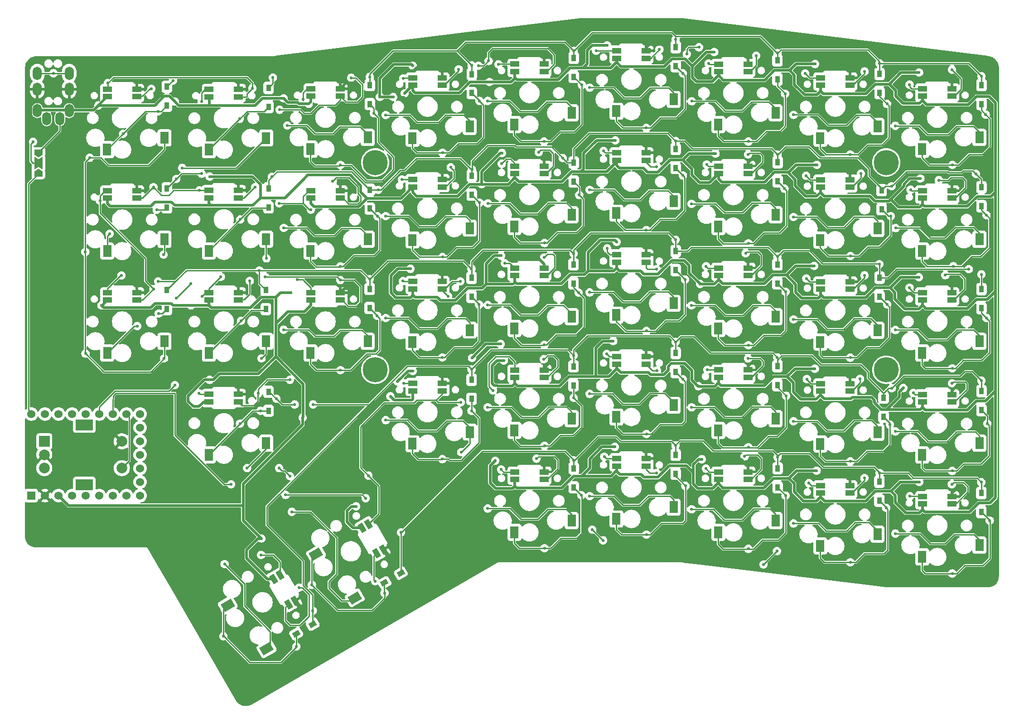
<source format=gtl>
G04 #@! TF.GenerationSoftware,KiCad,Pcbnew,8.0.6-8.0.6-0~ubuntu24.04.1*
G04 #@! TF.CreationDate,2024-10-27T13:02:50+01:00*
G04 #@! TF.ProjectId,NomadKeyboard,4e6f6d61-644b-4657-9962-6f6172642e6b,rev?*
G04 #@! TF.SameCoordinates,Original*
G04 #@! TF.FileFunction,Copper,L1,Top*
G04 #@! TF.FilePolarity,Positive*
%FSLAX46Y46*%
G04 Gerber Fmt 4.6, Leading zero omitted, Abs format (unit mm)*
G04 Created by KiCad (PCBNEW 8.0.6-8.0.6-0~ubuntu24.04.1) date 2024-10-27 13:02:50*
%MOMM*%
%LPD*%
G01*
G04 APERTURE LIST*
G04 Aperture macros list*
%AMRotRect*
0 Rectangle, with rotation*
0 The origin of the aperture is its center*
0 $1 length*
0 $2 width*
0 $3 Rotation angle, in degrees counterclockwise*
0 Add horizontal line*
21,1,$1,$2,0,0,$3*%
%AMFreePoly0*
4,1,6,1.000000,0.000000,0.500000,-0.750000,-0.500000,-0.750000,-0.500000,0.750000,0.500000,0.750000,1.000000,0.000000,1.000000,0.000000,$1*%
%AMFreePoly1*
4,1,7,0.700000,0.000000,1.200000,-0.750000,-1.200000,-0.750000,-0.700000,0.000000,-1.200000,0.750000,1.200000,0.750000,0.700000,0.000000,0.700000,0.000000,$1*%
G04 Aperture macros list end*
G04 #@! TA.AperFunction,ComponentPad*
%ADD10R,2.000000X2.000000*%
G04 #@! TD*
G04 #@! TA.AperFunction,ComponentPad*
%ADD11C,2.000000*%
G04 #@! TD*
G04 #@! TA.AperFunction,ComponentPad*
%ADD12R,3.200000X2.000000*%
G04 #@! TD*
G04 #@! TA.AperFunction,ComponentPad*
%ADD13O,1.700000X2.500000*%
G04 #@! TD*
G04 #@! TA.AperFunction,SMDPad,CuDef*
%ADD14R,0.950000X1.300000*%
G04 #@! TD*
G04 #@! TA.AperFunction,SMDPad,CuDef*
%ADD15RotRect,1.300000X0.950000X210.000000*%
G04 #@! TD*
G04 #@! TA.AperFunction,SMDPad,CuDef*
%ADD16R,1.700000X1.000000*%
G04 #@! TD*
G04 #@! TA.AperFunction,SMDPad,CuDef*
%ADD17R,1.600000X2.200000*%
G04 #@! TD*
G04 #@! TA.AperFunction,SMDPad,CuDef*
%ADD18RotRect,1.700000X1.000000X120.000000*%
G04 #@! TD*
G04 #@! TA.AperFunction,SMDPad,CuDef*
%ADD19RotRect,1.600000X2.200000X120.000000*%
G04 #@! TD*
G04 #@! TA.AperFunction,ComponentPad*
%ADD20C,4.700000*%
G04 #@! TD*
G04 #@! TA.AperFunction,SMDPad,CuDef*
%ADD21FreePoly0,90.000000*%
G04 #@! TD*
G04 #@! TA.AperFunction,SMDPad,CuDef*
%ADD22FreePoly1,90.000000*%
G04 #@! TD*
G04 #@! TA.AperFunction,SMDPad,CuDef*
%ADD23FreePoly0,270.000000*%
G04 #@! TD*
G04 #@! TA.AperFunction,ComponentPad*
%ADD24R,1.524000X1.524000*%
G04 #@! TD*
G04 #@! TA.AperFunction,ComponentPad*
%ADD25C,1.524000*%
G04 #@! TD*
G04 #@! TA.AperFunction,ViaPad*
%ADD26C,0.550000*%
G04 #@! TD*
G04 #@! TA.AperFunction,Conductor*
%ADD27C,0.250000*%
G04 #@! TD*
G04 #@! TA.AperFunction,Conductor*
%ADD28C,0.500000*%
G04 #@! TD*
G04 APERTURE END LIST*
D10*
X48939120Y-112602640D03*
D11*
X48939120Y-117602640D03*
X48939120Y-115102640D03*
D12*
X56439120Y-109502640D03*
X56439120Y-120702640D03*
D11*
X63439120Y-117602640D03*
X63439120Y-112602640D03*
D13*
X47639120Y-50802640D03*
X53589120Y-50802640D03*
X47639120Y-46802640D03*
X53589120Y-46802640D03*
X47639120Y-43802640D03*
X53589120Y-43802640D03*
X49389120Y-52302640D03*
X51839120Y-52302640D03*
D14*
X109759120Y-46007640D03*
X109759120Y-49557640D03*
X128809120Y-43967640D03*
X128809120Y-47517640D03*
X147859100Y-40930100D03*
X147859100Y-44480100D03*
X166919120Y-38927640D03*
X166919120Y-42477640D03*
X185949120Y-41417640D03*
X185949120Y-44967640D03*
X205009120Y-43947640D03*
X205009120Y-47497640D03*
X109738200Y-84130300D03*
X109738200Y-87680300D03*
D15*
X99091315Y-146770140D03*
X96016925Y-148545140D03*
X115581315Y-137230140D03*
X112506925Y-139005140D03*
D14*
X147859100Y-117630100D03*
X147859100Y-121180100D03*
D16*
X98739100Y-48103600D03*
X98739100Y-46703600D03*
X104239100Y-46703600D03*
X104239100Y-48103600D03*
D17*
X98689100Y-58002600D03*
X109389100Y-55802600D03*
D16*
X155900000Y-41001000D03*
X155900000Y-39601000D03*
X161400000Y-39601000D03*
X161400000Y-41001000D03*
D17*
X155850000Y-50900000D03*
X166550000Y-48700000D03*
D16*
X98739100Y-86203600D03*
X98739100Y-84803600D03*
X104239100Y-84803600D03*
X104239100Y-86203600D03*
D17*
X98689100Y-96102600D03*
X109389100Y-93902600D03*
D16*
X117789100Y-65053600D03*
X117789100Y-63653600D03*
X123289100Y-63653600D03*
X123289100Y-65053600D03*
D17*
X117739100Y-74952600D03*
X128439100Y-72752600D03*
D18*
X108311936Y-128766530D03*
X109524371Y-128066530D03*
X112274371Y-132829670D03*
X111061936Y-133529670D03*
D19*
X99714150Y-133672729D03*
X106969406Y-141839201D03*
D16*
X155900000Y-98151000D03*
X155900000Y-96751000D03*
X161400000Y-96751000D03*
X161400000Y-98151000D03*
D17*
X155850000Y-108050000D03*
X166550000Y-105850000D03*
D16*
X194000000Y-103203600D03*
X194000000Y-101803600D03*
X199500000Y-101803600D03*
X199500000Y-103203600D03*
D17*
X193950000Y-113102600D03*
X204650000Y-110902600D03*
D16*
X155899100Y-117203600D03*
X155899100Y-115803600D03*
X161399100Y-115803600D03*
X161399100Y-117203600D03*
D17*
X155849100Y-127102600D03*
X166549100Y-124902600D03*
D16*
X193999100Y-65103600D03*
X193999100Y-63703600D03*
X199499100Y-63703600D03*
X199499100Y-65103600D03*
D17*
X193949100Y-75002600D03*
X204649100Y-72802600D03*
D16*
X213049100Y-86203600D03*
X213049100Y-84803600D03*
X218549100Y-84803600D03*
X218549100Y-86203600D03*
D17*
X212999100Y-96102600D03*
X223699100Y-93902600D03*
D16*
X213049100Y-105253600D03*
X213049100Y-103853600D03*
X218549100Y-103853600D03*
X218549100Y-105253600D03*
D17*
X212999100Y-115152600D03*
X223699100Y-112952600D03*
D20*
X206275000Y-60475000D03*
D14*
X109779120Y-65557640D03*
X109779120Y-69107640D03*
X128809120Y-62957640D03*
X128809120Y-66507640D03*
X147869100Y-60487600D03*
X147869100Y-64037600D03*
X166909100Y-57967600D03*
X166909100Y-61517600D03*
X185969100Y-60460100D03*
X185969100Y-64010100D03*
X205409120Y-65667640D03*
X205409120Y-69217640D03*
D16*
X174949100Y-43503600D03*
X174949100Y-42103600D03*
X180449100Y-42103600D03*
X180449100Y-43503600D03*
D17*
X174899100Y-53402600D03*
X185599100Y-51202600D03*
D16*
X155899100Y-60053600D03*
X155899100Y-58653600D03*
X161399100Y-58653600D03*
X161399100Y-60053600D03*
D17*
X155849100Y-69952600D03*
X166549100Y-67752600D03*
D16*
X136849100Y-62553600D03*
X136849100Y-61153600D03*
X142349100Y-61153600D03*
X142349100Y-62553600D03*
D17*
X136799100Y-72452600D03*
X147499100Y-70252600D03*
D16*
X174949100Y-81602600D03*
X174949100Y-80202600D03*
X180449100Y-80202600D03*
X180449100Y-81602600D03*
D17*
X174899100Y-91501600D03*
X185599100Y-89301600D03*
D16*
X193999100Y-46052600D03*
X193999100Y-44652600D03*
X199499100Y-44652600D03*
X199499100Y-46052600D03*
D17*
X193949100Y-55951600D03*
X204649100Y-53751600D03*
D16*
X98739100Y-67149400D03*
X98739100Y-65749400D03*
X104239100Y-65749400D03*
X104239100Y-67149400D03*
D17*
X98689100Y-77048400D03*
X109389100Y-74848400D03*
D16*
X213049100Y-124302600D03*
X213049100Y-122902600D03*
X218549100Y-122902600D03*
X218549100Y-124302600D03*
D17*
X212999100Y-134201600D03*
X223699100Y-132001600D03*
D16*
X174949100Y-62552600D03*
X174949100Y-61152600D03*
X180449100Y-61152600D03*
X180449100Y-62552600D03*
D17*
X174899100Y-72451600D03*
X185599100Y-70251600D03*
D16*
X174950000Y-100651000D03*
X174950000Y-99251000D03*
X180450000Y-99251000D03*
X180450000Y-100651000D03*
D17*
X174900000Y-110550000D03*
X185600000Y-108350000D03*
D16*
X193999100Y-122253600D03*
X193999100Y-120853600D03*
X199499100Y-120853600D03*
X199499100Y-122253600D03*
D17*
X193949100Y-132152600D03*
X204649100Y-129952600D03*
D16*
X155899100Y-79103600D03*
X155899100Y-77703600D03*
X161399100Y-77703600D03*
X161399100Y-79103600D03*
D17*
X155849100Y-89002600D03*
X166549100Y-86802600D03*
D16*
X136850000Y-43501000D03*
X136850000Y-42101000D03*
X142350000Y-42101000D03*
X142350000Y-43501000D03*
D17*
X136800000Y-53400000D03*
X147500000Y-51200000D03*
D14*
X166909100Y-115117600D03*
X166909100Y-118667600D03*
D16*
X117789100Y-84103600D03*
X117789100Y-82703600D03*
X123289100Y-82703600D03*
X123289100Y-84103600D03*
D17*
X117739100Y-94002600D03*
X128439100Y-91802600D03*
D20*
X206275000Y-99225000D03*
D14*
X147849100Y-79530100D03*
X147849100Y-83080100D03*
X166919100Y-77037600D03*
X166919100Y-80587600D03*
X185929100Y-79537600D03*
X185929100Y-83087600D03*
X205009100Y-82017600D03*
X205009100Y-85567600D03*
X185959100Y-117630100D03*
X185959100Y-121180100D03*
X204999100Y-120127600D03*
X204999100Y-123677600D03*
X205769120Y-104447640D03*
X205769120Y-107997640D03*
X128789100Y-101087600D03*
X128789100Y-104637600D03*
X147849100Y-98580100D03*
X147849100Y-102130100D03*
X166909100Y-96080100D03*
X166909100Y-99630100D03*
X185949120Y-98562640D03*
X185949120Y-102112640D03*
X128799100Y-82027600D03*
X128799100Y-85577600D03*
X224049100Y-122246600D03*
X224049100Y-125796600D03*
D16*
X117789100Y-103152600D03*
X117789100Y-101752600D03*
X123289100Y-101752600D03*
X123289100Y-103152600D03*
D17*
X117739100Y-113051600D03*
X128439100Y-110851600D03*
D20*
X110775000Y-60475000D03*
X110775000Y-99225000D03*
D16*
X79739120Y-86203640D03*
X79739120Y-84803640D03*
X85239120Y-84803640D03*
X85239120Y-86203640D03*
D17*
X79689120Y-96102640D03*
X90389120Y-93902640D03*
D21*
X47839120Y-62602640D03*
D22*
X47839120Y-60602640D03*
D23*
X47839120Y-58602640D03*
D16*
X213049100Y-67152600D03*
X213049100Y-65752600D03*
X218549100Y-65752600D03*
X218549100Y-67152600D03*
D17*
X212999100Y-77051600D03*
X223699100Y-74851600D03*
D16*
X79739120Y-67103640D03*
X79739120Y-65703640D03*
X85239120Y-65703640D03*
X85239120Y-67103640D03*
D17*
X79689120Y-77002640D03*
X90389120Y-74802640D03*
D16*
X193999100Y-84153600D03*
X193999100Y-82753600D03*
X199499100Y-82753600D03*
X199499100Y-84153600D03*
D17*
X193949100Y-94052600D03*
X204649100Y-91852600D03*
D14*
X224059100Y-84156600D03*
X224059100Y-87706600D03*
X71839120Y-84327640D03*
X71839120Y-87877640D03*
D16*
X136839100Y-81603600D03*
X136839100Y-80203600D03*
X142339100Y-80203600D03*
X142339100Y-81603600D03*
D17*
X136789100Y-91502600D03*
X147489100Y-89302600D03*
D14*
X90339120Y-84327640D03*
X90339120Y-87877640D03*
D16*
X60739120Y-48192100D03*
X60739120Y-46792100D03*
X66239120Y-46792100D03*
X66239120Y-48192100D03*
D17*
X60689120Y-58091100D03*
X71389120Y-55891100D03*
D14*
X71839120Y-65327640D03*
X71839120Y-68877640D03*
D16*
X213049100Y-48103600D03*
X213049100Y-46703600D03*
X218549100Y-46703600D03*
X218549100Y-48103600D03*
D17*
X212999100Y-58002600D03*
X223699100Y-55802600D03*
D14*
X224059100Y-103196600D03*
X224059100Y-106746600D03*
D16*
X79739120Y-105203640D03*
X79739120Y-103803640D03*
X85239120Y-103803640D03*
X85239120Y-105203640D03*
D17*
X79689120Y-115102640D03*
X90389120Y-112902640D03*
D16*
X136849100Y-100653600D03*
X136849100Y-99253600D03*
X142349100Y-99253600D03*
X142349100Y-100653600D03*
D17*
X136799100Y-110552600D03*
X147499100Y-108352600D03*
D16*
X60749120Y-86203640D03*
X60749120Y-84803640D03*
X66249120Y-84803640D03*
X66249120Y-86203640D03*
D17*
X60699120Y-96102640D03*
X71399120Y-93902640D03*
D14*
X71839120Y-46327640D03*
X71839120Y-49877640D03*
X90839120Y-103327640D03*
X90839120Y-106877640D03*
X90839120Y-65327640D03*
X90839120Y-68877640D03*
X224069120Y-46017640D03*
X224069120Y-49567640D03*
X90839120Y-46552640D03*
X90839120Y-50102640D03*
D24*
X46519120Y-122722640D03*
D25*
X49059120Y-122722640D03*
X51599120Y-122722640D03*
X54139120Y-122722640D03*
X56679120Y-122722640D03*
X59219120Y-122722640D03*
X61759120Y-122722640D03*
X64299120Y-122722640D03*
X66839120Y-122722640D03*
X66839120Y-120182640D03*
X66839120Y-117642640D03*
X66839120Y-115102640D03*
X66839120Y-112562640D03*
X66839120Y-110022640D03*
X66839120Y-107482640D03*
X64299120Y-107482640D03*
X61759120Y-107482640D03*
X59219120Y-107482640D03*
X56679120Y-107482640D03*
X54139120Y-107482640D03*
X51599120Y-107482640D03*
X49059120Y-107482640D03*
X46519120Y-107482640D03*
D16*
X60749120Y-67149440D03*
X60749120Y-65749440D03*
X66249120Y-65749440D03*
X66249120Y-67149440D03*
D17*
X60699120Y-77048440D03*
X71399120Y-74848440D03*
D16*
X79739120Y-48203640D03*
X79739120Y-46803640D03*
X85239120Y-46803640D03*
X85239120Y-48203640D03*
D17*
X79689120Y-58102640D03*
X90389120Y-55902640D03*
D18*
X91811936Y-138293430D03*
X93024371Y-137593430D03*
X95774371Y-142356570D03*
X94561936Y-143056570D03*
D19*
X83214150Y-143199629D03*
X90469406Y-151366101D03*
D14*
X224059100Y-65096600D03*
X224059100Y-68646600D03*
D16*
X136849100Y-119702600D03*
X136849100Y-118302600D03*
X142349100Y-118302600D03*
X142349100Y-119702600D03*
D17*
X136799100Y-129601600D03*
X147499100Y-127401600D03*
D16*
X174949100Y-119703600D03*
X174949100Y-118303600D03*
X180449100Y-118303600D03*
X180449100Y-119703600D03*
D17*
X174899100Y-129602600D03*
X185599100Y-127402600D03*
D16*
X117799100Y-46053600D03*
X117799100Y-44653600D03*
X123299100Y-44653600D03*
X123299100Y-46053600D03*
D17*
X117749100Y-55952600D03*
X128449100Y-53752600D03*
D26*
X51639120Y-114802640D03*
X66539120Y-88702640D03*
X210689120Y-122852640D03*
X50239120Y-81302640D03*
X76239120Y-64002640D03*
X90939120Y-60202640D03*
X54739120Y-81302640D03*
X58439120Y-81002640D03*
X50339120Y-105302640D03*
X50339120Y-109602640D03*
X91939120Y-99402640D03*
X88439120Y-84102640D03*
X79339120Y-90702640D03*
X80039120Y-53602640D03*
X60639120Y-53302640D03*
X79539120Y-70202640D03*
X66639120Y-70002640D03*
X77939120Y-65703640D03*
X148039120Y-35602640D03*
X62639120Y-42502640D03*
X208439120Y-136902640D03*
X70039120Y-45702640D03*
X91659120Y-44622640D03*
X85464120Y-52327640D03*
X74689120Y-61502640D03*
X78339120Y-62573640D03*
X91489120Y-63152640D03*
X85564120Y-71127640D03*
X90439120Y-78402640D03*
X76339120Y-83102640D03*
X73589120Y-85852640D03*
X89139120Y-80652640D03*
X85714120Y-90077640D03*
X89539120Y-97102640D03*
X70339120Y-88702640D03*
X66299120Y-91042640D03*
X69939120Y-69302640D03*
X73601620Y-63565140D03*
X61139120Y-73802640D03*
X63658350Y-55121870D03*
X71239120Y-77702640D03*
X56620120Y-77202640D03*
X56639120Y-96202640D03*
X57439120Y-59602640D03*
X70239120Y-50912100D03*
X73001620Y-45165140D03*
X104289100Y-60942640D03*
X110529120Y-51282640D03*
X130249120Y-48972640D03*
X123349100Y-58652640D03*
X142329120Y-56572640D03*
X149369120Y-45972640D03*
X161439120Y-54032640D03*
X168259120Y-43812640D03*
X187359120Y-47642640D03*
X180499120Y-56572640D03*
X206419120Y-49542640D03*
X199539120Y-59012640D03*
X224859120Y-51512640D03*
X218649120Y-60942640D03*
X104289100Y-79882640D03*
X111179120Y-70532640D03*
X123349120Y-78162640D03*
X130269120Y-68002640D03*
X142409120Y-75527610D03*
X148909120Y-66562640D03*
X161439120Y-73112640D03*
X168279120Y-62922640D03*
X187259120Y-65372640D03*
X180499100Y-75582640D03*
X199589120Y-77952640D03*
X207129120Y-70512640D03*
X225009120Y-70312640D03*
X218799120Y-79862640D03*
X111139120Y-89122640D03*
X104289120Y-99282640D03*
X130179120Y-87052640D03*
X123339100Y-96922640D03*
X142389100Y-94562640D03*
X148779120Y-84802640D03*
X161449100Y-91962620D03*
X168669120Y-82342640D03*
X180499100Y-94642640D03*
X187459120Y-84642640D03*
X199549100Y-96962640D03*
X206449120Y-87032640D03*
X218599100Y-98952640D03*
X224969120Y-89522640D03*
X82404120Y-149027640D03*
X96024120Y-150947640D03*
X128779120Y-106872640D03*
X123339100Y-115922640D03*
X147859120Y-104472640D03*
X142399100Y-113412640D03*
X168249120Y-101022640D03*
X161450000Y-111212640D03*
X187569120Y-104082640D03*
X180500000Y-113672640D03*
X199559120Y-116342640D03*
X206949120Y-109472640D03*
X59044620Y-49808140D03*
X93649120Y-48482640D03*
X192979120Y-42082640D03*
X59614370Y-87172890D03*
X212429120Y-120182640D03*
X130669120Y-64532640D03*
X79839120Y-101102640D03*
X95039120Y-84803600D03*
X113609120Y-104162640D03*
X89494120Y-130747640D03*
X171809120Y-115932640D03*
X97219120Y-108152640D03*
X79839120Y-63102640D03*
X212659120Y-63482640D03*
X133209120Y-116212640D03*
X97279120Y-63742640D03*
X134229120Y-94422640D03*
X114139120Y-48242640D03*
X155559120Y-113642640D03*
X107214120Y-124737640D03*
X128869120Y-97002640D03*
X114959120Y-101402640D03*
X193269120Y-118072640D03*
X134489120Y-58712640D03*
X209459120Y-102632640D03*
X155669120Y-56342640D03*
X192779120Y-79802640D03*
X134839120Y-97492640D03*
X192939120Y-99012640D03*
X212409120Y-43682640D03*
X174129120Y-39832640D03*
X155249120Y-93882640D03*
X212379120Y-81912640D03*
X154099120Y-38582640D03*
X117359120Y-80362640D03*
X174379120Y-58812640D03*
X132139120Y-45452640D03*
X73339120Y-49102640D03*
X98349120Y-49532640D03*
X171179120Y-102292640D03*
X111649120Y-48242640D03*
X76339120Y-87203640D03*
X70339120Y-67850640D03*
X117799100Y-42422620D03*
X117789120Y-99452640D03*
X171479120Y-83182640D03*
X193289120Y-60922640D03*
X134319120Y-77902640D03*
X116279120Y-47573580D03*
X155899120Y-75322640D03*
X166939120Y-121612640D03*
X94239120Y-78732640D03*
X185909120Y-85732640D03*
X199499120Y-41852640D03*
X151939120Y-41842640D03*
X220119120Y-64042640D03*
X185949120Y-75042640D03*
X210469120Y-117072640D03*
X199499120Y-61482640D03*
X161419120Y-64452640D03*
X220549120Y-102272640D03*
X133189120Y-79192640D03*
X142350000Y-40362640D03*
X123349120Y-68512640D03*
X203049120Y-105202640D03*
X111061936Y-136147640D03*
X122519120Y-42752640D03*
X104789120Y-70152640D03*
X219599120Y-82132640D03*
X199499120Y-80492640D03*
X177879120Y-115992640D03*
X199619120Y-68792640D03*
X218939120Y-89042640D03*
X152149120Y-53542640D03*
X185969120Y-105032640D03*
X204879120Y-50982640D03*
X146189120Y-61422640D03*
X218899120Y-108182640D03*
X123289120Y-87452640D03*
X123299120Y-48582640D03*
X219679120Y-121142640D03*
X142819120Y-103512640D03*
X161399120Y-43492640D03*
X205009120Y-88402640D03*
X161389120Y-94212640D03*
X133629120Y-98882640D03*
X224049120Y-60482640D03*
X199529120Y-105952640D03*
X116879120Y-58662640D03*
X199489120Y-118532640D03*
X161529120Y-120692640D03*
X181849120Y-77992640D03*
X161399120Y-75312640D03*
X155559120Y-101112640D03*
X180849120Y-84702640D03*
X85339120Y-45102640D03*
X107839120Y-46692640D03*
X92339120Y-109102640D03*
X163889120Y-38422640D03*
X122519120Y-61222640D03*
X143529120Y-116022640D03*
X123299120Y-80522640D03*
X142629120Y-84582640D03*
X128719120Y-88322640D03*
X106909120Y-84032640D03*
X166789120Y-83462640D03*
X199499120Y-86802640D03*
X161389120Y-84072640D03*
X180909120Y-65852640D03*
X199499120Y-125102640D03*
X142779120Y-65202640D03*
X103244120Y-121187640D03*
X134509120Y-74632640D03*
X125829120Y-104482640D03*
X166639120Y-64632640D03*
X139319120Y-78002640D03*
X117409120Y-49622640D03*
X142769120Y-46442640D03*
X219049120Y-51102640D03*
X103214120Y-124397640D03*
X160879120Y-113952640D03*
X205129120Y-113462640D03*
X142689120Y-122622640D03*
X143729120Y-97542640D03*
X106349120Y-65342640D03*
X161389120Y-56542640D03*
X219109120Y-126932640D03*
X216769120Y-43622640D03*
X142814120Y-59047640D03*
X182229120Y-59632640D03*
X219019120Y-70142640D03*
X182279120Y-97822640D03*
X166819120Y-45432640D03*
X168789120Y-37972640D03*
X185619120Y-48012640D03*
X179359120Y-39862640D03*
X94564120Y-145827640D03*
X180719120Y-122722640D03*
X128629120Y-69272640D03*
X224049120Y-79322640D03*
X147929120Y-113062640D03*
X199489120Y-99832640D03*
X225169120Y-109272640D03*
X218599100Y-118122640D03*
X98944120Y-139387640D03*
X112514120Y-140917640D03*
X142399120Y-132582640D03*
X149299120Y-122662640D03*
X97269120Y-48692640D03*
X102839120Y-64012620D03*
X115999120Y-44762640D03*
X131979120Y-41502640D03*
X130089120Y-42412640D03*
X128789120Y-42352640D03*
X166919120Y-37472640D03*
X109769120Y-44482640D03*
X224069120Y-44362640D03*
X185959120Y-40042640D03*
X147869120Y-39602640D03*
X205029120Y-41952640D03*
X70226620Y-82715140D03*
X109739120Y-82292640D03*
X204979120Y-79472640D03*
X185929120Y-78072640D03*
X147849100Y-77512640D03*
X221709120Y-80412640D03*
X166919120Y-74932640D03*
X128759120Y-80312640D03*
X224059120Y-81392640D03*
X133799120Y-42122640D03*
X141329120Y-58552640D03*
X171269120Y-38952640D03*
X181969120Y-40512640D03*
X168999120Y-40222640D03*
X152047480Y-39601000D03*
X180439120Y-58972640D03*
X173063630Y-41968130D03*
X218569120Y-43122640D03*
X191119120Y-43832640D03*
X168739120Y-120922640D03*
X161449100Y-130022620D03*
X210629120Y-45922640D03*
X216079120Y-63782640D03*
X81929120Y-81863640D03*
X90239120Y-81863640D03*
X104239120Y-82462640D03*
X78440120Y-85501640D03*
X115969120Y-82652640D03*
X124889120Y-61402640D03*
X134429120Y-60712640D03*
X142329120Y-78252640D03*
X163379120Y-61252640D03*
X154119120Y-76542640D03*
X201549120Y-62582640D03*
X191349120Y-82152640D03*
X187439120Y-122722640D03*
X180499100Y-132682640D03*
X94839120Y-101102640D03*
X88887120Y-103650640D03*
X96229120Y-82392640D03*
X142299120Y-97222640D03*
X135009120Y-79322640D03*
X172619120Y-79872640D03*
X180449120Y-97112640D03*
X199549120Y-135177640D03*
X206249120Y-125012640D03*
X218549120Y-101732640D03*
X210619120Y-83902640D03*
X218599100Y-137282640D03*
X225609120Y-127402640D03*
X163309120Y-118522640D03*
X134299120Y-117852640D03*
X172589120Y-117702640D03*
X202189120Y-119432640D03*
X89464120Y-133817640D03*
X110774120Y-138727640D03*
X109514120Y-118987640D03*
X126769120Y-105302640D03*
X163449120Y-99342640D03*
X153579120Y-115472640D03*
X191839120Y-120412640D03*
X201389120Y-100922640D03*
X131819120Y-68112640D03*
X131799120Y-48962640D03*
X131809120Y-125142640D03*
X131809120Y-87122640D03*
X131809120Y-106222640D03*
X185959120Y-58992640D03*
X111329120Y-65582640D03*
X166909120Y-56472640D03*
X223019120Y-62607640D03*
X145819120Y-59652640D03*
X207259120Y-64932640D03*
X128849120Y-61772640D03*
X185909120Y-96902640D03*
X207319120Y-102642640D03*
X99169120Y-105702640D03*
X147849100Y-96542620D03*
X224059120Y-101242640D03*
X92310120Y-104631640D03*
X99114120Y-144267640D03*
X128779120Y-99142640D03*
X95739120Y-105702640D03*
X73339120Y-102102640D03*
X166909120Y-94012640D03*
X112749120Y-89572640D03*
X112749120Y-108632640D03*
X126839120Y-114602640D03*
X112749120Y-70512640D03*
X112749100Y-51622640D03*
X115584120Y-129607640D03*
X94034120Y-122607640D03*
X83839120Y-120637640D03*
X166889120Y-113332640D03*
X205039120Y-118532640D03*
X224029120Y-120242640D03*
X147869120Y-116132640D03*
X185959120Y-115582640D03*
X108994120Y-123227640D03*
X169899120Y-68202640D03*
X169899120Y-106252640D03*
X169919120Y-49042640D03*
X169899120Y-125302640D03*
X169899120Y-87192640D03*
X150859120Y-103732640D03*
X150849120Y-65592640D03*
X150849120Y-46502640D03*
X153339120Y-131102640D03*
X150859120Y-84762640D03*
X150859120Y-122842640D03*
X151339120Y-129102640D03*
X207989120Y-53632640D03*
X207989120Y-110752640D03*
X207989120Y-129822640D03*
X208019120Y-72742640D03*
X207999120Y-91792640D03*
X95184120Y-125757640D03*
X94339120Y-53572640D03*
X82624120Y-135537640D03*
X93699120Y-72692640D03*
X93689120Y-91722640D03*
X188949120Y-127942640D03*
X188949120Y-108822640D03*
X188949120Y-70682640D03*
X183339120Y-135602640D03*
X185839120Y-133102640D03*
X188959120Y-51582640D03*
X188949120Y-89822640D03*
X50639120Y-43802640D03*
X88339120Y-65102640D03*
X92839120Y-68102640D03*
X98749120Y-69302640D03*
X60839120Y-45646850D03*
X87839120Y-46602640D03*
X59339120Y-67602640D03*
X69339120Y-84102640D03*
X46839120Y-56602640D03*
X68940120Y-46703640D03*
X86839120Y-117602640D03*
X71339120Y-97102640D03*
X85514120Y-109277640D03*
X89339120Y-106877640D03*
X78339120Y-49102640D03*
X106299120Y-44643580D03*
X92905610Y-50642640D03*
X92839120Y-117602640D03*
X94839120Y-119102640D03*
X96534120Y-139937640D03*
X77839120Y-103602640D03*
X69339120Y-65102640D03*
X87339120Y-82602640D03*
X63339120Y-81602640D03*
X115790080Y-63653600D03*
X126379120Y-43072640D03*
X153439120Y-58322640D03*
X163899120Y-39362640D03*
X202229120Y-43462640D03*
X191299120Y-62952640D03*
X179989120Y-77422640D03*
X172719120Y-60862640D03*
X210809120Y-65562640D03*
X217319120Y-81542640D03*
X116089120Y-101722640D03*
X126679120Y-82692640D03*
X124419120Y-85502640D03*
X163359120Y-80422640D03*
X154029120Y-96232640D03*
X202209120Y-81572640D03*
X191429120Y-100952640D03*
X132789120Y-103082640D03*
X140919120Y-115842640D03*
X179809120Y-115412640D03*
X172869120Y-99222640D03*
X218519120Y-120612640D03*
X211329120Y-103552640D03*
D27*
X51839120Y-52302640D02*
X51839120Y-54602640D01*
X51839120Y-54602640D02*
X47839120Y-58602640D01*
X46041120Y-64400640D02*
X47839120Y-62602640D01*
X63439120Y-117602640D02*
X64839120Y-116202640D01*
X64839120Y-116202640D02*
X64839120Y-108022640D01*
X64839120Y-108022640D02*
X64299120Y-107482640D01*
X210689120Y-122852640D02*
X212999140Y-122852640D01*
X212999140Y-122852640D02*
X213049100Y-122902600D01*
D28*
X50239120Y-81302640D02*
X54739120Y-81302640D01*
D27*
X94839120Y-101102640D02*
X90639120Y-101102640D01*
X90639120Y-101102640D02*
X88887120Y-102854640D01*
X88887120Y-102854640D02*
X88887120Y-103650640D01*
X77939120Y-65703640D02*
X79739120Y-65703640D01*
X91659120Y-44622640D02*
X91659120Y-45732640D01*
X91659120Y-45732640D02*
X90839120Y-46552640D01*
X85464120Y-52327640D02*
X79689120Y-58102640D01*
X90839120Y-50102640D02*
X90018120Y-50923640D01*
X90018120Y-50923640D02*
X86868120Y-50923640D01*
X86868120Y-50923640D02*
X85464120Y-52327640D01*
X74689120Y-61502640D02*
X84789120Y-61502640D01*
X84789120Y-61502640D02*
X90389120Y-55902640D01*
X78339120Y-62573640D02*
X74593120Y-62573640D01*
X74593120Y-62573640D02*
X73601620Y-63565140D01*
X91489120Y-63152640D02*
X92469120Y-62172640D01*
X90839120Y-65327640D02*
X90839120Y-63802640D01*
X90839120Y-63802640D02*
X91489120Y-63152640D01*
X92469120Y-62172640D02*
X106389120Y-62172640D01*
X107411620Y-63195140D02*
X107416620Y-63195140D01*
X106389120Y-62172640D02*
X107411620Y-63195140D01*
X107416620Y-63195140D02*
X109779120Y-65557640D01*
X85564120Y-71127640D02*
X79689120Y-77002640D01*
X90839120Y-68877640D02*
X90711120Y-69005640D01*
X87686120Y-69005640D02*
X85564120Y-71127640D01*
X90711120Y-69005640D02*
X87686120Y-69005640D01*
X90439120Y-78402640D02*
X90389120Y-78352640D01*
X90389120Y-78352640D02*
X90389120Y-74802640D01*
X73589120Y-85852640D02*
X76339120Y-83102640D01*
X90239120Y-81863640D02*
X103640120Y-81863640D01*
X103640120Y-81863640D02*
X104239120Y-82462640D01*
X89139120Y-80652640D02*
X75514120Y-80652640D01*
X90802001Y-80652640D02*
X89139120Y-80652640D01*
X89139120Y-80652640D02*
X89139120Y-83127640D01*
X89139120Y-83127640D02*
X90339120Y-84327640D01*
X85714120Y-90077640D02*
X79689120Y-96102640D01*
X90339120Y-87877640D02*
X90111120Y-88105640D01*
X90111120Y-88105640D02*
X87686120Y-88105640D01*
X87686120Y-88105640D02*
X85714120Y-90077640D01*
X89539120Y-97102640D02*
X90389120Y-96252640D01*
X90389120Y-96252640D02*
X90389120Y-93902640D01*
D28*
X92209120Y-96762640D02*
X88969120Y-100002640D01*
X88969120Y-100002640D02*
X81612120Y-100002640D01*
X81612120Y-100002640D02*
X80512120Y-101102640D01*
X80512120Y-101102640D02*
X79839120Y-101102640D01*
D27*
X70339120Y-88702640D02*
X71014120Y-88702640D01*
X71014120Y-88702640D02*
X71839120Y-87877640D01*
X66299120Y-91042640D02*
X65759120Y-91042640D01*
X65759120Y-91042640D02*
X60699120Y-96102640D01*
X69939120Y-69302640D02*
X71414120Y-69302640D01*
X71414120Y-69302640D02*
X71839120Y-68877640D01*
X73601620Y-63565140D02*
X71839120Y-65327640D01*
X61139120Y-73802640D02*
X60699120Y-74242640D01*
X60699120Y-74242640D02*
X60699120Y-77048440D01*
X63658350Y-55121870D02*
X67868120Y-50912100D01*
X71239120Y-77702640D02*
X71399120Y-77542640D01*
X71399120Y-77542640D02*
X71399120Y-74848440D01*
X56620120Y-77202640D02*
X56620120Y-96183640D01*
X56639120Y-96202640D02*
X60039120Y-99602640D01*
X57439120Y-59602640D02*
X56620120Y-60421640D01*
X68839120Y-99602640D02*
X71339120Y-97102640D01*
X56620120Y-60421640D02*
X56620120Y-77202640D01*
X56620120Y-96183640D02*
X56639120Y-96202640D01*
X60039120Y-99602640D02*
X68839120Y-99602640D01*
X59543353Y-59602640D02*
X57439120Y-59602640D01*
X60943353Y-61002640D02*
X59543353Y-59602640D01*
X68439120Y-61002640D02*
X60943353Y-61002640D01*
X71389120Y-55891100D02*
X71389120Y-58052640D01*
X71389120Y-58052640D02*
X68439120Y-61002640D01*
X70239120Y-50912100D02*
X70804660Y-50912100D01*
X60689120Y-58091100D02*
X63658350Y-55121870D01*
X67868120Y-50912100D02*
X70239120Y-50912100D01*
X70804660Y-50912100D02*
X71839120Y-49877640D01*
X73001620Y-45165140D02*
X71839120Y-46327640D01*
X112109120Y-63872640D02*
X112099120Y-63862640D01*
X112099120Y-63862640D02*
X109159120Y-63862640D01*
X110529120Y-51282640D02*
X111359120Y-52112640D01*
X106289130Y-60992650D02*
X104339110Y-60992650D01*
X110529120Y-50327640D02*
X109759120Y-49557640D01*
X114179120Y-59482640D02*
X114179120Y-61802640D01*
X111359120Y-52112640D02*
X111359120Y-56662640D01*
X109159120Y-63862640D02*
X106289130Y-60992650D01*
X98689100Y-60322620D02*
X98689100Y-58002600D01*
X111359120Y-56662640D02*
X114179120Y-59482640D01*
X110529120Y-51282640D02*
X110529120Y-50327640D01*
X104129110Y-61102630D02*
X99469110Y-61102630D01*
X114179120Y-61802640D02*
X112109120Y-63872640D01*
X104339110Y-60992650D02*
X104289100Y-60942640D01*
X104289100Y-60942640D02*
X104129110Y-61102630D01*
X99469110Y-61102630D02*
X98689100Y-60322620D01*
X117749100Y-57822620D02*
X117749100Y-55952600D01*
X126229120Y-57002640D02*
X126229120Y-56992640D01*
X129759120Y-56992640D02*
X129769120Y-57002640D01*
X124579120Y-58652640D02*
X126229120Y-57002640D01*
X130249120Y-48957640D02*
X128809120Y-47517640D01*
X123349100Y-58652640D02*
X118579120Y-58652640D01*
X129769120Y-57002640D02*
X131009120Y-55762640D01*
X126229120Y-56992640D02*
X129759120Y-56992640D01*
X118579120Y-58652640D02*
X117749100Y-57822620D01*
X131009120Y-49732640D02*
X130249120Y-48972640D01*
X131009120Y-55762640D02*
X131009120Y-49732640D01*
X130249120Y-48972640D02*
X130249120Y-48957640D01*
X123349100Y-58652640D02*
X124579120Y-58652640D01*
X142329120Y-56572640D02*
X142309120Y-56552640D01*
X142329120Y-56572640D02*
X142349120Y-56552640D01*
X136800000Y-53400000D02*
X136800000Y-55393520D01*
X142349120Y-56552640D02*
X143579120Y-56552640D01*
X147989120Y-54782640D02*
X149379120Y-53392640D01*
X149379120Y-46000120D02*
X149369120Y-45990120D01*
X137959120Y-56552640D02*
X136800000Y-55393520D01*
X149369120Y-45990120D02*
X149369120Y-45972640D01*
X149369120Y-45972640D02*
X149351640Y-45972640D01*
X143579120Y-56552640D02*
X145349120Y-54782640D01*
X142309120Y-56552640D02*
X137959120Y-56552640D01*
X149351640Y-45972640D02*
X147859100Y-44480100D01*
X145349120Y-54782640D02*
X147989120Y-54782640D01*
X149379120Y-53392640D02*
X149379120Y-46000120D01*
X168689120Y-44242640D02*
X168259120Y-43812640D01*
X168239120Y-43797640D02*
X166919120Y-42477640D01*
X168689120Y-50453400D02*
X168689120Y-44242640D01*
X164134120Y-52107640D02*
X167034880Y-52107640D01*
X162209120Y-54032640D02*
X164134120Y-52107640D01*
X161439120Y-54032640D02*
X162209120Y-54032640D01*
X167034880Y-52107640D02*
X168689120Y-50453400D01*
X168259120Y-43812640D02*
X168239120Y-43797640D01*
X155850000Y-52813520D02*
X157069120Y-54032640D01*
X155850000Y-50900000D02*
X155850000Y-52813520D01*
X157069120Y-54032640D02*
X161439120Y-54032640D01*
X181999120Y-56572640D02*
X180499120Y-56572640D01*
X174899100Y-55562620D02*
X174899100Y-53402600D01*
X187419120Y-53692640D02*
X187419120Y-49542640D01*
X187409120Y-47652640D02*
X187399120Y-47642640D01*
X187419120Y-53692640D02*
X186479120Y-54632640D01*
X183939120Y-54632640D02*
X181999120Y-56572640D01*
X185949120Y-46192640D02*
X185949120Y-44967640D01*
X187359120Y-47642640D02*
X187359120Y-47602640D01*
X175909120Y-56572640D02*
X174899100Y-55562620D01*
X187399120Y-47642640D02*
X187359120Y-47642640D01*
X187419120Y-49542640D02*
X187409120Y-49532640D01*
X187359120Y-47602640D02*
X185949120Y-46192640D01*
X187409120Y-49532640D02*
X187409120Y-47652640D01*
X186479120Y-54632640D02*
X183939120Y-54632640D01*
X180499120Y-56572640D02*
X175909120Y-56572640D01*
X193949100Y-57912620D02*
X193949100Y-55951600D01*
X205009120Y-48112640D02*
X205009120Y-47497640D01*
X199539120Y-59012640D02*
X200999120Y-59012640D01*
X202834120Y-57177640D02*
X202839120Y-57182640D01*
X202839120Y-57182640D02*
X205489120Y-57182640D01*
X195049120Y-59012640D02*
X193949100Y-57912620D01*
X206429120Y-49532640D02*
X205009120Y-48112640D01*
X206789120Y-55882640D02*
X206789120Y-49912640D01*
X205489120Y-57182640D02*
X206789120Y-55882640D01*
X200999120Y-59012640D02*
X202834120Y-57177640D01*
X199539120Y-59012640D02*
X195049120Y-59012640D01*
X206789120Y-49912640D02*
X206419120Y-49542640D01*
X206419120Y-49542640D02*
X206429120Y-49532640D01*
X219809120Y-60942640D02*
X218649120Y-60942640D01*
X224079120Y-50732640D02*
X224079120Y-49577640D01*
X225664120Y-52317640D02*
X225664120Y-57617640D01*
X224859120Y-51512640D02*
X225664120Y-52317640D01*
X212999100Y-59582620D02*
X212999100Y-58002600D01*
X221764120Y-58987640D02*
X219809120Y-60942640D01*
X224859120Y-51512640D02*
X224079120Y-50732640D01*
X225664120Y-57617640D02*
X224294120Y-58987640D01*
X224079120Y-49577640D02*
X224069120Y-49567640D01*
X224294120Y-58987640D02*
X221764120Y-58987640D01*
X214359120Y-60942640D02*
X212999100Y-59582620D01*
X218649120Y-60942640D02*
X214359120Y-60942640D01*
X111579120Y-70932640D02*
X111579120Y-76892640D01*
X106759120Y-77902640D02*
X104779120Y-79882640D01*
X110569120Y-77902640D02*
X106759120Y-77902640D01*
X111159120Y-70487640D02*
X109779120Y-69107640D01*
X104204110Y-79967630D02*
X99724110Y-79967630D01*
X104289100Y-79882640D02*
X104204110Y-79967630D01*
X99724110Y-79967630D02*
X98689100Y-78932620D01*
X98689100Y-78932620D02*
X98689100Y-77048400D01*
X111159120Y-70512640D02*
X111159120Y-70487640D01*
X104779120Y-79882640D02*
X104289100Y-79882640D01*
X111179120Y-70532640D02*
X111159120Y-70512640D01*
X111579120Y-76892640D02*
X110569120Y-77902640D01*
X111179120Y-70532640D02*
X111579120Y-70932640D01*
X119039120Y-78162640D02*
X117739100Y-76862620D01*
X130269120Y-75092640D02*
X128989120Y-76372640D01*
X130269120Y-68002640D02*
X130269120Y-67967640D01*
X128989120Y-76372640D02*
X125959120Y-76372640D01*
X130269120Y-67967640D02*
X128809120Y-66507640D01*
X130269120Y-68002640D02*
X130269120Y-75092640D01*
X117739100Y-76862620D02*
X117739100Y-74952600D01*
X124169120Y-78162640D02*
X123349120Y-78162640D01*
X123349120Y-78162640D02*
X119039120Y-78162640D01*
X125959120Y-76372640D02*
X124169120Y-78162640D01*
X149629120Y-72332640D02*
X148389120Y-73572640D01*
X137904090Y-75527610D02*
X136799100Y-74422620D01*
X148924100Y-66547660D02*
X148924100Y-65092600D01*
X148389120Y-73572640D02*
X144839120Y-73572640D01*
X148909120Y-66562640D02*
X148924100Y-66547660D01*
X149609120Y-67262640D02*
X149629120Y-67262640D01*
X144839120Y-73572640D02*
X142884150Y-75527610D01*
X136799100Y-74422620D02*
X136799100Y-72452600D01*
X142409120Y-75527610D02*
X137904090Y-75527610D01*
X142884150Y-75527610D02*
X142409120Y-75527610D01*
X149629120Y-67262640D02*
X149629120Y-72332640D01*
X148909120Y-66562640D02*
X149609120Y-67262640D01*
X148924100Y-65092600D02*
X147869100Y-64037600D01*
X161439120Y-73112640D02*
X157479120Y-73112640D01*
X168259120Y-62902640D02*
X168259120Y-62867620D01*
X157479120Y-73112640D02*
X155849100Y-71482620D01*
X166964120Y-71137640D02*
X164034120Y-71137640D01*
X164034120Y-71137640D02*
X162059120Y-73112640D01*
X155849100Y-71482620D02*
X155849100Y-69952600D01*
X168279120Y-62922640D02*
X168589120Y-63232640D01*
X168589120Y-63232640D02*
X168589120Y-69512640D01*
X168589120Y-69512640D02*
X166964120Y-71137640D01*
X162059120Y-73112640D02*
X161439120Y-73112640D01*
X168279120Y-62922640D02*
X168259120Y-62902640D01*
X168259120Y-62867620D02*
X166909100Y-61517600D01*
X187289120Y-65330120D02*
X185969100Y-64010100D01*
X180499100Y-75582640D02*
X180429110Y-75652630D01*
X181489120Y-75582640D02*
X183434120Y-73637640D01*
X183434120Y-73637640D02*
X186294120Y-73637640D01*
X186294120Y-73637640D02*
X187649120Y-72282640D01*
X187289120Y-65342640D02*
X187289120Y-65330120D01*
X174899100Y-74732620D02*
X174899100Y-72451600D01*
X180499100Y-75582640D02*
X181489120Y-75582640D01*
X175819110Y-75652630D02*
X174899100Y-74732620D01*
X187259120Y-65372640D02*
X187289120Y-65342640D01*
X180429110Y-75652630D02*
X175819110Y-75652630D01*
X187649120Y-65762640D02*
X187259120Y-65372640D01*
X187649120Y-72282640D02*
X187649120Y-65762640D01*
X202879120Y-76242640D02*
X204999120Y-76242640D01*
X207129120Y-74112640D02*
X207129120Y-70512640D01*
X199569120Y-77932640D02*
X199589120Y-77952640D01*
X199609120Y-77932640D02*
X201189120Y-77932640D01*
X195409120Y-77932640D02*
X199569120Y-77932640D01*
X207129120Y-70512640D02*
X206704120Y-70512640D01*
X206704120Y-70512640D02*
X205409120Y-69217640D01*
X204999120Y-76242640D02*
X207129120Y-74112640D01*
X199589120Y-77952640D02*
X199609120Y-77932640D01*
X201189120Y-77932640D02*
X202879120Y-76242640D01*
X193949100Y-76472620D02*
X195409120Y-77932640D01*
X193949100Y-75002600D02*
X193949100Y-76472620D01*
X222249120Y-78042640D02*
X220429120Y-79862640D01*
X213899120Y-79862640D02*
X212999100Y-78962620D01*
X225539120Y-70842640D02*
X225539120Y-76432640D01*
X225539120Y-76432640D02*
X223929120Y-78042640D01*
X224059100Y-69372620D02*
X224059100Y-68646600D01*
X224999120Y-70312640D02*
X224059100Y-69372620D01*
X223929120Y-78042640D02*
X222249120Y-78042640D01*
X220429120Y-79862640D02*
X218799120Y-79862640D01*
X225009120Y-70312640D02*
X224999120Y-70312640D01*
X225009120Y-70312640D02*
X225539120Y-70842640D01*
X212999100Y-78962620D02*
X212999100Y-77051600D01*
X218799120Y-79862640D02*
X213899120Y-79862640D01*
X111659120Y-89632640D02*
X111149120Y-89122640D01*
X109279120Y-96222640D02*
X110919120Y-96222640D01*
X104289120Y-99282640D02*
X99779120Y-99282640D01*
X111659120Y-95482640D02*
X111659120Y-89632640D01*
X98689100Y-98192620D02*
X98689100Y-96102600D01*
X111149120Y-89122640D02*
X111139120Y-89122640D01*
X106219120Y-99282640D02*
X109279120Y-96222640D01*
X111139120Y-89081220D02*
X111139120Y-89122640D01*
X110919120Y-96222640D02*
X111659120Y-95482640D01*
X99779120Y-99282640D02*
X98689100Y-98192620D01*
X104289120Y-99282640D02*
X106219120Y-99282640D01*
X109738200Y-87680300D02*
X111139120Y-89081220D01*
X130194120Y-86972620D02*
X128799100Y-85577600D01*
X125569120Y-95082640D02*
X123729120Y-96922640D01*
X130194120Y-93847640D02*
X128959120Y-95082640D01*
X130179120Y-87052640D02*
X130194120Y-87067640D01*
X130194120Y-87037640D02*
X130194120Y-86972620D01*
X123729120Y-96922640D02*
X123339100Y-96922640D01*
X119099120Y-96922640D02*
X117739100Y-95562620D01*
X130179120Y-87052640D02*
X130194120Y-87037640D01*
X130194120Y-87067640D02*
X130194120Y-93847640D01*
X128959120Y-95082640D02*
X125569120Y-95082640D01*
X117739100Y-95562620D02*
X117739100Y-94002600D01*
X123339100Y-96922640D02*
X119099120Y-96922640D01*
X147849100Y-83872620D02*
X147849100Y-83080100D01*
X142299110Y-94652630D02*
X138159110Y-94652630D01*
X142389100Y-94562640D02*
X142299110Y-94652630D01*
X138159110Y-94652630D02*
X136789100Y-93282620D01*
X149789120Y-91232640D02*
X148354120Y-92667640D01*
X149789120Y-85812640D02*
X149789120Y-91232640D01*
X144644120Y-92667640D02*
X142749120Y-94562640D01*
X148779120Y-84802640D02*
X149789120Y-85812640D01*
X142749120Y-94562640D02*
X142389100Y-94562640D01*
X148354120Y-92667640D02*
X144644120Y-92667640D01*
X148779120Y-84802640D02*
X147849100Y-83872620D01*
X136789100Y-93282620D02*
X136789100Y-91502600D01*
X157674100Y-92047620D02*
X155849100Y-90222620D01*
X163149120Y-91972640D02*
X161459120Y-91972640D01*
X166919100Y-80587600D02*
X168669120Y-82337620D01*
X168699120Y-88902640D02*
X167524120Y-90077640D01*
X161364100Y-92047620D02*
X157674100Y-92047620D01*
X168699120Y-82367620D02*
X168699120Y-88902640D01*
X168669120Y-82337620D02*
X168669120Y-82342640D01*
X165044120Y-90077640D02*
X163149120Y-91972640D01*
X167524120Y-90077640D02*
X165044120Y-90077640D01*
X161449100Y-91962620D02*
X161364100Y-92047620D01*
X168674140Y-82342640D02*
X168699120Y-82367620D01*
X168669120Y-82342640D02*
X168674140Y-82342640D01*
X161459120Y-91972640D02*
X161449100Y-91962620D01*
X155849100Y-90222620D02*
X155849100Y-89002600D01*
X187459120Y-84617620D02*
X185929100Y-83087600D01*
X180534110Y-94677650D02*
X181484110Y-94677650D01*
X187459120Y-84642640D02*
X187459120Y-84617620D01*
X174899100Y-93442620D02*
X174899100Y-91501600D01*
X180499100Y-94642640D02*
X176099120Y-94642640D01*
X176099120Y-94642640D02*
X174899100Y-93442620D01*
X181484110Y-94677650D02*
X183409120Y-92752640D01*
X186599120Y-92752640D02*
X187489120Y-91862640D01*
X183409120Y-92752640D02*
X186599120Y-92752640D01*
X187489120Y-91862640D02*
X187489120Y-84647620D01*
X187484140Y-84642640D02*
X187459120Y-84642640D01*
X187489120Y-84647620D02*
X187484140Y-84642640D01*
X180499100Y-94642640D02*
X180534110Y-94677650D01*
X199549100Y-96962640D02*
X194459120Y-96962640D01*
X206449120Y-87032640D02*
X206899120Y-87482640D01*
X206899120Y-87482640D02*
X206899120Y-93182640D01*
X194459120Y-96962640D02*
X193949100Y-96452620D01*
X206899120Y-93182640D02*
X204989120Y-95092640D01*
X205009100Y-85567600D02*
X206439120Y-86997620D01*
X206439120Y-86997620D02*
X206439120Y-87022640D01*
X193949100Y-96452620D02*
X193949100Y-94052600D01*
X206439120Y-87022640D02*
X206449120Y-87032640D01*
X202619120Y-95092640D02*
X200749120Y-96962640D01*
X200749120Y-96962640D02*
X199549100Y-96962640D01*
X204989120Y-95092640D02*
X202619120Y-95092640D01*
X212999100Y-98402640D02*
X212999100Y-96102600D01*
X220689120Y-97452640D02*
X224089120Y-97452640D01*
X225579120Y-90132640D02*
X224969120Y-89522640D01*
X218599100Y-98952640D02*
X213549100Y-98952640D01*
X213549100Y-98952640D02*
X212999100Y-98402640D01*
X219189120Y-98952640D02*
X220689120Y-97452640D01*
X224089120Y-97452640D02*
X225579120Y-95962640D01*
X224969120Y-89522640D02*
X224059100Y-88612620D01*
X224059100Y-88612620D02*
X224059100Y-87706600D01*
X225579120Y-95962640D02*
X225579120Y-90132640D01*
X218599100Y-98952640D02*
X219189120Y-98952640D01*
X82408894Y-144004885D02*
X82408894Y-148952414D01*
X82484120Y-149027640D02*
X82404120Y-149027640D01*
X82408894Y-148952414D02*
X82404120Y-148947640D01*
X96016925Y-151014835D02*
X93164120Y-153867640D01*
X96016925Y-150954835D02*
X96016925Y-151014835D01*
X96016925Y-150940445D02*
X96024120Y-150947640D01*
X96024120Y-150947640D02*
X96016925Y-150954835D01*
X96016925Y-148545140D02*
X96016925Y-150940445D01*
X93164120Y-153867640D02*
X87324120Y-153867640D01*
X83214150Y-143199629D02*
X82408894Y-144004885D01*
X87324120Y-153867640D02*
X82484120Y-149027640D01*
X82404120Y-148947640D02*
X82404120Y-149027640D01*
X128779120Y-106872640D02*
X128789100Y-106862660D01*
X128789100Y-106862660D02*
X128789100Y-104637600D01*
X126879120Y-116102640D02*
X130179120Y-112802640D01*
X124499120Y-115922640D02*
X124679120Y-116102640D01*
X128789100Y-106882620D02*
X128779120Y-106872640D01*
X117739100Y-114912640D02*
X117739100Y-113051600D01*
X123339100Y-115922640D02*
X124499120Y-115922640D01*
X130179120Y-112802640D02*
X130179120Y-108282640D01*
X128789100Y-106892620D02*
X128789100Y-106882620D01*
X124679120Y-116102640D02*
X126879120Y-116102640D01*
X123279110Y-115982630D02*
X118809090Y-115982630D01*
X130179120Y-108282640D02*
X128789100Y-106892620D01*
X118809090Y-115982630D02*
X117739100Y-114912640D01*
X123339100Y-115922640D02*
X123279110Y-115982630D01*
X147859120Y-104482640D02*
X147859120Y-104472640D01*
X145399120Y-111482640D02*
X147809120Y-111482640D01*
X149349120Y-105972640D02*
X147859120Y-104482640D01*
X142399100Y-113412640D02*
X142449110Y-113462650D01*
X149349120Y-109942640D02*
X149349120Y-105972640D01*
X147849120Y-104472640D02*
X147849100Y-104472620D01*
X142449110Y-113462650D02*
X143419110Y-113462650D01*
X147849100Y-104472620D02*
X147849100Y-102130100D01*
X137884110Y-113487630D02*
X136799100Y-112402620D01*
X143419110Y-113462650D02*
X145399120Y-111482640D01*
X142399100Y-113412640D02*
X142324110Y-113487630D01*
X147859120Y-104472640D02*
X147849120Y-104472640D01*
X142324110Y-113487630D02*
X137884110Y-113487630D01*
X147809120Y-111482640D02*
X149349120Y-109942640D01*
X136799100Y-112402620D02*
X136799100Y-110552600D01*
X168059120Y-109452640D02*
X164069120Y-109452640D01*
X157019120Y-111212640D02*
X155850000Y-110043520D01*
X164069120Y-109452640D02*
X162309120Y-111212640D01*
X161450000Y-111212640D02*
X157019120Y-111212640D01*
X168249120Y-100970120D02*
X166909100Y-99630100D01*
X168649120Y-108862640D02*
X168059120Y-109452640D01*
X168249120Y-101022640D02*
X168649120Y-101422640D01*
X162309120Y-111212640D02*
X161450000Y-111212640D01*
X168249120Y-101022640D02*
X168249120Y-100970120D01*
X155850000Y-110043520D02*
X155850000Y-108050000D01*
X168649120Y-101422640D02*
X168649120Y-108862640D01*
X187569120Y-104082640D02*
X187569120Y-106662640D01*
X174900000Y-112992640D02*
X174900000Y-110550000D01*
X185899120Y-111682640D02*
X184239120Y-111682640D01*
X187569120Y-106662640D02*
X187579120Y-106672640D01*
X187579120Y-110002640D02*
X185899120Y-111682640D01*
X180559560Y-113732200D02*
X180500000Y-113672640D01*
X182189560Y-113732200D02*
X180559560Y-113732200D01*
X180500000Y-113672640D02*
X180419560Y-113753080D01*
X180419560Y-113753080D02*
X175660440Y-113753080D01*
X184239120Y-111682640D02*
X182189560Y-113732200D01*
X187569120Y-104082640D02*
X185949120Y-102462640D01*
X187579120Y-106672640D02*
X187579120Y-110002640D01*
X185949120Y-102462640D02*
X185949120Y-102112640D01*
X175660440Y-113753080D02*
X174900000Y-112992640D01*
X193950000Y-115363520D02*
X194929120Y-116342640D01*
X206949120Y-109177640D02*
X205769120Y-107997640D01*
X205759120Y-114432640D02*
X202699120Y-114432640D01*
X200789120Y-116342640D02*
X199559120Y-116342640D01*
X193950000Y-113102600D02*
X193950000Y-115363520D01*
X206949120Y-109472640D02*
X206949120Y-109177640D01*
X194929120Y-116342640D02*
X199559120Y-116342640D01*
X206949120Y-109472640D02*
X206949120Y-113242640D01*
X206949120Y-113242640D02*
X205759120Y-114432640D01*
X202699120Y-114432640D02*
X200789120Y-116342640D01*
D28*
X74044620Y-49808140D02*
X79839120Y-49808140D01*
X189259120Y-64852640D02*
X191229120Y-66822640D01*
X93649120Y-48482640D02*
X89664620Y-48482640D01*
X137579080Y-64062640D02*
X145649120Y-64062640D01*
X126508160Y-47453600D02*
X118199100Y-47453600D01*
X206129120Y-106672640D02*
X205379120Y-106672640D01*
X89468990Y-85662640D02*
X87527990Y-87603640D01*
X94469120Y-88352640D02*
X92209120Y-90612640D01*
X174788240Y-101773520D02*
X174950000Y-101773520D01*
X202439120Y-85712640D02*
X194569120Y-85712640D01*
X212359120Y-87882640D02*
X209739120Y-87882640D01*
X93919120Y-67102640D02*
X89339120Y-67102640D01*
X149199120Y-62192640D02*
X154069120Y-62192640D01*
X204249120Y-83902640D02*
X202439120Y-85712640D01*
X189339120Y-84702640D02*
X190449120Y-85812640D01*
X97279120Y-63722640D02*
X97279120Y-63742640D01*
X171539120Y-83222640D02*
X171499120Y-83182640D01*
X69591120Y-67850640D02*
X68839120Y-68602640D01*
X117799100Y-47053600D02*
X117799100Y-46053600D01*
X98739100Y-87212660D02*
X98739100Y-86203600D01*
X59044620Y-49808140D02*
X69633620Y-49808140D01*
X155899100Y-80202620D02*
X156439120Y-80742640D01*
X183569120Y-64122640D02*
X185369120Y-62322640D01*
X145529120Y-83142640D02*
X137169120Y-83142640D01*
X183509120Y-83152640D02*
X185119120Y-81542640D01*
X155900000Y-98963520D02*
X155900000Y-98151000D01*
X204249120Y-121932640D02*
X202429120Y-123752640D01*
X130689120Y-64552640D02*
X135629120Y-64552640D01*
X168619120Y-98002640D02*
X169969120Y-99352640D01*
X136849100Y-101712620D02*
X136849100Y-101762660D01*
X163589120Y-81352640D02*
X160959120Y-81352640D01*
X89664620Y-48482640D02*
X88339120Y-49808140D01*
X174949100Y-120492620D02*
X174949100Y-119703600D01*
X185229120Y-100492640D02*
X183509120Y-102212640D01*
X149609120Y-42842640D02*
X147179120Y-42842640D01*
X226699120Y-84532640D02*
X226699120Y-103162640D01*
X131449120Y-94422640D02*
X128869120Y-97002640D01*
X156659120Y-99722640D02*
X161839120Y-99722640D01*
X88874120Y-130747640D02*
X86734120Y-132887640D01*
X207889120Y-86032640D02*
X207889120Y-84792640D01*
X114309120Y-104862640D02*
X113609120Y-104162640D01*
X89494120Y-130747640D02*
X88874120Y-130747640D01*
X166099120Y-98002640D02*
X168619120Y-98002640D01*
X136389120Y-102222640D02*
X133669120Y-102222640D01*
X204279120Y-45842640D02*
X206849120Y-45842640D01*
X130649120Y-64552640D02*
X130669120Y-64532640D01*
X210629120Y-63482640D02*
X209569120Y-64542640D01*
X78738120Y-105203640D02*
X79739120Y-105203640D01*
X212659120Y-63482640D02*
X210629120Y-63482640D01*
X175749120Y-83152640D02*
X183509120Y-83152640D01*
X155899100Y-118203600D02*
X155738160Y-118203600D01*
X189129120Y-45912640D02*
X189129120Y-44172640D01*
X77839120Y-106102640D02*
X78738120Y-105203640D01*
X171479120Y-83162640D02*
X169479120Y-81162640D01*
X223529120Y-124122640D02*
X223519120Y-124112640D01*
X108059120Y-66052640D02*
X108059120Y-65602640D01*
X89339120Y-64602640D02*
X89339120Y-67102640D01*
X90609910Y-138293430D02*
X91811936Y-138293430D01*
X166189120Y-78762640D02*
X164399120Y-80552640D01*
X209879120Y-125942640D02*
X207989120Y-124052640D01*
X97259120Y-63742640D02*
X97249120Y-63752640D01*
X207989120Y-124052640D02*
X207989120Y-122752640D01*
X188229120Y-43272640D02*
X185379120Y-43272640D01*
X193999100Y-46512660D02*
X193999100Y-47122620D01*
X114959120Y-101402640D02*
X116929120Y-99432640D01*
X213049100Y-68322660D02*
X213389080Y-68662640D01*
X212379120Y-81912640D02*
X208989120Y-81912640D01*
X133669120Y-102222640D02*
X133659120Y-102212640D01*
X225159120Y-86072640D02*
X223149120Y-86072640D01*
X174949100Y-62552600D02*
X174949100Y-63552600D01*
X209389120Y-49462640D02*
X212469120Y-49462640D01*
X97329120Y-101882640D02*
X97329120Y-107992640D01*
X185369120Y-62322640D02*
X187879120Y-62322640D01*
X98739100Y-68149400D02*
X99312340Y-68722640D01*
X168229120Y-60012640D02*
X169959120Y-61742640D01*
X193569120Y-85812640D02*
X193999100Y-85382660D01*
X59044620Y-49808140D02*
X60749120Y-48103640D01*
X226699120Y-103162640D02*
X226699120Y-123072640D01*
X213049100Y-68322660D02*
X212529120Y-68842640D01*
X70339120Y-67850640D02*
X69591120Y-67850640D01*
X193999100Y-122982620D02*
X193999100Y-122253600D01*
X155899100Y-80202620D02*
X155899100Y-80212660D01*
X137269120Y-45022640D02*
X136850000Y-44603520D01*
X156478140Y-118782640D02*
X155899100Y-118203600D01*
X188879120Y-103372640D02*
X188879120Y-101622640D01*
X92209120Y-85662640D02*
X89468990Y-85662640D01*
X111649120Y-44742640D02*
X114219120Y-42172640D01*
X136850000Y-44603520D02*
X136850000Y-43501000D01*
X71339120Y-48102640D02*
X72339120Y-48102640D01*
X175519140Y-64122640D02*
X183569120Y-64122640D01*
X194569120Y-85712640D02*
X193999100Y-85142620D01*
X132139120Y-45452640D02*
X136159120Y-45452640D01*
X79839120Y-101102640D02*
X78839120Y-101102640D01*
X105514120Y-127677640D02*
X106614120Y-128777640D01*
X109239120Y-67232640D02*
X115610060Y-67232640D01*
X193999100Y-66062660D02*
X193999100Y-65103600D01*
X107151900Y-128777640D02*
X107163010Y-128766530D01*
X171179120Y-102292640D02*
X171209120Y-102322640D01*
X162269120Y-100152640D02*
X164689120Y-100152640D01*
X86129120Y-120562640D02*
X86129120Y-121602640D01*
X192939120Y-99012640D02*
X189229120Y-99012640D01*
X97219120Y-108102640D02*
X97219120Y-108152640D01*
X79839120Y-63102640D02*
X87839120Y-63102640D01*
X194709120Y-104642640D02*
X193989120Y-103922640D01*
X109239120Y-67232640D02*
X108059120Y-66052640D01*
X86129120Y-127382640D02*
X86129120Y-126602640D01*
X133069120Y-102212640D02*
X132589120Y-101732640D01*
X133169120Y-116212640D02*
X133209120Y-116212640D01*
X136839100Y-81603600D02*
X136839100Y-82812620D01*
X169959120Y-62762640D02*
X171409120Y-64212640D01*
X128029120Y-83972640D02*
X125789120Y-86212640D01*
X221399120Y-106772640D02*
X213549120Y-106772640D01*
X207889120Y-84792640D02*
X206999120Y-83902640D01*
X145629120Y-121282640D02*
X137189120Y-121282640D01*
X117789100Y-85242620D02*
X117789100Y-85292660D01*
X89339120Y-67102640D02*
X87938120Y-68503640D01*
X171219120Y-115932640D02*
X171809120Y-115932640D01*
X190449120Y-85812640D02*
X193569120Y-85812640D01*
X204114120Y-104937640D02*
X203539120Y-104362640D01*
X134149120Y-58712640D02*
X130649120Y-62212640D01*
X168489120Y-78762640D02*
X166189120Y-78762640D01*
X106614120Y-128777640D02*
X107151900Y-128777640D01*
X136549120Y-83212640D02*
X131509120Y-83212640D01*
X208729120Y-104322640D02*
X206379120Y-106672640D01*
X193999100Y-66062660D02*
X194689080Y-66752640D01*
X130749120Y-83972640D02*
X128029120Y-83972640D01*
X136839100Y-82812620D02*
X137169120Y-83142640D01*
X155900000Y-41731760D02*
X154789120Y-42842640D01*
X150549120Y-77282640D02*
X150549120Y-80782640D01*
X209009120Y-43682640D02*
X206849120Y-45842640D01*
X208729120Y-103362640D02*
X208729120Y-104322640D01*
X156700880Y-42532640D02*
X155900000Y-41731760D01*
X155899100Y-117203600D02*
X155899100Y-118203600D01*
X154099120Y-38582640D02*
X151369120Y-38582640D01*
X135629120Y-64552640D02*
X136849100Y-63332660D01*
X208569120Y-68842640D02*
X207109120Y-67382640D01*
X174379120Y-58812640D02*
X169429120Y-58812640D01*
X194529120Y-47652640D02*
X202469120Y-47652640D01*
X76839120Y-106102640D02*
X77839120Y-106102640D01*
X107214120Y-124737640D02*
X106344120Y-124737640D01*
X193999100Y-122982620D02*
X193229080Y-123752640D01*
X97279120Y-63742640D02*
X97259120Y-63742640D01*
X193999100Y-85142620D02*
X193999100Y-84153600D01*
X208989120Y-81912640D02*
X206999120Y-83902640D01*
X213049100Y-68322660D02*
X213049100Y-67152600D01*
X136849100Y-101712620D02*
X136849100Y-100653600D01*
X131509120Y-79392640D02*
X131509120Y-83212640D01*
X226699120Y-65982640D02*
X225849120Y-66832640D01*
X114979120Y-80362640D02*
X117359120Y-80362640D01*
X171479120Y-83182640D02*
X171479120Y-83162640D01*
X213459120Y-125772640D02*
X213049100Y-125362620D01*
X166199120Y-41152640D02*
X164819120Y-42532640D01*
X60749120Y-68149440D02*
X60749120Y-67149440D01*
X47789120Y-50652640D02*
X53439120Y-50652640D01*
X99312340Y-68722640D02*
X107749120Y-68722640D01*
X59614370Y-87172890D02*
X59779870Y-87172890D01*
X155899100Y-79103600D02*
X155899100Y-80202620D01*
X202429120Y-123752640D02*
X194769120Y-123752640D01*
X226699120Y-65982640D02*
X226699120Y-84532640D01*
X213049100Y-48882660D02*
X213049100Y-48103600D01*
X155899100Y-60362660D02*
X155899100Y-60053600D01*
X58154120Y-50698640D02*
X59044620Y-49808140D01*
X136839140Y-120942620D02*
X136399120Y-121382640D01*
X136159120Y-45452640D02*
X136850000Y-44761760D01*
X212429120Y-120182640D02*
X208919120Y-120182640D01*
X190999120Y-47782640D02*
X189129120Y-45912640D01*
X171149120Y-102322640D02*
X171179120Y-102292640D01*
X193989120Y-103214480D02*
X194000000Y-103203600D01*
X171209120Y-102322640D02*
X174239120Y-102322640D01*
X115610060Y-67232640D02*
X117789100Y-65053600D01*
X152879120Y-74952640D02*
X150549120Y-77282640D01*
X207989120Y-122752640D02*
X207169120Y-121932640D01*
X174949100Y-120272660D02*
X173869120Y-121352640D01*
X175829120Y-45092640D02*
X174949120Y-44212640D01*
X133209120Y-116212640D02*
X133209120Y-116172640D01*
X165759120Y-117142640D02*
X163609120Y-119292640D01*
X79739120Y-68103640D02*
X79739120Y-67103640D01*
X108059120Y-65602640D02*
X108059120Y-64792640D01*
X174949100Y-82352620D02*
X175749120Y-83152640D01*
X160919120Y-61532640D02*
X161679120Y-62292640D01*
X192979120Y-42082640D02*
X189419120Y-42082640D01*
X209569120Y-64542640D02*
X209569120Y-64922640D01*
X93049120Y-84822640D02*
X92209120Y-85662640D01*
X207109120Y-67382640D02*
X209569120Y-64922640D01*
X128399120Y-64552640D02*
X130649120Y-64552640D01*
X80139120Y-68503640D02*
X73344120Y-68503640D01*
X134229120Y-94422640D02*
X131449120Y-94422640D01*
X194689080Y-66752640D02*
X203219120Y-66752640D01*
X155900000Y-99011760D02*
X154419120Y-100492640D01*
X118219120Y-85672640D02*
X117789100Y-85242620D01*
X68839120Y-68602640D02*
X61202320Y-68602640D01*
X221609120Y-49662640D02*
X223099120Y-48172640D01*
X188109120Y-119492640D02*
X185219120Y-119492640D01*
X193339080Y-47782640D02*
X192729120Y-47782640D01*
X155249120Y-93882640D02*
X153259120Y-93882640D01*
X150429120Y-39522640D02*
X150429120Y-42022640D01*
X136849100Y-63332660D02*
X136849100Y-62553600D01*
X175739120Y-121282640D02*
X174949100Y-120492620D01*
X203219120Y-66752640D02*
X204139120Y-67672640D01*
X144999120Y-45022640D02*
X137269120Y-45022640D01*
X132249120Y-120362640D02*
X132249120Y-117132640D01*
X170249120Y-116902640D02*
X171219120Y-115932640D01*
X174949100Y-82352620D02*
X174949100Y-82412660D01*
X117359120Y-85722640D02*
X114599120Y-85722640D01*
X117789100Y-104682660D02*
X117609120Y-104862640D01*
X173869120Y-121352640D02*
X171039120Y-121352640D01*
X174949120Y-44212640D02*
X173799120Y-45362640D01*
X75839120Y-104102640D02*
X75839120Y-105102640D01*
X223099120Y-48172640D02*
X225529120Y-48172640D01*
X153259120Y-93882640D02*
X151969120Y-95172640D01*
X72691120Y-86850640D02*
X69591120Y-86850640D01*
X212499120Y-125942640D02*
X209879120Y-125942640D01*
X185119120Y-81542640D02*
X187629120Y-81542640D01*
X185379120Y-43272640D02*
X183559120Y-45092640D01*
X206129120Y-106672640D02*
X212649080Y-106672640D01*
X136849100Y-101762660D02*
X136389120Y-102222640D01*
X189259120Y-63702640D02*
X189259120Y-64852640D01*
X174239120Y-102322640D02*
X174788240Y-101773520D01*
X194769120Y-123752640D02*
X193999100Y-122982620D01*
X174949100Y-44212620D02*
X174949120Y-44212640D01*
X202469120Y-47652640D02*
X204279120Y-45842640D01*
X161839120Y-99722640D02*
X162269120Y-100152640D01*
X170829120Y-45362640D02*
X170039120Y-44572640D01*
X69591120Y-86850640D02*
X68838120Y-87603640D01*
X185219120Y-119492640D02*
X183429120Y-121282640D01*
X213049100Y-125362620D02*
X213049100Y-125392660D01*
X183509120Y-102212640D02*
X175389120Y-102212640D01*
X225529120Y-48172640D02*
X226699120Y-49342640D01*
X208029120Y-48102640D02*
X209389120Y-49462640D01*
X147829120Y-119082640D02*
X145629120Y-121282640D01*
X155899100Y-61053600D02*
X156378140Y-61532640D01*
X226699120Y-49342640D02*
X226699120Y-65982640D01*
X150889120Y-117562640D02*
X149369120Y-119082640D01*
X117789100Y-85292660D02*
X117359120Y-85722640D01*
X173799120Y-45362640D02*
X170829120Y-45362640D01*
X150889120Y-115852640D02*
X150889120Y-117562640D01*
X187629120Y-81542640D02*
X189339120Y-83252640D01*
X189229120Y-99012640D02*
X187749120Y-100492640D01*
X106344120Y-124737640D02*
X105514120Y-125567640D01*
X207169120Y-121932640D02*
X204249120Y-121932640D01*
X213549120Y-106772640D02*
X213049100Y-106272620D01*
X73044120Y-87203640D02*
X72691120Y-86850640D01*
X93049120Y-84822640D02*
X95020080Y-84822640D01*
X160509120Y-118782640D02*
X156478140Y-118782640D01*
X226699120Y-103162640D02*
X224799120Y-105062640D01*
X86734120Y-132887640D02*
X86734120Y-134417640D01*
X169479120Y-79752640D02*
X168489120Y-78762640D01*
X193229080Y-123752640D02*
X190799120Y-123752640D01*
X193999100Y-46052600D02*
X193999100Y-46512660D01*
X117609120Y-104862640D02*
X114309120Y-104862640D01*
X163609120Y-119292640D02*
X161019120Y-119292640D01*
X169969120Y-101182640D02*
X171109120Y-102322640D01*
X98349120Y-49532640D02*
X96571120Y-49532640D01*
X95020080Y-84822640D02*
X95039120Y-84803600D01*
X193999100Y-85382660D02*
X193999100Y-85142620D01*
X53479120Y-124602640D02*
X86129120Y-124602640D01*
X92209120Y-85662640D02*
X92209120Y-90612640D01*
X199679120Y-104642640D02*
X194709120Y-104642640D01*
X97169120Y-108152640D02*
X97219120Y-108152640D01*
X111649120Y-48242640D02*
X111649120Y-44742640D01*
X164399120Y-80552640D02*
X164389120Y-80552640D01*
X117789100Y-65053600D02*
X117789100Y-66053600D01*
X92209120Y-96762640D02*
X97329120Y-101882640D01*
X169959120Y-61742640D02*
X169959120Y-62762640D01*
X94809120Y-88352640D02*
X94469120Y-88352640D01*
X192729120Y-47782640D02*
X190999120Y-47782640D01*
X97279120Y-63742640D02*
X93919120Y-67102640D01*
X108059120Y-64792640D02*
X106089120Y-62822640D01*
X136399120Y-121382640D02*
X133269120Y-121382640D01*
X53589120Y-50802640D02*
X53693120Y-50698640D01*
X189369120Y-79802640D02*
X187629120Y-81542640D01*
X86129120Y-121602640D02*
X86129120Y-124602640D01*
X155899120Y-75322640D02*
X155529120Y-74952640D01*
X149719120Y-61672640D02*
X149719120Y-58762640D01*
X226699120Y-84532640D02*
X225159120Y-86072640D01*
X53439120Y-50652640D02*
X53589120Y-50802640D01*
X136839100Y-81603600D02*
X136839100Y-82922660D01*
X79739120Y-87203640D02*
X79739120Y-86203640D01*
X75839120Y-105102640D02*
X76839120Y-106102640D01*
X212409120Y-43682640D02*
X209009120Y-43682640D01*
X174949100Y-119703600D02*
X174949100Y-120272660D01*
X76339120Y-87203640D02*
X73044120Y-87203640D01*
X205379120Y-106672640D02*
X204114120Y-105407640D01*
X79749120Y-48103640D02*
X79749120Y-49718140D01*
X51599120Y-122722640D02*
X53479120Y-124602640D01*
X107749120Y-68722640D02*
X109239120Y-67232640D01*
X72339120Y-48102640D02*
X73339120Y-49102640D01*
X171039120Y-121352640D02*
X170249120Y-120562640D01*
X118478140Y-66742640D02*
X126209120Y-66742640D01*
X151969120Y-100492640D02*
X146989120Y-100492640D01*
X155899100Y-60053600D02*
X155899100Y-61053600D01*
X221429120Y-68662640D02*
X223259120Y-66832640D01*
X136849100Y-120942620D02*
X137189120Y-121282640D01*
X193239120Y-66822640D02*
X193999100Y-66062660D01*
X174949100Y-82352620D02*
X174949100Y-81602600D01*
X213669120Y-87762640D02*
X213049100Y-87142620D01*
X163579120Y-62292640D02*
X165859120Y-60012640D01*
X130649120Y-62212640D02*
X130649120Y-64512640D01*
X116929120Y-99432640D02*
X117789120Y-99452640D01*
X170249120Y-118412640D02*
X168979120Y-117142640D01*
X171409120Y-64212640D02*
X173289060Y-64212640D01*
X132249120Y-117132640D02*
X133169120Y-116212640D01*
X114599120Y-85722640D02*
X113729120Y-84852640D01*
X172679120Y-39832640D02*
X170039120Y-42472640D01*
X155899100Y-80212660D02*
X155329120Y-80782640D01*
X117789100Y-103152600D02*
X117789100Y-104682660D01*
X128509120Y-45452640D02*
X126508160Y-47453600D01*
X155900000Y-98963520D02*
X155900000Y-99011760D01*
X147239120Y-81432640D02*
X145529120Y-83142640D01*
X212649080Y-106672640D02*
X213049100Y-106272620D01*
X193169120Y-104742640D02*
X190249120Y-104742640D01*
X126209120Y-66742640D02*
X128399120Y-64552640D01*
X97219120Y-109472640D02*
X86129120Y-120562640D01*
X147179120Y-42842640D02*
X144999120Y-45022640D01*
X189069120Y-120452640D02*
X188109120Y-119492640D01*
X161679120Y-62292640D02*
X163579120Y-62292640D01*
X94809120Y-88352640D02*
X97599120Y-88352640D01*
X206999120Y-83902640D02*
X204249120Y-83902640D01*
X87938120Y-68503640D02*
X80139120Y-68503640D01*
X145649120Y-64062640D02*
X147519120Y-62192640D01*
X72691120Y-67850640D02*
X70339120Y-67850640D01*
X213829080Y-49662640D02*
X221609120Y-49662640D01*
X136849100Y-119702600D02*
X136849100Y-120942620D01*
X171499120Y-83182640D02*
X171479120Y-83182640D01*
X208029120Y-47022640D02*
X208029120Y-48102640D01*
X134319120Y-77902640D02*
X132999120Y-77902640D01*
X117789120Y-99452640D02*
X117789120Y-99432640D01*
X204139120Y-67672640D02*
X206819120Y-67672640D01*
X155900000Y-41001000D02*
X155900000Y-41731760D01*
X212469120Y-49462640D02*
X213049100Y-48882660D01*
X73339120Y-49102640D02*
X74044620Y-49808140D01*
X132589120Y-101732640D02*
X132589120Y-98422640D01*
X221859120Y-125772640D02*
X213459120Y-125772640D01*
X169429120Y-58812640D02*
X168229120Y-60012640D01*
X183429120Y-121282640D02*
X175739120Y-121282640D01*
X131509120Y-83212640D02*
X130749120Y-83972640D01*
X136850000Y-44761760D02*
X136850000Y-44603520D01*
X97219120Y-108152640D02*
X97219120Y-109472640D01*
X114219120Y-42172640D02*
X117549120Y-42172640D01*
X154859120Y-119082640D02*
X149369120Y-119082640D01*
X154789120Y-42842640D02*
X149609120Y-42842640D01*
X152139120Y-56342640D02*
X155669120Y-56342640D01*
X145239120Y-102242640D02*
X137379120Y-102242640D01*
X188879120Y-101622640D02*
X187749120Y-100492640D01*
X189129120Y-44172640D02*
X188229120Y-43272640D01*
X203539120Y-104362640D02*
X199959120Y-104362640D01*
X175389120Y-102212640D02*
X174950000Y-101773520D01*
X193999100Y-47122620D02*
X193339080Y-47782640D01*
X213049100Y-125392660D02*
X212499120Y-125942640D01*
X225649120Y-124122640D02*
X223529120Y-124122640D01*
X151369120Y-38582640D02*
X150429120Y-39522640D01*
X116279120Y-47573580D02*
X116270060Y-47582640D01*
X212529120Y-68842640D02*
X208569120Y-68842640D01*
X137379120Y-102242640D02*
X136849100Y-101712620D01*
X79739120Y-87203640D02*
X76339120Y-87203640D01*
X59779870Y-87172890D02*
X60749120Y-86203640D01*
X174139120Y-83222640D02*
X171539120Y-83222640D01*
X96571120Y-49532640D02*
X96321120Y-49282640D01*
X224799120Y-105062640D02*
X223109120Y-105062640D01*
X92209120Y-90612640D02*
X92209120Y-90872640D01*
X209739120Y-87882640D02*
X207889120Y-86032640D01*
X80139120Y-68503640D02*
X79739120Y-68103640D01*
X117549120Y-42172640D02*
X117799100Y-42422620D01*
X164389120Y-80552640D02*
X163589120Y-81352640D01*
X173289060Y-64212640D02*
X174949100Y-62552600D01*
X61202320Y-68602640D02*
X60749120Y-68149440D01*
X189069120Y-122022640D02*
X189069120Y-120452640D01*
X208919120Y-120182640D02*
X207169120Y-121932640D01*
X150429120Y-42022640D02*
X149609120Y-42842640D01*
X97599120Y-88352640D02*
X98739100Y-87212660D01*
X160959120Y-81352640D02*
X160349120Y-80742640D01*
X189339120Y-83252640D02*
X189339120Y-84702640D01*
X165859120Y-60012640D02*
X168229120Y-60012640D01*
X154069120Y-62192640D02*
X155899100Y-60362660D01*
X154419120Y-100492640D02*
X151969120Y-100492640D01*
X223149120Y-86072640D02*
X221459120Y-87762640D01*
X133209120Y-116172640D02*
X133159120Y-116222640D01*
X130669120Y-64532640D02*
X130689120Y-64552640D01*
X213049100Y-48882660D02*
X213829080Y-49662640D01*
X171109120Y-102322640D02*
X171149120Y-102322640D01*
X170039120Y-42472640D02*
X168719120Y-41152640D01*
X225849120Y-66832640D02*
X223259120Y-66832640D01*
X174949100Y-43503600D02*
X174949100Y-44212620D01*
X187749120Y-100492640D02*
X185229120Y-100492640D01*
X174950000Y-101773520D02*
X174950000Y-100651000D01*
X151969120Y-95172640D02*
X151969120Y-100492640D01*
X165514120Y-98587640D02*
X166099120Y-98002640D01*
X60045120Y-87603640D02*
X59614370Y-87172890D01*
X189529120Y-118072640D02*
X188109120Y-119492640D01*
X147519120Y-62192640D02*
X149199120Y-62192640D01*
X213049100Y-125362620D02*
X213049100Y-124302600D01*
X105514120Y-125567640D02*
X105514120Y-127677640D01*
X133519120Y-97492640D02*
X134839120Y-97492640D01*
X107163010Y-128766530D02*
X108311936Y-128766530D01*
X189459120Y-60922640D02*
X187969120Y-62412640D01*
X174949100Y-82412660D02*
X174139120Y-83222640D01*
X164689120Y-100152640D02*
X165514120Y-99327640D01*
X168719120Y-41152640D02*
X166199120Y-41152640D01*
X136849100Y-120942620D02*
X136839140Y-120942620D01*
X132999120Y-77902640D02*
X131509120Y-79392640D01*
X190249120Y-104742640D02*
X188879120Y-103372640D01*
X213049100Y-87142620D02*
X213049100Y-87192660D01*
X117789100Y-84103600D02*
X117789100Y-85242620D01*
X87527990Y-87603640D02*
X80139120Y-87603640D01*
X118199100Y-47453600D02*
X117799100Y-47053600D01*
X192779120Y-79802640D02*
X189369120Y-79802640D01*
X98349120Y-49532640D02*
X98739100Y-49142660D01*
X160349120Y-80742640D02*
X156439120Y-80742640D01*
X53693120Y-50698640D02*
X58154120Y-50698640D01*
X149199120Y-62192640D02*
X149719120Y-61672640D01*
X204114120Y-105407640D02*
X204114120Y-104937640D01*
X68838120Y-87603640D02*
X60045120Y-87603640D01*
X113729120Y-81612640D02*
X114979120Y-80362640D01*
X136849100Y-63332660D02*
X137579080Y-64062640D01*
X161019120Y-119292640D02*
X160509120Y-118782640D01*
X111649120Y-48242640D02*
X114139120Y-48242640D01*
X73344120Y-68503640D02*
X72691120Y-67850640D01*
X187879120Y-62322640D02*
X187969120Y-62412640D01*
X155529120Y-74952640D02*
X152879120Y-74952640D01*
X116279120Y-47573580D02*
X117799100Y-46053600D01*
X133659120Y-102212640D02*
X133069120Y-102212640D01*
X133269120Y-121382640D02*
X132249120Y-120362640D01*
X136839100Y-82922660D02*
X136549120Y-83212640D01*
X206819120Y-67672640D02*
X207109120Y-67382640D01*
X193989120Y-103922640D02*
X193989120Y-103214480D01*
X174129120Y-39832640D02*
X172679120Y-39832640D01*
X155900000Y-98963520D02*
X156659120Y-99722640D01*
X155329120Y-80782640D02*
X150549120Y-80782640D01*
X165514120Y-99327640D02*
X165514120Y-98587640D01*
X193269120Y-118072640D02*
X189529120Y-118072640D01*
X130649120Y-64512640D02*
X130669120Y-64532640D01*
X170039120Y-44572640D02*
X170039120Y-42472640D01*
X98739100Y-67149400D02*
X98739100Y-68149400D01*
X156378140Y-61532640D02*
X160919120Y-61532640D01*
X149899120Y-81432640D02*
X147239120Y-81432640D01*
X155738160Y-118203600D02*
X154859120Y-119082640D01*
X150549120Y-80782640D02*
X149899120Y-81432640D01*
X146989120Y-100492640D02*
X145239120Y-102242640D01*
X189419120Y-42082640D02*
X188229120Y-43272640D01*
X206379120Y-106672640D02*
X206129120Y-106672640D01*
X193289120Y-60922640D02*
X189459120Y-60922640D01*
X122399120Y-85672640D02*
X118219120Y-85672640D01*
X183559120Y-45092640D02*
X175829120Y-45092640D01*
X149369120Y-119082640D02*
X147829120Y-119082640D01*
X132589120Y-98422640D02*
X133519120Y-97492640D01*
X117789100Y-66053600D02*
X118478140Y-66742640D01*
X221459120Y-87762640D02*
X213669120Y-87762640D01*
X226699120Y-123072640D02*
X225649120Y-124122640D01*
X89494120Y-130747640D02*
X86129120Y-127382640D01*
X153099120Y-113642640D02*
X150889120Y-115852640D01*
X213049100Y-106272620D02*
X213049100Y-105253600D01*
X169479120Y-81162640D02*
X169479120Y-79752640D01*
X213049100Y-87142620D02*
X213049100Y-86203600D01*
X213049100Y-87192660D02*
X212359120Y-87882640D01*
X193989120Y-103922640D02*
X193169120Y-104742640D01*
X132139120Y-45452640D02*
X128509120Y-45452640D01*
X86734120Y-134417640D02*
X90609910Y-138293430D01*
X174949100Y-63552600D02*
X175519140Y-64122640D01*
X168979120Y-117142640D02*
X165759120Y-117142640D01*
X155559120Y-113642640D02*
X153099120Y-113642640D01*
X164819120Y-42532640D02*
X156700880Y-42532640D01*
X106089120Y-62822640D02*
X98179120Y-62822640D01*
X149719120Y-58762640D02*
X152139120Y-56342640D01*
X191229120Y-66822640D02*
X193239120Y-66822640D01*
X213389080Y-68662640D02*
X221429120Y-68662640D01*
X122939120Y-86212640D02*
X122399120Y-85672640D01*
X170249120Y-120562640D02*
X170249120Y-118412640D01*
X79839120Y-49808140D02*
X88339120Y-49808140D01*
X125789120Y-86212640D02*
X122939120Y-86212640D01*
X134489120Y-58712640D02*
X134149120Y-58712640D01*
X98179120Y-62822640D02*
X97279120Y-63722640D01*
X187969120Y-62412640D02*
X189259120Y-63702640D01*
X79749120Y-49718140D02*
X79839120Y-49808140D01*
X170249120Y-118412640D02*
X170249120Y-116902640D01*
X87839120Y-63102640D02*
X89339120Y-64602640D01*
X98739100Y-49142660D02*
X98739100Y-48103600D01*
X193999100Y-47122620D02*
X194529120Y-47652640D01*
X92209120Y-90872640D02*
X92209120Y-96762640D01*
X209459120Y-102632640D02*
X208729120Y-103362640D01*
X199959120Y-104362640D02*
X199679120Y-104642640D01*
X113729120Y-84852640D02*
X113729120Y-81612640D01*
X97329120Y-107992640D02*
X97219120Y-108102640D01*
X209459120Y-102632640D02*
X209459120Y-102642640D01*
X190799120Y-123752640D02*
X189069120Y-122022640D01*
X86129120Y-124602640D02*
X86129120Y-126602640D01*
X78839120Y-101102640D02*
X75839120Y-104102640D01*
X169969120Y-99352640D02*
X169969120Y-101182640D01*
X96321120Y-49282640D02*
X94449120Y-49282640D01*
X80139120Y-87603640D02*
X79739120Y-87203640D01*
X69633620Y-49808140D02*
X71339120Y-48102640D01*
X206849120Y-45842640D02*
X208029120Y-47022640D01*
X223519120Y-124112640D02*
X221859120Y-125772640D01*
X223109120Y-105062640D02*
X221399120Y-106772640D01*
X94449120Y-49282640D02*
X93649120Y-48482640D01*
X105942360Y-65749400D02*
X104239100Y-65749400D01*
X199489120Y-118532640D02*
X199479120Y-118532640D01*
X141229120Y-78352640D02*
X140889120Y-78012640D01*
X112014120Y-137227640D02*
X113114120Y-137227640D01*
X139319120Y-78002640D02*
X139319120Y-78012640D01*
X117409120Y-49632640D02*
X117399120Y-49622640D01*
X199500000Y-101803600D02*
X199489120Y-99832640D01*
X219249120Y-64082640D02*
X220119120Y-64042640D01*
X114134120Y-134667640D02*
X113735899Y-134269419D01*
X161400000Y-39601000D02*
X161400000Y-39051760D01*
X126539080Y-101752600D02*
X127069120Y-102282640D01*
X142349100Y-59512660D02*
X142349100Y-61153600D01*
X95774371Y-142356570D02*
X97324120Y-143906319D01*
X199499100Y-44652600D02*
X199499100Y-41882620D01*
X123289100Y-101752600D02*
X126539080Y-101752600D01*
X122519120Y-42752640D02*
X118599120Y-42752640D01*
X161400000Y-94211760D02*
X161409120Y-94202640D01*
X216769120Y-43632640D02*
X216769120Y-43622640D01*
X118599120Y-42752640D02*
X117999120Y-43352640D01*
X105010060Y-84032640D02*
X104239100Y-84803600D01*
X218549100Y-83182660D02*
X218549100Y-84803600D01*
X123289100Y-61992620D02*
X123289100Y-63653600D01*
X218549100Y-46703600D02*
X218549100Y-45412620D01*
X181159120Y-97842640D02*
X182229120Y-97842640D01*
X160869120Y-113952640D02*
X160879120Y-113962640D01*
X199499100Y-63703600D02*
X199499100Y-61482660D01*
X161400000Y-39051760D02*
X161919120Y-38532640D01*
X161399100Y-77703600D02*
X161399100Y-75342660D01*
X180449100Y-40962620D02*
X179359120Y-39872640D01*
X122519120Y-61222640D02*
X123289100Y-61992620D01*
X105310060Y-45632640D02*
X106959120Y-45632640D01*
X180449100Y-42103600D02*
X180449100Y-40962620D01*
X182159120Y-59642640D02*
X182229120Y-59632640D01*
X199499120Y-80492640D02*
X199509120Y-80492640D01*
X179359120Y-39872640D02*
X179359120Y-39862640D01*
X220549120Y-102272640D02*
X219439120Y-102272640D01*
X161389120Y-56562640D02*
X161389120Y-56542640D01*
X123289120Y-80522640D02*
X123299120Y-80522640D01*
X123299100Y-43532620D02*
X123299100Y-44653600D01*
X117409120Y-49622640D02*
X117409120Y-49632640D01*
X96504120Y-146417640D02*
X95154120Y-146417640D01*
X216759120Y-43622640D02*
X216769120Y-43632640D01*
X106349120Y-65342640D02*
X105942360Y-65749400D01*
X199499120Y-41882640D02*
X199499120Y-41852640D01*
X107839120Y-46692640D02*
X107850080Y-46703600D01*
X218549100Y-64782660D02*
X219249120Y-64082640D01*
X122519120Y-42752640D02*
X123299100Y-43532620D01*
X143729120Y-97542640D02*
X142349100Y-98922660D01*
X182229120Y-97842640D02*
X182279120Y-97822640D01*
X115489120Y-48322640D02*
X116099120Y-48322640D01*
X111061936Y-136285456D02*
X111484120Y-136707640D01*
X182279120Y-97822640D02*
X182269120Y-97842640D01*
X113719120Y-46122640D02*
X114889120Y-47292640D01*
X216769120Y-43622640D02*
X216759120Y-43622640D01*
X179349120Y-39862640D02*
X179339120Y-39852640D01*
X123289100Y-82703600D02*
X123289100Y-80522660D01*
X199499120Y-41852640D02*
X199469120Y-41852640D01*
X218549100Y-122272660D02*
X218549100Y-122902600D01*
X106959120Y-45632640D02*
X107839120Y-46512640D01*
X199499100Y-118552620D02*
X199489120Y-118542640D01*
X199499120Y-61482640D02*
X199499100Y-61482660D01*
X179148140Y-116002640D02*
X177879120Y-115992640D01*
X142939120Y-116022640D02*
X142349100Y-116612660D01*
X160879120Y-113952640D02*
X160869120Y-113952640D01*
X123289100Y-80522660D02*
X123289120Y-80522640D01*
X161389120Y-94212640D02*
X161400000Y-94211760D01*
X116099120Y-48322640D02*
X117399120Y-49622640D01*
X162029120Y-38422640D02*
X163889120Y-38422640D01*
X181259120Y-59682640D02*
X181299120Y-59642640D01*
X180450000Y-98551760D02*
X181049120Y-97952640D01*
X114889120Y-47722640D02*
X115489120Y-48322640D01*
X199499100Y-80502660D02*
X199499120Y-80502640D01*
X161399100Y-115803600D02*
X161399100Y-114482620D01*
X161369120Y-56542640D02*
X161389120Y-56562640D01*
X95154120Y-146417640D02*
X94564120Y-145827640D01*
X142350000Y-40362640D02*
X142350000Y-42101000D01*
X113719120Y-44952640D02*
X113719120Y-46122640D01*
X180449120Y-78472640D02*
X180449120Y-79202580D01*
X142349100Y-116612660D02*
X142349100Y-118302600D01*
X181049120Y-97952640D02*
X181159120Y-97842640D01*
X220119120Y-64042640D02*
X220109120Y-64082640D01*
X122519120Y-61232640D02*
X122519120Y-61222640D01*
X142814120Y-59047640D02*
X142349100Y-59512660D01*
X180449120Y-79202580D02*
X180449100Y-79202600D01*
X160879120Y-113962640D02*
X160879120Y-113952640D01*
X111494120Y-136707640D02*
X112014120Y-137227640D01*
X126259120Y-104482640D02*
X125829120Y-104482640D01*
X161399120Y-75312640D02*
X161429120Y-75312640D01*
X143529120Y-116022640D02*
X142939120Y-116022640D01*
X142339100Y-79462620D02*
X141229120Y-78352640D01*
X177879120Y-115992640D02*
X177879120Y-116002640D01*
X123299120Y-80512640D02*
X123289120Y-80522640D01*
X182179120Y-59642640D02*
X182169120Y-59642640D01*
X140889120Y-78012640D02*
X139319120Y-78002640D01*
X104239100Y-46703600D02*
X105310060Y-45632640D01*
X180449100Y-60492660D02*
X181259120Y-59682640D01*
X219679120Y-121142640D02*
X218549100Y-122272660D01*
X161400000Y-96751000D02*
X161389120Y-94212640D01*
X161399120Y-75342640D02*
X161399120Y-75342640D01*
X180449100Y-117303600D02*
X179148140Y-116002640D01*
X180929120Y-77992640D02*
X180449120Y-78472640D01*
X111061936Y-136147640D02*
X111061936Y-136285456D01*
X161399100Y-56572620D02*
X161389120Y-56562640D01*
X218549100Y-103162660D02*
X218549100Y-103853600D01*
X219439120Y-102272640D02*
X218549100Y-103162660D01*
X97324120Y-143906319D02*
X97324120Y-145597640D01*
X113114120Y-137227640D02*
X114134120Y-136207640D01*
X106349120Y-65342640D02*
X106309120Y-65382640D01*
X199500000Y-99841760D02*
X199509120Y-99832640D01*
X161919120Y-38532640D02*
X162029120Y-38422640D01*
X107839120Y-46512640D02*
X107839120Y-46692640D01*
X114134120Y-136207640D02*
X114134120Y-134667640D01*
X106919120Y-84032640D02*
X106889120Y-84062640D01*
X180449100Y-61152600D02*
X180449100Y-60492660D01*
X161389120Y-56542640D02*
X161369120Y-56542640D01*
X122519120Y-61222640D02*
X122509120Y-61222640D01*
X199499100Y-82753600D02*
X199499100Y-80502660D01*
X180449100Y-79202600D02*
X180449100Y-80202600D01*
X199479120Y-118532640D02*
X199489120Y-118542640D01*
X199489120Y-118542640D02*
X199489120Y-118532640D01*
X199499120Y-80502640D02*
X199499120Y-80492640D01*
X142339100Y-80203600D02*
X142339100Y-79462620D01*
X117399120Y-49622640D02*
X117409120Y-49622640D01*
X181299120Y-59642640D02*
X182159120Y-59642640D01*
X142349100Y-98922660D02*
X142349100Y-99253600D01*
X97324120Y-145597640D02*
X96504120Y-146417640D01*
X106909120Y-84032640D02*
X106919120Y-84032640D01*
X122509120Y-61222640D02*
X122509120Y-61222640D01*
X115319120Y-43352640D02*
X113719120Y-44952640D01*
X127069120Y-103672640D02*
X126259120Y-104482640D01*
X199489120Y-99832640D02*
X199500000Y-99841760D01*
X218549100Y-65752600D02*
X218549100Y-64782660D01*
X114889120Y-47292640D02*
X114889120Y-47722640D01*
X161399100Y-114482620D02*
X160879120Y-113962640D01*
X123299120Y-80522640D02*
X123299120Y-80512640D01*
X218549100Y-45412620D02*
X216769120Y-43632640D01*
X161429120Y-75312640D02*
X161399100Y-75342660D01*
X161399100Y-58653600D02*
X161399100Y-56572620D01*
X106909120Y-84032640D02*
X105010060Y-84032640D01*
X182269120Y-97842640D02*
X182249120Y-97842640D01*
X113714120Y-134269419D02*
X112274371Y-132829670D01*
X127069120Y-102282640D02*
X127069120Y-103672640D01*
X199469120Y-41852640D02*
X199489120Y-41872640D01*
X161399120Y-75342640D02*
X161399120Y-75312640D01*
X199499100Y-41882620D02*
X199499120Y-41882640D01*
X117999120Y-43352640D02*
X115319120Y-43352640D01*
X111484120Y-136707640D02*
X111494120Y-136707640D01*
X163889120Y-38422640D02*
X163879120Y-38422640D01*
X199509120Y-80492640D02*
X199499120Y-80502640D01*
X182229120Y-59632640D02*
X182179120Y-59642640D01*
X180449100Y-118303600D02*
X180449100Y-117303600D01*
X179359120Y-39862640D02*
X179349120Y-39862640D01*
X219599120Y-82132640D02*
X218549100Y-83182660D01*
X199499100Y-120853600D02*
X199499100Y-118552620D01*
X180450000Y-99251000D02*
X180450000Y-98551760D01*
X113735899Y-134269419D02*
X113714120Y-134269419D01*
X181849120Y-77992640D02*
X180929120Y-77992640D01*
D27*
X46699120Y-107402640D02*
X46041120Y-106744640D01*
X46041120Y-106744640D02*
X46041120Y-64400640D01*
X46139120Y-107002640D02*
X46739120Y-107602640D01*
X212999100Y-117562620D02*
X212999100Y-115152600D01*
X225169120Y-109272640D02*
X225524120Y-109627640D01*
X219439120Y-118122640D02*
X218599100Y-118122640D01*
X225524120Y-115282640D02*
X223984120Y-116822640D01*
X223984120Y-116822640D02*
X220739120Y-116822640D01*
X225169120Y-109272640D02*
X225169120Y-107856620D01*
X218599100Y-118122640D02*
X213559120Y-118122640D01*
X225524120Y-109627640D02*
X225524120Y-115282640D01*
X213559120Y-118122640D02*
X212999100Y-117562620D01*
X225169120Y-107856620D02*
X224059100Y-106746600D01*
X220739120Y-116822640D02*
X219439120Y-118122640D01*
X112514120Y-140917640D02*
X112514120Y-141852640D01*
X110184120Y-144182640D02*
X103749120Y-144182640D01*
X98954120Y-139387640D02*
X98944120Y-139387640D01*
X98908894Y-139342414D02*
X98908894Y-134477985D01*
X112514120Y-140907640D02*
X112514120Y-140907640D01*
X98944120Y-139387640D02*
X98944120Y-139377640D01*
X112506925Y-140900445D02*
X112506925Y-139005140D01*
X112514120Y-141852640D02*
X110184120Y-144182640D01*
X98944120Y-139377640D02*
X98908894Y-139342414D01*
X112514120Y-140907640D02*
X112514120Y-140917640D01*
X112514120Y-140907640D02*
X112506925Y-140900445D01*
X98908894Y-134477985D02*
X99714150Y-133672729D01*
X103749120Y-144182640D02*
X98954120Y-139387640D01*
X148419120Y-130692640D02*
X149339120Y-129772640D01*
X149299120Y-122620120D02*
X147859100Y-121180100D01*
X137729120Y-132582640D02*
X136799100Y-131652620D01*
X142399120Y-132582640D02*
X143559120Y-132582640D01*
X145449120Y-130692640D02*
X148419120Y-130692640D01*
X149339120Y-122660120D02*
X149341640Y-122662640D01*
X149299120Y-122662640D02*
X149299120Y-122620120D01*
X149339120Y-129772640D02*
X149339120Y-122660120D01*
X142399120Y-132582640D02*
X137729120Y-132582640D01*
X143559120Y-132582640D02*
X145449120Y-130692640D01*
X149341640Y-122662640D02*
X149299120Y-122662640D01*
X136799100Y-131652620D02*
X136799100Y-129601600D01*
X104735880Y-67149400D02*
X104239100Y-67149400D01*
X97269120Y-48692640D02*
X97269120Y-47442640D01*
X97269120Y-48692640D02*
X97269120Y-48942640D01*
X98008160Y-46703600D02*
X98739100Y-46703600D01*
X105881184Y-63324640D02*
X107557120Y-65000576D01*
X108099120Y-66802576D02*
X108099120Y-67662640D01*
X102839120Y-64012620D02*
X103527100Y-63324640D01*
X107541184Y-68220640D02*
X105807120Y-68220640D01*
X107557120Y-66260576D02*
X108099120Y-66802576D01*
X97269120Y-47442640D02*
X98008160Y-46703600D01*
X107557120Y-65000576D02*
X107557120Y-66260576D01*
X103527100Y-63324640D02*
X105881184Y-63324640D01*
X108099152Y-67662672D02*
X107541184Y-68220640D01*
X108099120Y-67662640D02*
X108099152Y-67662672D01*
X105807120Y-68220640D02*
X104735880Y-67149400D01*
X131979120Y-41502640D02*
X131979120Y-39902640D01*
X143086120Y-39219640D02*
X144249120Y-40382640D01*
X117799100Y-44653600D02*
X116168160Y-44653600D01*
X131069120Y-42412640D02*
X131979120Y-41502640D01*
X130089120Y-42412640D02*
X131069120Y-42412640D01*
X144249120Y-42092640D02*
X142840760Y-43501000D01*
X131979120Y-39902640D02*
X132662120Y-39219640D01*
X144249120Y-40382640D02*
X144249120Y-42092640D01*
X116168160Y-44653600D02*
X116039120Y-44782640D01*
X142840760Y-43501000D02*
X142350000Y-43501000D01*
X132662120Y-39219640D02*
X143086120Y-39219640D01*
X114099120Y-39622640D02*
X109759120Y-43962640D01*
X185959120Y-40082640D02*
X185949120Y-40092640D01*
X128809120Y-43967640D02*
X128809120Y-42272640D01*
X182779120Y-36922640D02*
X185949120Y-40092640D01*
X147859100Y-39642620D02*
X147859100Y-39662660D01*
X128789120Y-42352640D02*
X128809120Y-42372640D01*
X147919120Y-39602640D02*
X147869120Y-39602640D01*
X128809120Y-42372640D02*
X128809120Y-43967640D01*
X147859100Y-39662660D02*
X147859100Y-40930100D01*
X166919120Y-38927640D02*
X166919120Y-37472640D01*
X185999120Y-40042640D02*
X185959120Y-40042640D01*
X147869120Y-39602640D02*
X147869120Y-39652640D01*
X224069120Y-44362640D02*
X224069120Y-46017640D01*
X151329120Y-36192640D02*
X147919120Y-39602640D01*
X109759120Y-44492640D02*
X109769120Y-44482640D01*
X146209120Y-37992640D02*
X147859100Y-39642620D01*
X205009120Y-41932640D02*
X205009120Y-41612640D01*
X205009120Y-41612640D02*
X202869120Y-39472640D01*
X205009120Y-41972640D02*
X205009120Y-43947640D01*
X147859100Y-39922620D02*
X147859100Y-40930100D01*
X205029120Y-41952640D02*
X221669120Y-41952640D01*
X185949120Y-40092640D02*
X185949120Y-41417640D01*
X127689120Y-37992640D02*
X146209120Y-37992640D01*
X205029120Y-41952640D02*
X205009120Y-41932640D01*
X166919120Y-36922640D02*
X182779120Y-36922640D01*
X109759120Y-46007640D02*
X109759120Y-44492640D01*
X166189120Y-36192640D02*
X151329120Y-36192640D01*
X166919120Y-37472640D02*
X166919120Y-36922640D01*
X205029120Y-41952640D02*
X205009120Y-41972640D01*
X147869120Y-39652640D02*
X147859100Y-39662660D01*
X128789120Y-42352640D02*
X126059120Y-39622640D01*
X109759120Y-44472640D02*
X109769120Y-44482640D01*
X186569120Y-39472640D02*
X185999120Y-40042640D01*
X126059120Y-39622640D02*
X127689120Y-37992640D01*
X224069120Y-44352640D02*
X224069120Y-44362640D01*
X221669120Y-41952640D02*
X221904120Y-42187640D01*
X221904120Y-42187640D02*
X224069120Y-44352640D01*
X126059120Y-39622640D02*
X114099120Y-39622640D01*
X185959120Y-40042640D02*
X185959120Y-40082640D01*
X166919120Y-36922640D02*
X166189120Y-36192640D01*
X202869120Y-39472640D02*
X186569120Y-39472640D01*
X109759120Y-43962640D02*
X109759120Y-44472640D01*
X70226620Y-82715140D02*
X73451620Y-82715140D01*
X185929100Y-78092620D02*
X185929100Y-78082660D01*
X128799100Y-78972660D02*
X130814120Y-76957640D01*
X185929120Y-78072640D02*
X185939120Y-78072640D01*
X204979120Y-79472640D02*
X205019120Y-79472640D01*
X109739120Y-82292640D02*
X109739120Y-82311720D01*
X165644120Y-73657640D02*
X151034120Y-73657640D01*
X224059120Y-81392640D02*
X224059100Y-81392660D01*
X109738200Y-84130300D02*
X109738200Y-83891720D01*
X224059100Y-81382620D02*
X224059100Y-81392620D01*
X113148200Y-78902640D02*
X109758200Y-82292640D01*
X128799100Y-82027600D02*
X128799100Y-80352620D01*
X185939120Y-78072640D02*
X187059120Y-76952640D01*
X224059100Y-81392620D02*
X224059120Y-81392640D01*
X147849100Y-79530100D02*
X147849100Y-77512640D01*
X128759120Y-80312640D02*
X128799100Y-80272660D01*
X221694120Y-80427640D02*
X221709120Y-80412640D01*
X166919120Y-75627600D02*
X166919100Y-75627620D01*
X185929100Y-78082660D02*
X185929120Y-78082640D01*
X166919120Y-74932640D02*
X165644120Y-73657640D01*
X169859120Y-76322640D02*
X169144160Y-77037600D01*
X208194120Y-80427640D02*
X221694120Y-80427640D01*
X90802001Y-80652640D02*
X89139120Y-80652640D01*
X224059100Y-81392660D02*
X224059100Y-84156600D01*
X166919100Y-75627620D02*
X166919100Y-77037600D01*
X128799100Y-80352620D02*
X128759120Y-80312640D01*
X109738200Y-82312640D02*
X109738200Y-84130300D01*
X187059120Y-76952640D02*
X191929120Y-76952640D01*
X194379120Y-79402640D02*
X204909120Y-79402640D01*
X185929100Y-79537600D02*
X185929100Y-78092620D01*
X151034120Y-73657640D02*
X147849100Y-76842660D01*
X109738200Y-82312640D02*
X108078200Y-80652640D01*
X130814120Y-76957640D02*
X130894120Y-76877640D01*
X108078200Y-80652640D02*
X90802001Y-80652640D01*
X109739120Y-82311720D02*
X109738200Y-82312640D01*
X206604160Y-82017600D02*
X208194120Y-80427640D01*
X127289100Y-78902640D02*
X128799100Y-80412640D01*
X204909120Y-79402640D02*
X204979120Y-79472640D01*
X184179120Y-76322640D02*
X169859120Y-76322640D01*
X147849100Y-76842660D02*
X147849100Y-77512640D01*
X166919100Y-77037600D02*
X169144160Y-77037600D01*
X205009100Y-82017600D02*
X206604160Y-82017600D01*
X75514120Y-80652640D02*
X73701620Y-82465140D01*
X109758200Y-82292640D02*
X109739120Y-82292640D01*
X113148200Y-78902640D02*
X127289100Y-78902640D01*
X191929120Y-76952640D02*
X194379120Y-79402640D01*
X166919120Y-74932640D02*
X166919120Y-75627600D01*
X130894120Y-76877640D02*
X147214100Y-76877640D01*
X205009100Y-79462620D02*
X205009100Y-82017600D01*
X128799100Y-80272660D02*
X128799100Y-78972660D01*
X205019120Y-79472640D02*
X205009100Y-79462620D01*
X73701620Y-82465140D02*
X71839120Y-84327640D01*
X221709120Y-80412640D02*
X221724120Y-80427640D01*
X185929120Y-78082640D02*
X185929120Y-78072640D01*
X128799100Y-82027600D02*
X128799100Y-80412640D01*
X73451620Y-82715140D02*
X73701620Y-82465140D01*
X185929120Y-78072640D02*
X184179120Y-76322640D01*
X147214100Y-76877640D02*
X147849100Y-77512640D01*
X133820760Y-42101000D02*
X136850000Y-42101000D01*
X133799120Y-42122640D02*
X133820760Y-42101000D01*
X142699100Y-62553600D02*
X144039120Y-61213580D01*
X144039120Y-58842640D02*
X143359120Y-58162640D01*
X142349100Y-62553600D02*
X142699100Y-62553600D01*
X133760760Y-42101000D02*
X133777480Y-42101000D01*
X141979120Y-58162640D02*
X141639120Y-58162640D01*
X133777480Y-42101000D02*
X133799120Y-42122640D01*
X143359120Y-58162640D02*
X141979120Y-58162640D01*
X141639120Y-58162640D02*
X141309120Y-58492640D01*
X144039120Y-61213580D02*
X144039120Y-58842640D01*
X171269120Y-38952640D02*
X169359120Y-38952640D01*
X152047480Y-39601000D02*
X155900000Y-39601000D01*
X181989120Y-42313580D02*
X181989120Y-40562640D01*
X169359120Y-38952640D02*
X168999120Y-39312640D01*
X180799100Y-43503600D02*
X181989120Y-42313580D01*
X168999120Y-39312640D02*
X168999120Y-40222640D01*
X180449100Y-43503600D02*
X180799100Y-43503600D01*
X173063630Y-41968130D02*
X173199100Y-42103600D01*
X181019160Y-62552600D02*
X183129120Y-60442640D01*
X180709120Y-58702640D02*
X180439120Y-58972640D01*
X183129120Y-59202640D02*
X182629120Y-58702640D01*
X183129120Y-60442640D02*
X183129120Y-59202640D01*
X182629120Y-58702640D02*
X180709120Y-58702640D01*
X173199100Y-42103600D02*
X174949100Y-42103600D01*
X180449100Y-62552600D02*
X181019160Y-62552600D01*
X218988160Y-48103600D02*
X220269120Y-46822640D01*
X191939080Y-44652600D02*
X191119120Y-43832640D01*
X220269120Y-46822640D02*
X220269120Y-44822640D01*
X220269120Y-44822640D02*
X218569120Y-43122640D01*
X218549100Y-48103600D02*
X218988160Y-48103600D01*
X193999100Y-44652600D02*
X191939080Y-44652600D01*
X168739120Y-120922640D02*
X168739120Y-127422640D01*
X168179120Y-127932640D02*
X164259120Y-127932640D01*
X168739120Y-120922640D02*
X166909100Y-119092620D01*
X168204120Y-127957640D02*
X168179120Y-127932640D01*
X161449100Y-130022620D02*
X156789100Y-130022620D01*
X168739120Y-127422640D02*
X168204120Y-127957640D01*
X166909100Y-119092620D02*
X166909100Y-118667600D01*
X155849100Y-129082620D02*
X155849100Y-127102600D01*
X162169140Y-130022620D02*
X161449100Y-130022620D01*
X156789100Y-130022620D02*
X155849100Y-129082620D01*
X164259120Y-127932640D02*
X162169140Y-130022620D01*
X217909120Y-63782640D02*
X218399120Y-63292640D01*
X221099120Y-65162640D02*
X221099120Y-63862640D01*
X210980080Y-46703600D02*
X210679120Y-46402640D01*
X221099120Y-63862640D02*
X220529120Y-63292640D01*
X213049100Y-46703600D02*
X210980080Y-46703600D01*
X220529120Y-63292640D02*
X218399120Y-63292640D01*
X218549100Y-67152600D02*
X219109160Y-67152600D01*
X216079120Y-63782640D02*
X217909120Y-63782640D01*
X210679120Y-46402640D02*
X210679120Y-45972640D01*
X210679120Y-45972640D02*
X210629120Y-45922640D01*
X219109160Y-67152600D02*
X221099120Y-65162640D01*
X108039120Y-86572640D02*
X107279120Y-87332640D01*
X79739120Y-84053640D02*
X81929120Y-81863640D01*
X108039120Y-83592640D02*
X108039120Y-86572640D01*
X104249120Y-82452640D02*
X106899120Y-82452640D01*
X106899120Y-82452640D02*
X108039120Y-83592640D01*
X78440120Y-85501640D02*
X79138120Y-84803640D01*
X104600080Y-86203600D02*
X104239100Y-86203600D01*
X105729120Y-87332640D02*
X104600080Y-86203600D01*
X107279120Y-87332640D02*
X105729120Y-87332640D01*
X79138120Y-84803640D02*
X79739120Y-84803640D01*
X79739120Y-84803640D02*
X79739120Y-84053640D01*
X104239120Y-82462640D02*
X104249120Y-82452640D01*
X124889120Y-61402640D02*
X124849120Y-61402640D01*
X124849120Y-61402640D02*
X124819120Y-61372640D01*
X123908160Y-65053600D02*
X124779120Y-64182640D01*
X124889120Y-61442640D02*
X124889120Y-61402640D01*
X124779120Y-64182640D02*
X125469120Y-63492640D01*
X125469120Y-62022640D02*
X124889120Y-61442640D01*
X116020080Y-82703600D02*
X117789100Y-82703600D01*
X125469120Y-62232640D02*
X125469120Y-62022640D01*
X123289100Y-65053600D02*
X123908160Y-65053600D01*
X125469120Y-63492640D02*
X125469120Y-62232640D01*
X115969120Y-82652640D02*
X116020080Y-82703600D01*
X142329120Y-78252640D02*
X142309120Y-78252640D01*
X142309120Y-78252640D02*
X142309120Y-78252640D01*
X143949120Y-77592640D02*
X142969120Y-77592640D01*
X136849100Y-60662620D02*
X136059120Y-59872640D01*
X135269120Y-59872640D02*
X134429120Y-60712640D01*
X144319120Y-80122640D02*
X144319120Y-77962640D01*
X142339100Y-81603600D02*
X142838160Y-81603600D01*
X136849100Y-61153600D02*
X136849100Y-60662620D01*
X142838160Y-81603600D02*
X143939120Y-80502640D01*
X142329120Y-78232640D02*
X142329120Y-78252640D01*
X144319120Y-77962640D02*
X143949120Y-77592640D01*
X142969120Y-77592640D02*
X142329120Y-78232640D01*
X143939120Y-80502640D02*
X144319120Y-80122640D01*
X136059120Y-59872640D02*
X135269120Y-59872640D01*
X154109120Y-76552640D02*
X154119120Y-76542640D01*
X163379120Y-61252640D02*
X162249120Y-61252640D01*
X154109120Y-77212640D02*
X154109120Y-76552640D01*
X155899100Y-77703600D02*
X154600080Y-77703600D01*
X154600080Y-77703600D02*
X154109120Y-77212640D01*
X162249120Y-61252640D02*
X161399100Y-60402620D01*
X161399100Y-60402620D02*
X161399100Y-60053600D01*
X193999100Y-82753600D02*
X191960080Y-82753600D01*
X199499100Y-65103600D02*
X199849100Y-65103600D01*
X201549120Y-63403580D02*
X201549120Y-62582640D01*
X199849100Y-65103600D02*
X201549120Y-63403580D01*
X191960080Y-82753600D02*
X191359120Y-82152640D01*
X187479120Y-122700120D02*
X187439120Y-122722640D01*
X180424110Y-132757630D02*
X175824110Y-132757630D01*
X174899100Y-131832620D02*
X174899100Y-129602600D01*
X186109120Y-131082640D02*
X183134130Y-131082640D01*
X187439120Y-122722640D02*
X187479120Y-129712640D01*
X187479120Y-129712640D02*
X186109120Y-131082640D01*
X180499100Y-132682640D02*
X180424110Y-132757630D01*
X181439120Y-132777650D02*
X180594110Y-132777650D01*
X183134130Y-131082640D02*
X181439120Y-132777650D01*
X185959100Y-121180100D02*
X187479120Y-122700120D01*
X175824110Y-132757630D02*
X174899100Y-131832620D01*
X180594110Y-132777650D02*
X180499100Y-132682640D01*
X88073214Y-105881640D02*
X85917120Y-105881640D01*
X88887120Y-103650640D02*
X88839120Y-103698640D01*
X97269120Y-82392640D02*
X96229120Y-82392640D01*
X96229120Y-82392640D02*
X96209120Y-82392640D01*
X88839120Y-105115734D02*
X88073214Y-105881640D01*
X98739100Y-84803600D02*
X98739100Y-83862620D01*
X97429120Y-82552640D02*
X97269120Y-82392640D01*
X88839120Y-103698640D02*
X88839120Y-105115734D01*
X85917120Y-105881640D02*
X85239120Y-105203640D01*
X98739100Y-83862620D02*
X97429120Y-82552640D01*
X142908160Y-100653600D02*
X144239120Y-99322640D01*
X136839100Y-80203600D02*
X135948140Y-79312640D01*
X144129120Y-96602640D02*
X143639120Y-96602640D01*
X142969120Y-96602640D02*
X142339120Y-97232640D01*
X144899120Y-98662640D02*
X144899120Y-97372640D01*
X144239120Y-99322640D02*
X144899120Y-98662640D01*
X142349100Y-100653600D02*
X142908160Y-100653600D01*
X143639120Y-96602640D02*
X142969120Y-96602640D01*
X135039120Y-79312640D02*
X135009120Y-79322640D01*
X135948140Y-79312640D02*
X135039120Y-79312640D01*
X135009120Y-79322640D02*
X135019120Y-79312640D01*
X144899120Y-97372640D02*
X144129120Y-96602640D01*
X135019120Y-79312640D02*
X135029120Y-79312640D01*
X180450000Y-100651000D02*
X181050760Y-100651000D01*
X183279120Y-98422640D02*
X183279120Y-97642640D01*
X174949100Y-80202600D02*
X172949080Y-80202600D01*
X183279120Y-97642640D02*
X182719120Y-97082640D01*
X172949080Y-80202600D02*
X172619120Y-79872640D01*
X182809120Y-98892640D02*
X183279120Y-98422640D01*
X182719120Y-97082640D02*
X180459120Y-97082640D01*
X181050760Y-100651000D02*
X182809120Y-98892640D01*
X206559120Y-132882640D02*
X205866620Y-133575140D01*
X206249120Y-125012640D02*
X206559120Y-125322640D01*
X194714120Y-135177640D02*
X193949100Y-134412620D01*
X193949100Y-134412620D02*
X193949100Y-132152600D01*
X204999100Y-123677600D02*
X206269120Y-124947620D01*
X206269120Y-124992640D02*
X206249120Y-125012640D01*
X206559120Y-125322640D02*
X206559120Y-132882640D01*
X205866620Y-133575140D02*
X202221620Y-133575140D01*
X199549120Y-135177640D02*
X194714120Y-135177640D01*
X200619120Y-135177640D02*
X199549120Y-135177640D01*
X202221620Y-133575140D02*
X200619120Y-135177640D01*
X206269120Y-124947620D02*
X206269120Y-124992640D01*
X221336590Y-101780110D02*
X221069120Y-101512640D01*
X221069120Y-101512640D02*
X218769120Y-101512640D01*
X219003100Y-105253600D02*
X221336590Y-102920110D01*
X218769120Y-101512640D02*
X218549120Y-101732640D01*
X210579120Y-83902640D02*
X210619120Y-83942640D01*
X213049100Y-84803600D02*
X211480080Y-84803600D01*
X218539120Y-101732640D02*
X218539120Y-101732640D01*
X221336590Y-102920110D02*
X221336590Y-101780110D01*
X218549120Y-101732640D02*
X218539120Y-101732640D01*
X218549100Y-105253600D02*
X219003100Y-105253600D01*
X210619120Y-83942640D02*
X210619120Y-83902640D01*
X211480080Y-84803600D02*
X210619120Y-83942640D01*
X210619120Y-83902640D02*
X210579120Y-83902640D01*
X224329120Y-135802640D02*
X225629120Y-134502640D01*
X218599100Y-137282640D02*
X213549120Y-137282640D01*
X219469120Y-137282640D02*
X220949120Y-135802640D01*
X225629120Y-134502640D02*
X225629120Y-127422640D01*
X225609120Y-127402640D02*
X225629120Y-127382640D01*
X220949120Y-135802640D02*
X224329120Y-135802640D01*
X218599100Y-137282640D02*
X219469120Y-137282640D01*
X225629120Y-127422640D02*
X225609120Y-127402640D01*
X212999100Y-136732620D02*
X212999100Y-134201600D01*
X225629120Y-127376620D02*
X224049100Y-125796600D01*
X225629120Y-127382640D02*
X225629120Y-127376620D01*
X213549120Y-137282640D02*
X212999100Y-136732620D01*
X161399100Y-117832640D02*
X161399100Y-117203600D01*
X134299120Y-117852640D02*
X134749080Y-118302600D01*
X163309120Y-118522640D02*
X162089100Y-118522640D01*
X162089100Y-118522640D02*
X161399100Y-117832640D01*
X134749080Y-118302600D02*
X136849100Y-118302600D01*
X199499100Y-122253600D02*
X199849100Y-122253600D01*
X199849100Y-122253600D02*
X202199120Y-119903580D01*
X173190080Y-118303600D02*
X172589120Y-117702640D01*
X174949100Y-118303600D02*
X173190080Y-118303600D01*
X202199120Y-119903580D02*
X202199120Y-119462640D01*
X89464120Y-133817640D02*
X91734120Y-133817640D01*
X91734120Y-133817640D02*
X93024371Y-135107891D01*
X110532936Y-138546456D02*
X110744120Y-138757640D01*
X110532936Y-134058670D02*
X110532936Y-138546456D01*
X93024371Y-135107891D02*
X93024371Y-137593430D01*
X111061936Y-133529670D02*
X110532936Y-134058670D01*
X111454120Y-126136781D02*
X109524371Y-128066530D01*
X108029371Y-109842389D02*
X108029371Y-117502891D01*
X108029371Y-117502891D02*
X109514120Y-118987640D01*
X123289100Y-103152600D02*
X123289100Y-103782660D01*
X111454120Y-120927640D02*
X111454120Y-126136781D01*
X126769120Y-105302640D02*
X122549120Y-105302640D01*
X118559120Y-104912640D02*
X118059120Y-105412640D01*
X123289100Y-103782660D02*
X122159120Y-104912640D01*
X122549120Y-105302640D02*
X122159120Y-104912640D01*
X122159120Y-104912640D02*
X118559120Y-104912640D01*
X109514120Y-118987640D02*
X111454120Y-120927640D01*
X112459120Y-105412640D02*
X108029371Y-109842389D01*
X109524371Y-118977389D02*
X109514120Y-118987640D01*
X118059120Y-105412640D02*
X112459120Y-105412640D01*
X153910080Y-115803600D02*
X153579120Y-115472640D01*
X163449120Y-99342640D02*
X162591640Y-99342640D01*
X155899100Y-115803600D02*
X153910080Y-115803600D01*
X162591640Y-99342640D02*
X161400000Y-98151000D01*
X201389120Y-101664480D02*
X199850000Y-103203600D01*
X199850000Y-103203600D02*
X199500000Y-103203600D01*
X193999100Y-120853600D02*
X192280080Y-120853600D01*
X192280080Y-120853600D02*
X191839120Y-120412640D01*
X201389120Y-100922640D02*
X201389120Y-101664480D01*
X147509120Y-69032640D02*
X147499100Y-69042660D01*
X131809120Y-125142640D02*
X135989120Y-125142640D01*
X147500000Y-51200000D02*
X147500000Y-50173520D01*
X135919120Y-68112640D02*
X137879120Y-70072640D01*
X141209120Y-88962640D02*
X143019120Y-87152640D01*
X142859120Y-49162640D02*
X142869120Y-49172640D01*
X143019120Y-87152640D02*
X145909120Y-87152640D01*
X145909120Y-87152640D02*
X147489100Y-88732620D01*
X135869120Y-48962640D02*
X137849120Y-50942640D01*
X131819120Y-68112640D02*
X135919120Y-68112640D01*
X147499100Y-126332620D02*
X146469120Y-125302640D01*
X136089120Y-87122640D02*
X137929120Y-88962640D01*
X147500000Y-50173520D02*
X146499120Y-49172640D01*
X135989120Y-125142640D02*
X138029120Y-127182640D01*
X147499100Y-107142620D02*
X147499100Y-108352600D01*
X141139120Y-70072640D02*
X143129120Y-68082640D01*
X142869120Y-49172640D02*
X146499120Y-49172640D01*
X137879120Y-70072640D02*
X141139120Y-70072640D01*
X137849120Y-50942640D02*
X141079120Y-50942640D01*
X136239120Y-106222640D02*
X138089120Y-108072640D01*
X143069120Y-125302640D02*
X146469120Y-125302640D01*
X141349120Y-108072640D02*
X143229120Y-106192640D01*
X146559120Y-68082640D02*
X147509120Y-69032640D01*
X143229120Y-106192640D02*
X146549120Y-106192640D01*
X143129120Y-68082640D02*
X146559120Y-68082640D01*
X147489100Y-88732620D02*
X147489100Y-89302600D01*
X147499100Y-69042660D02*
X147499100Y-70252600D01*
X131809120Y-106222640D02*
X136239120Y-106222640D01*
X147499100Y-127401600D02*
X147499100Y-126332620D01*
X141189120Y-127182640D02*
X143069120Y-125302640D01*
X146549120Y-106192640D02*
X147499100Y-107142620D01*
X137929120Y-88962640D02*
X141209120Y-88962640D01*
X141079120Y-50942640D02*
X142859120Y-49162640D01*
X131809120Y-87122640D02*
X136089120Y-87122640D01*
X131799120Y-48962640D02*
X135869120Y-48962640D01*
X138089120Y-108072640D02*
X141349120Y-108072640D01*
X138029120Y-127182640D02*
X141189120Y-127182640D01*
X201049120Y-59622640D02*
X203039120Y-61612640D01*
X146654080Y-60487600D02*
X147869100Y-60487600D01*
X136869120Y-57322640D02*
X137139120Y-57592640D01*
X145819120Y-59652640D02*
X143759120Y-57592640D01*
X217969120Y-62382640D02*
X220339120Y-62382640D01*
X143759120Y-57592640D02*
X137139120Y-57592640D01*
X185969100Y-58982660D02*
X185969100Y-58972620D01*
X128849120Y-61792640D02*
X128809120Y-61832640D01*
X111304120Y-65557640D02*
X111329120Y-65582640D01*
X147869100Y-57902660D02*
X147869100Y-60487600D01*
X185969100Y-58972620D02*
X186009140Y-58972620D01*
X166909100Y-56502660D02*
X165449080Y-55042640D01*
X115724120Y-61997640D02*
X115719120Y-61992640D01*
X224059100Y-63647620D02*
X224059100Y-65096600D01*
X111859120Y-65582640D02*
X111329120Y-65582640D01*
X207319120Y-64917600D02*
X210054080Y-62182640D01*
X186009140Y-58972620D02*
X187469120Y-57512640D01*
X207259120Y-64932640D02*
X206144120Y-64932640D01*
X185969100Y-59002620D02*
X185959120Y-58992640D01*
X223019120Y-62607640D02*
X224059100Y-63647620D01*
X185969100Y-60460100D02*
X185969100Y-59002620D01*
X115724120Y-61997640D02*
X116214120Y-61997640D01*
X207244080Y-64917600D02*
X207259120Y-64932640D01*
X203039120Y-62947620D02*
X205409120Y-65317620D01*
X128849120Y-60272640D02*
X131799120Y-57322640D01*
X118479120Y-59732640D02*
X126709120Y-59732640D01*
X222409120Y-62012640D02*
X223004120Y-62607640D01*
X115719120Y-61992640D02*
X115449120Y-61992640D01*
X191799120Y-57512640D02*
X193909120Y-59622640D01*
X168619120Y-56472640D02*
X166909120Y-56472640D01*
X131799120Y-57322640D02*
X136869120Y-57322640D01*
X166909120Y-56502640D02*
X166909120Y-56472640D01*
X217769120Y-62182640D02*
X217969120Y-62382640D01*
X203039120Y-61612640D02*
X203039120Y-62947620D01*
X220709120Y-62012640D02*
X222409120Y-62012640D01*
X220339120Y-62382640D02*
X220709120Y-62012640D01*
X128809120Y-61832640D02*
X128809120Y-62957640D01*
X185959120Y-58992640D02*
X185969100Y-58982660D01*
X170009120Y-57862640D02*
X168619120Y-56472640D01*
X187469120Y-57512640D02*
X191799120Y-57512640D01*
X165449080Y-55042640D02*
X150729120Y-55042640D01*
X150729120Y-55042640D02*
X147869100Y-57902660D01*
X115449120Y-61992640D02*
X111859120Y-65582640D01*
X116214120Y-61997640D02*
X118479120Y-59732640D01*
X126709120Y-59732640D02*
X128809120Y-61832640D01*
X207274160Y-64917600D02*
X207319120Y-64917600D01*
X128849120Y-61772640D02*
X128849120Y-60272640D01*
X223004120Y-62607640D02*
X223019120Y-62607640D01*
X145819120Y-59652640D02*
X146654080Y-60487600D01*
X184859120Y-57862640D02*
X170009120Y-57862640D01*
X207259120Y-64932640D02*
X207274160Y-64917600D01*
X128849120Y-61772640D02*
X128849120Y-61792640D01*
X109779120Y-65557640D02*
X111304120Y-65557640D01*
X193909120Y-59622640D02*
X201049120Y-59622640D01*
X205409120Y-65317620D02*
X205409120Y-65667640D01*
X166909100Y-56502660D02*
X166909120Y-56502640D01*
X185969100Y-58972620D02*
X184859120Y-57862640D01*
X166909100Y-57967600D02*
X166909100Y-56502660D01*
X210054080Y-62182640D02*
X217769120Y-62182640D01*
X206144120Y-64932640D02*
X205409120Y-65667640D01*
X185909120Y-96902640D02*
X185889120Y-96902640D01*
X220109120Y-100402640D02*
X209559120Y-100402640D01*
X185949120Y-96962640D02*
X185909120Y-96922640D01*
X166909100Y-96080100D02*
X166909100Y-94042660D01*
X166909100Y-94012620D02*
X166909120Y-94012640D01*
X167929120Y-93022640D02*
X166909100Y-94042660D01*
X206719120Y-102642640D02*
X205769120Y-103592640D01*
X95739120Y-105702640D02*
X95751215Y-105690545D01*
X194089120Y-98272640D02*
X192399120Y-96582640D01*
X202919120Y-100742640D02*
X202919120Y-99632640D01*
X99114120Y-144267640D02*
X99091315Y-144290445D01*
X99091315Y-141284835D02*
X97284120Y-139477640D01*
X166909120Y-94012640D02*
X166909100Y-94012660D01*
X185909120Y-96922640D02*
X185909120Y-96902640D01*
X224059100Y-103196600D02*
X224059100Y-101272620D01*
X99091315Y-144244835D02*
X99091315Y-141284835D01*
X150469120Y-92842640D02*
X165759120Y-92842640D01*
X92310120Y-104631640D02*
X93381120Y-105702640D01*
X72216120Y-103225640D02*
X62182961Y-103225640D01*
X147849100Y-98580100D02*
X147849100Y-96542620D01*
X128209120Y-98572640D02*
X128779120Y-99142640D01*
X185949120Y-97392640D02*
X185949120Y-98562640D01*
X128789100Y-101087600D02*
X128789100Y-99152620D01*
X99091315Y-144290445D02*
X99091315Y-146770140D01*
X90539120Y-128152640D02*
X90539120Y-124872640D01*
X97284120Y-134897640D02*
X90539120Y-128152640D01*
X165759120Y-92842640D02*
X166909100Y-93992620D01*
X224059100Y-101272620D02*
X224059120Y-101272640D01*
X97284120Y-139477640D02*
X97284120Y-134897640D01*
X185069120Y-96082640D02*
X173399120Y-96082640D01*
X128789100Y-99152620D02*
X128779120Y-99142640D01*
X186759120Y-96582640D02*
X185949120Y-97392640D01*
X109641215Y-105690545D02*
X116759120Y-98572640D01*
X220949120Y-99562640D02*
X220109120Y-100402640D01*
X146809120Y-95502640D02*
X147849100Y-96542620D01*
X59219120Y-106189481D02*
X59219120Y-107482640D01*
X207319120Y-102642640D02*
X206719120Y-102642640D01*
X205769120Y-103592640D02*
X202919120Y-100742640D01*
X128779120Y-99142640D02*
X132419120Y-95502640D01*
X192399120Y-96582640D02*
X186759120Y-96582640D01*
X147849100Y-95462660D02*
X150469120Y-92842640D01*
X173399120Y-96082640D02*
X170339120Y-93022640D01*
X73339120Y-102102640D02*
X72216120Y-103225640D01*
X90911120Y-103232640D02*
X92310120Y-104631640D01*
X132419120Y-95502640D02*
X146809120Y-95502640D01*
X99169120Y-105702640D02*
X99181215Y-105690545D01*
X99114120Y-144267640D02*
X99091315Y-144244835D01*
X93381120Y-105702640D02*
X95739120Y-105702640D01*
X99181215Y-105690545D02*
X109641215Y-105690545D01*
X201559120Y-98272640D02*
X194089120Y-98272640D01*
X202919120Y-99632640D02*
X201559120Y-98272640D01*
X185889120Y-96902640D02*
X185069120Y-96082640D01*
X166909100Y-94012660D02*
X166909100Y-94042660D01*
X224059120Y-101242640D02*
X222379120Y-99562640D01*
X62182961Y-103225640D02*
X59219120Y-106189481D01*
X147849100Y-96542620D02*
X147849100Y-95462660D01*
X185949120Y-97392640D02*
X185949120Y-96962640D01*
X166909100Y-93992620D02*
X166909100Y-94012620D01*
X90539120Y-124792640D02*
X109641215Y-105690545D01*
X207319120Y-102642640D02*
X207294080Y-102617600D01*
X224059120Y-101272640D02*
X224059120Y-101242640D01*
X209559120Y-100402640D02*
X207319120Y-102642640D01*
X205769120Y-104447640D02*
X205769120Y-103592640D01*
X116759120Y-98572640D02*
X128209120Y-98572640D01*
X222379120Y-99562640D02*
X220949120Y-99562640D01*
X170339120Y-93022640D02*
X167929120Y-93022640D01*
X123909120Y-51642640D02*
X127329120Y-51642640D01*
X124179120Y-108742640D02*
X127169120Y-108742640D01*
X128439100Y-110012620D02*
X128439100Y-110851600D01*
X118769120Y-110602640D02*
X122319120Y-110602640D01*
X128439100Y-90412620D02*
X128439100Y-91802600D01*
X127329120Y-51642640D02*
X128449100Y-52762620D01*
X117079120Y-70512640D02*
X119019120Y-72452640D01*
X119019120Y-72452640D02*
X122079120Y-72452640D01*
X128439100Y-71302620D02*
X128439100Y-72752600D01*
X118599120Y-52962640D02*
X122589120Y-52962640D01*
X112749120Y-108632640D02*
X116799120Y-108632640D01*
X128439100Y-110851600D02*
X128439100Y-113002660D01*
X122319120Y-110602640D02*
X124179120Y-108742640D01*
X127699120Y-89672640D02*
X128439100Y-90412620D01*
X122079120Y-72452640D02*
X123929120Y-70602640D01*
X117259120Y-51622640D02*
X118599120Y-52962640D01*
X128449100Y-52762620D02*
X128449100Y-53752600D01*
X122589120Y-52962640D02*
X123909120Y-51642640D01*
X123929120Y-70602640D02*
X127739120Y-70602640D01*
X128439100Y-113002660D02*
X126839120Y-114602640D01*
X127739120Y-70602640D02*
X128439100Y-71302620D01*
X112749120Y-70512640D02*
X117079120Y-70512640D01*
X118949120Y-91492640D02*
X122409120Y-91492640D01*
X112749120Y-89572640D02*
X117029120Y-89572640D01*
X112749100Y-51622640D02*
X117259120Y-51622640D01*
X116799120Y-108632640D02*
X118769120Y-110602640D01*
X117029120Y-89572640D02*
X118949120Y-91492640D01*
X122409120Y-91492640D02*
X124229120Y-89672640D01*
X127169120Y-108742640D02*
X128439100Y-110012620D01*
X124229120Y-89672640D02*
X127699120Y-89672640D01*
X61839120Y-104602640D02*
X61759120Y-104682640D01*
X223199120Y-119412640D02*
X224029120Y-120242640D01*
X152469120Y-111732640D02*
X147859100Y-116342660D01*
X185959100Y-116502660D02*
X185959100Y-117630100D01*
X204999100Y-118422620D02*
X204999100Y-118612660D01*
X205039120Y-118532640D02*
X205039120Y-118572640D01*
X173929120Y-114372640D02*
X172099120Y-112542640D01*
X204999100Y-118612660D02*
X204999100Y-120127600D01*
X82566813Y-120637640D02*
X73339120Y-111409947D01*
X172099120Y-112532640D02*
X167689120Y-112532640D01*
X155769120Y-111732640D02*
X152469120Y-111732640D01*
X185959120Y-115582640D02*
X185959120Y-116422600D01*
X224049100Y-122246600D02*
X224049100Y-120272620D01*
X61839120Y-104102640D02*
X61839120Y-104602640D01*
X147859100Y-116062620D02*
X147859100Y-116122620D01*
X166179120Y-112622640D02*
X156659120Y-112622640D01*
X147859100Y-116122620D02*
X147869120Y-116132640D01*
X191989120Y-114912640D02*
X194469120Y-117392640D01*
X115584120Y-129747640D02*
X115581315Y-129750445D01*
X194469120Y-117392640D02*
X194469120Y-117412640D01*
X146239120Y-114442640D02*
X147859100Y-116062620D01*
X115584120Y-129607640D02*
X115724120Y-129607640D01*
X115581315Y-129750445D02*
X115581315Y-137230140D01*
X147859100Y-117630100D02*
X147859100Y-116142660D01*
X205039120Y-118572640D02*
X204999100Y-118612660D01*
X147859100Y-116342660D02*
X147859100Y-117630100D01*
X186439120Y-114912640D02*
X191989120Y-114912640D01*
X211299120Y-119412640D02*
X223199120Y-119412640D01*
X185959120Y-115392640D02*
X186439120Y-114912640D01*
X224049100Y-120272620D02*
X224029120Y-120252640D01*
X203989120Y-117412640D02*
X204999100Y-118422620D01*
X73339120Y-103602640D02*
X62339120Y-103602640D01*
X108994120Y-123227640D02*
X108374120Y-122607640D01*
X185959120Y-115582640D02*
X185959120Y-115232640D01*
X115584120Y-129607640D02*
X115644120Y-129607640D01*
X185099120Y-114372640D02*
X173929120Y-114372640D01*
X210419120Y-118532640D02*
X211299120Y-119412640D01*
X185959120Y-116422600D02*
X185959100Y-116422620D01*
X61759120Y-104682640D02*
X61759120Y-107482640D01*
X185959100Y-116422620D02*
X185959100Y-116502660D01*
X185959120Y-115582640D02*
X185959120Y-115392640D01*
X115644120Y-129607640D02*
X130809120Y-114442640D01*
X166889120Y-113332640D02*
X166889120Y-115097620D01*
X166889120Y-115097620D02*
X166909100Y-115117600D01*
X185959120Y-115232640D02*
X185099120Y-114372640D01*
X130809120Y-114442640D02*
X146239120Y-114442640D01*
X147859100Y-116142660D02*
X147869120Y-116132640D01*
X62339120Y-103602640D02*
X61839120Y-104102640D01*
X194469120Y-117412640D02*
X203989120Y-117412640D01*
X83839120Y-120637640D02*
X82566813Y-120637640D01*
X166889120Y-113332640D02*
X166179120Y-112622640D01*
X205039120Y-118532640D02*
X210419120Y-118532640D01*
X108374120Y-122607640D02*
X94034120Y-122607640D01*
X167689120Y-112532640D02*
X166889120Y-113332640D01*
X166889120Y-113332640D02*
X166909100Y-113352620D01*
X172099120Y-112542640D02*
X172099120Y-112532640D01*
X73339120Y-111409947D02*
X73339120Y-103602640D01*
X156659120Y-112622640D02*
X155769120Y-111732640D01*
X224029120Y-120252640D02*
X224029120Y-120242640D01*
X115584120Y-129607640D02*
X115584120Y-129747640D01*
X173979120Y-125302640D02*
X175979120Y-127302640D01*
X185599100Y-50412620D02*
X184329120Y-49142640D01*
X179379120Y-127302640D02*
X181469120Y-125212640D01*
X169899120Y-87192640D02*
X174309120Y-87192640D01*
X185599100Y-88192620D02*
X185599100Y-89301600D01*
X169899120Y-125302640D02*
X173979120Y-125302640D01*
X176169120Y-50862640D02*
X179369120Y-50862640D01*
X181469120Y-125212640D02*
X184579120Y-125212640D01*
X179549120Y-89022640D02*
X181419120Y-87152640D01*
X175979120Y-127302640D02*
X179379120Y-127302640D01*
X185599100Y-69062620D02*
X185599100Y-70251600D01*
X174359120Y-68202640D02*
X176009120Y-69852640D01*
X176139120Y-89022640D02*
X179549120Y-89022640D01*
X174219120Y-106252640D02*
X176059120Y-108092640D01*
X184619120Y-68082640D02*
X185599100Y-69062620D01*
X185600000Y-107053520D02*
X185600000Y-108350000D01*
X181249120Y-106172640D02*
X184719120Y-106172640D01*
X184719120Y-106172640D02*
X185600000Y-107053520D01*
X184559120Y-87152640D02*
X185599100Y-88192620D01*
X169899120Y-68202640D02*
X174359120Y-68202640D01*
X179459120Y-69852640D02*
X181229120Y-68082640D01*
X169919120Y-49042640D02*
X174349120Y-49042640D01*
X185609120Y-126242640D02*
X185599100Y-126252660D01*
X181089120Y-49142640D02*
X184329120Y-49142640D01*
X176009120Y-69852640D02*
X179459120Y-69852640D01*
X176059120Y-108092640D02*
X179329120Y-108092640D01*
X184579120Y-125212640D02*
X185609120Y-126242640D01*
X174309120Y-87192640D02*
X176139120Y-89022640D01*
X169899120Y-106252640D02*
X174219120Y-106252640D01*
X181229120Y-68082640D02*
X184619120Y-68082640D01*
X179329120Y-108092640D02*
X181249120Y-106172640D01*
X181419120Y-87152640D02*
X184559120Y-87152640D01*
X174349120Y-49042640D02*
X176169120Y-50862640D01*
X185599100Y-51202600D02*
X185599100Y-50412620D01*
X179369120Y-50862640D02*
X181089120Y-49142640D01*
X185599100Y-126252660D02*
X185599100Y-127402600D01*
X157029120Y-105612640D02*
X160169120Y-105612640D01*
X150859120Y-122842640D02*
X155389120Y-122842640D01*
X160309120Y-48392640D02*
X162129120Y-46572640D01*
X166549100Y-123522660D02*
X166549100Y-124902600D01*
X166549100Y-66822620D02*
X165479120Y-65752640D01*
X166550000Y-105850000D02*
X166550000Y-105303520D01*
X166550000Y-105303520D02*
X164899120Y-103652640D01*
X166550000Y-48700000D02*
X166550000Y-47493520D01*
X155149120Y-103732640D02*
X157029120Y-105612640D01*
X162129120Y-46572640D02*
X165629120Y-46572640D01*
X155419120Y-65592640D02*
X157289120Y-67462640D01*
X157109120Y-124562640D02*
X160149120Y-124562640D01*
X166550000Y-47493520D02*
X165629120Y-46572640D01*
X162129120Y-103652640D02*
X164899120Y-103652640D01*
X150859120Y-84762640D02*
X155329120Y-84762640D01*
X166549100Y-85692620D02*
X166549100Y-86802600D01*
X160149120Y-124562640D02*
X161889120Y-122822640D01*
X157289120Y-48392640D02*
X160309120Y-48392640D01*
X161889120Y-122822640D02*
X165849120Y-122822640D01*
X165849120Y-122822640D02*
X166549120Y-123522640D01*
X157049120Y-86482640D02*
X160309120Y-86482640D01*
X160169120Y-105612640D02*
X162129120Y-103652640D01*
X160309120Y-86482640D02*
X162109120Y-84682640D01*
X166549120Y-123522640D02*
X166549100Y-123522660D01*
X161989120Y-65752640D02*
X165479120Y-65752640D01*
X150849120Y-65592640D02*
X155419120Y-65592640D01*
X162109120Y-84682640D02*
X165539120Y-84682640D01*
X165539120Y-84682640D02*
X166549100Y-85692620D01*
X150849120Y-46502640D02*
X155399120Y-46502640D01*
X151339120Y-129102640D02*
X153339120Y-131102640D01*
X160279120Y-67462640D02*
X161989120Y-65752640D01*
X150859120Y-103732640D02*
X155149120Y-103732640D01*
X166549100Y-67752600D02*
X166549100Y-66822620D01*
X157289120Y-67462640D02*
X160279120Y-67462640D01*
X155329120Y-84762640D02*
X157049120Y-86482640D01*
X155389120Y-122842640D02*
X157109120Y-124562640D01*
X155399120Y-46502640D02*
X157289120Y-48392640D01*
X219409120Y-110822640D02*
X222919120Y-110822640D01*
X223699100Y-92822620D02*
X222639120Y-91762640D01*
X223709120Y-111612640D02*
X223699100Y-111622660D01*
X207999120Y-91792640D02*
X212219120Y-91792640D01*
X222919120Y-110822640D02*
X223709120Y-111612640D01*
X223699100Y-132001600D02*
X223699100Y-131082620D01*
X214079120Y-112642640D02*
X217589120Y-112642640D01*
X214449120Y-74582640D02*
X212609120Y-72742640D01*
X223699100Y-93902600D02*
X223699100Y-92822620D01*
X223699100Y-73722620D02*
X222619120Y-72642640D01*
X212369120Y-53632640D02*
X214009120Y-55272640D01*
X223699100Y-55802600D02*
X223699100Y-54852620D01*
X212609120Y-129822640D02*
X214529120Y-131742640D01*
X217229120Y-74582640D02*
X214449120Y-74582640D01*
X219169120Y-72642640D02*
X217229120Y-74582640D01*
X223699100Y-131082620D02*
X222669120Y-130052640D01*
X207989120Y-53632640D02*
X212369120Y-53632640D01*
X223699100Y-111622660D02*
X223699100Y-112952600D01*
X218939120Y-130052640D02*
X222669120Y-130052640D01*
X214049120Y-93622640D02*
X217609120Y-93622640D01*
X223699100Y-54852620D02*
X222599120Y-53752640D01*
X217849120Y-55272640D02*
X219369120Y-53752640D01*
X219469120Y-91762640D02*
X222639120Y-91762640D01*
X219369120Y-53752640D02*
X222599120Y-53752640D01*
X223699100Y-74851600D02*
X223699100Y-73722620D01*
X212189120Y-110752640D02*
X214079120Y-112642640D01*
X217609120Y-93622640D02*
X219469120Y-91762640D01*
X207989120Y-129822640D02*
X212609120Y-129822640D01*
X217249120Y-131742640D02*
X218939120Y-130052640D01*
X214529120Y-131742640D02*
X217249120Y-131742640D01*
X217589120Y-112642640D02*
X219409120Y-110822640D01*
X214009120Y-55272640D02*
X217849120Y-55272640D01*
X222619120Y-72642640D02*
X219169120Y-72642640D01*
X207989120Y-110752640D02*
X212189120Y-110752640D01*
X212609120Y-72742640D02*
X208019120Y-72742640D01*
X212219120Y-91792640D02*
X214049120Y-93622640D01*
X104529120Y-72762640D02*
X108019120Y-72762640D01*
X99569120Y-92982640D02*
X103079120Y-92982640D01*
X91159120Y-150676387D02*
X90469406Y-151366101D01*
X93689120Y-91722640D02*
X98309120Y-91722640D01*
X91159120Y-148132640D02*
X91159120Y-150676387D01*
X95184120Y-125757640D02*
X98704120Y-125757640D01*
X104189120Y-53802640D02*
X107959120Y-53802640D01*
X102104120Y-138837640D02*
X102104120Y-139987640D01*
X109389100Y-92892620D02*
X109389100Y-93902600D01*
X98309120Y-91722640D02*
X99569120Y-92982640D01*
X97999120Y-53572640D02*
X99499120Y-55072640D01*
X108299120Y-91802640D02*
X109389100Y-92892620D01*
X107959120Y-53802640D02*
X109389100Y-55232620D01*
X103574120Y-130627640D02*
X103574120Y-137367640D01*
X109389100Y-74132620D02*
X109389100Y-74848400D01*
X106430967Y-142377640D02*
X106969406Y-141839201D01*
X98704120Y-125757640D02*
X103574120Y-130627640D01*
X108019120Y-72762640D02*
X109389100Y-74132620D01*
X102919120Y-55072640D02*
X104189120Y-53802640D01*
X103079120Y-92982640D02*
X104259120Y-91802640D01*
X93699120Y-72692640D02*
X97969120Y-72692640D01*
X104494120Y-142377640D02*
X106430967Y-142377640D01*
X99419120Y-74142640D02*
X103149120Y-74142640D01*
X109389100Y-55232620D02*
X109389100Y-55802600D01*
X103574120Y-137367640D02*
X102104120Y-138837640D01*
X86374120Y-139287640D02*
X86374120Y-143347640D01*
X102104120Y-139987640D02*
X104494120Y-142377640D01*
X86374120Y-143347640D02*
X91159120Y-148132640D01*
X104259120Y-91802640D02*
X108299120Y-91802640D01*
X82624120Y-135537640D02*
X86374120Y-139287640D01*
X94339120Y-53572640D02*
X97999120Y-53572640D01*
X99499120Y-55072640D02*
X102919120Y-55072640D01*
X103149120Y-74142640D02*
X104529120Y-72762640D01*
X97969120Y-72692640D02*
X99419120Y-74142640D01*
X204649100Y-129952600D02*
X204649100Y-129312620D01*
X204650000Y-110902600D02*
X204650000Y-109773520D01*
X204649100Y-53032620D02*
X204649100Y-53751600D01*
X193639120Y-127942640D02*
X195009120Y-129312640D01*
X198399120Y-72602640D02*
X200299120Y-70702640D01*
X200719120Y-51642640D02*
X203259120Y-51642640D01*
X204649100Y-91852600D02*
X204649100Y-90872620D01*
X195179120Y-110642640D02*
X198349120Y-110642640D01*
X198349120Y-110642640D02*
X200259120Y-108732640D01*
X200289120Y-89642640D02*
X203419120Y-89642640D01*
X204649100Y-71472660D02*
X204649100Y-72802600D01*
X188949120Y-70682640D02*
X193319120Y-70682640D01*
X193409120Y-89822640D02*
X195219120Y-91632640D01*
X200299120Y-70702640D02*
X203919120Y-70702640D01*
X188959120Y-51582640D02*
X193529120Y-51582640D01*
X204669120Y-71452640D02*
X204649100Y-71472660D01*
X188949120Y-108822640D02*
X193359120Y-108822640D01*
X204649100Y-129312620D02*
X203099120Y-127762640D01*
X203919120Y-70702640D02*
X204669120Y-71452640D01*
X195219120Y-91632640D02*
X198299120Y-91632640D01*
X193319120Y-70682640D02*
X195239120Y-72602640D01*
X198299120Y-91632640D02*
X200289120Y-89642640D01*
X185839120Y-133102640D02*
X183339120Y-135602640D01*
X204649100Y-90872620D02*
X203419120Y-89642640D01*
X195009120Y-129312640D02*
X198909120Y-129312640D01*
X195239120Y-72602640D02*
X198399120Y-72602640D01*
X203259120Y-51642640D02*
X204649100Y-53032620D01*
X193359120Y-108822640D02*
X195179120Y-110642640D01*
X188949120Y-127942640D02*
X193639120Y-127942640D01*
X198859120Y-53502640D02*
X200719120Y-51642640D01*
X200459120Y-127762640D02*
X203099120Y-127762640D01*
X193529120Y-51582640D02*
X195449120Y-53502640D01*
X204650000Y-109773520D02*
X203609120Y-108732640D01*
X195449120Y-53502640D02*
X198859120Y-53502640D01*
X200259120Y-108732640D02*
X203609120Y-108732640D01*
X188949120Y-89822640D02*
X193409120Y-89822640D01*
X198909120Y-129312640D02*
X200459120Y-127762640D01*
X47639120Y-43802640D02*
X50639120Y-43802640D01*
X50639120Y-43802640D02*
X53589120Y-43802640D01*
X97279120Y-68102640D02*
X97329120Y-68152640D01*
X98479120Y-69302640D02*
X98749120Y-69302640D01*
X88339120Y-65102640D02*
X88214620Y-65102640D01*
X88214620Y-65102640D02*
X86213620Y-67103640D01*
X86213620Y-67103640D02*
X85239120Y-67103640D01*
X98739100Y-65749400D02*
X98389100Y-65749400D01*
X97329120Y-66809380D02*
X97329120Y-68152640D01*
X98389100Y-65749400D02*
X97329120Y-66809380D01*
X97329120Y-68152640D02*
X98479120Y-69302640D01*
X92839120Y-68102640D02*
X97279120Y-68102640D01*
X60739120Y-46291059D02*
X60739120Y-46792100D01*
X86830120Y-48102640D02*
X86729120Y-48203640D01*
X87839120Y-46602640D02*
X87839120Y-45602640D01*
X87839120Y-46602640D02*
X87839120Y-46629546D01*
X87839120Y-46629546D02*
X86830120Y-47638546D01*
X61912330Y-44573640D02*
X60839120Y-45646850D01*
X60839120Y-45646850D02*
X60839120Y-46191059D01*
X60839120Y-46191059D02*
X60739120Y-46291059D01*
X86810120Y-44573640D02*
X61912330Y-44573640D01*
X87839120Y-45602640D02*
X86810120Y-44573640D01*
X86830120Y-47638546D02*
X86830120Y-48102640D01*
X86729120Y-48203640D02*
X85239120Y-48203640D01*
X69339120Y-84102640D02*
X67839120Y-82602640D01*
X67839120Y-78428590D02*
X59339120Y-69928590D01*
X59339120Y-69928590D02*
X59339120Y-67602640D01*
X60749120Y-65749440D02*
X60295120Y-65749440D01*
X59339120Y-66705440D02*
X59339120Y-67602640D01*
X67839120Y-82602640D02*
X67839120Y-78428590D01*
X60295120Y-65749440D02*
X59339120Y-66705440D01*
X69339120Y-84102640D02*
X67238120Y-86203640D01*
X67238120Y-86203640D02*
X66249120Y-86203640D01*
X46418120Y-60181640D02*
X46418120Y-57023640D01*
X47839120Y-60602640D02*
X46839120Y-60602640D01*
X46418120Y-57023640D02*
X46839120Y-56602640D01*
X68675026Y-46703640D02*
X67275026Y-48103640D01*
X68940120Y-46703640D02*
X68675026Y-46703640D01*
X46839120Y-60602640D02*
X46418120Y-60181640D01*
X67275026Y-48103640D02*
X66249120Y-48103640D01*
X86839120Y-117602640D02*
X90389120Y-114052640D01*
X90389120Y-114052640D02*
X90389120Y-112902640D01*
X71399120Y-97042640D02*
X71339120Y-97102640D01*
X71399120Y-93902640D02*
X71399120Y-97042640D01*
X85514120Y-109277640D02*
X87914120Y-106877640D01*
X79689120Y-115102640D02*
X85514120Y-109277640D01*
X87914120Y-106877640D02*
X89339120Y-106877640D01*
X89339120Y-106877640D02*
X90839120Y-106877640D01*
X78339120Y-47499640D02*
X79035120Y-46803640D01*
X104239100Y-48853600D02*
X104239100Y-48103600D01*
X106299120Y-44643580D02*
X107160060Y-44643580D01*
X92905610Y-50642640D02*
X96859120Y-50642640D01*
X107160060Y-44643580D02*
X108389120Y-45872640D01*
X78339120Y-49102640D02*
X78339120Y-47499640D01*
X103690060Y-49411700D02*
X103690060Y-49402640D01*
X103359120Y-49742640D02*
X103690060Y-49411700D01*
X98789120Y-51282640D02*
X100299120Y-49772640D01*
X100299120Y-49772640D02*
X100299120Y-49742640D01*
X108389120Y-48252640D02*
X107489120Y-49152640D01*
X107489120Y-49152640D02*
X105299120Y-49152640D01*
X105299120Y-49152640D02*
X104250080Y-48103600D01*
X96859120Y-50642640D02*
X97499120Y-51282640D01*
X103690060Y-49402640D02*
X104239100Y-48853600D01*
X104250080Y-48103600D02*
X104239100Y-48103600D01*
X100299120Y-49742640D02*
X103359120Y-49742640D01*
D28*
X79739120Y-46803640D02*
X79035120Y-46803640D01*
D27*
X97499120Y-51282640D02*
X98789120Y-51282640D01*
X108389120Y-45872640D02*
X108389120Y-48252640D01*
X92839120Y-117602640D02*
X93339120Y-118102640D01*
X96534120Y-139927640D02*
X96514120Y-139907640D01*
X98404120Y-141207640D02*
X97134120Y-139937640D01*
X94035120Y-146108640D02*
X94854120Y-146927640D01*
X96534120Y-139937640D02*
X96534120Y-139927640D01*
X97134120Y-139937640D02*
X96534120Y-139937640D01*
X94854120Y-146927640D02*
X96714120Y-146927640D01*
X93339120Y-118102640D02*
X93839120Y-118102640D01*
X96714120Y-146927640D02*
X98404120Y-145237640D01*
X94035120Y-143583386D02*
X94035120Y-146108640D01*
X98404120Y-145237640D02*
X98404120Y-141207640D01*
X78040120Y-103803640D02*
X77839120Y-103602640D01*
X93839120Y-118102640D02*
X94839120Y-119102640D01*
X79739120Y-103803640D02*
X78040120Y-103803640D01*
X94561936Y-143056570D02*
X94035120Y-143583386D01*
X69339120Y-65102640D02*
X69321826Y-65102640D01*
X70820826Y-66584346D02*
X72211414Y-66584346D01*
X69595026Y-65358546D02*
X70820826Y-66584346D01*
X67275026Y-67149440D02*
X66249120Y-67149440D01*
X69083214Y-65358546D02*
X69595026Y-65358546D01*
X72211414Y-66584346D02*
X73092120Y-65703640D01*
X69339120Y-65102640D02*
X69083214Y-65358546D01*
X73092120Y-65703640D02*
X77939120Y-65703640D01*
X69321826Y-65102640D02*
X67275026Y-67149440D01*
X86340120Y-86101640D02*
X85341120Y-86101640D01*
X87339120Y-82602640D02*
X87339120Y-85102640D01*
X85341120Y-86101640D02*
X85239120Y-86203640D01*
X63200120Y-81602640D02*
X60749120Y-84053640D01*
X60749120Y-84053640D02*
X60749120Y-84803640D01*
X63339120Y-81602640D02*
X63200120Y-81602640D01*
X87339120Y-85102640D02*
X86340120Y-86101640D01*
X126379120Y-43072640D02*
X126359120Y-43092640D01*
X126359120Y-43343580D02*
X126379120Y-43072640D01*
X123649100Y-46053600D02*
X126359120Y-43343580D01*
X115790080Y-63653600D02*
X117789100Y-63653600D01*
X123299100Y-46053600D02*
X123649100Y-46053600D01*
X163899120Y-39362640D02*
X163849120Y-39362640D01*
X155899100Y-58653600D02*
X153740080Y-58653600D01*
X162210760Y-41001000D02*
X161400000Y-41001000D01*
X153740080Y-58653600D02*
X153429120Y-58342640D01*
X163849120Y-39362640D02*
X162210760Y-41001000D01*
X202199120Y-43882640D02*
X202199120Y-43482640D01*
X200029160Y-46052600D02*
X201979120Y-44102640D01*
X201979120Y-44102640D02*
X202199120Y-43882640D01*
X192050080Y-63703600D02*
X191299120Y-62952640D01*
X193999100Y-63703600D02*
X192050080Y-63703600D01*
X199499100Y-46052600D02*
X200029160Y-46052600D01*
X181589120Y-77182640D02*
X180189120Y-77182640D01*
X173009080Y-61152600D02*
X174949100Y-61152600D01*
X180449100Y-81602600D02*
X181019160Y-81602600D01*
X180189120Y-77182640D02*
X180019120Y-77352640D01*
X182129120Y-80492640D02*
X182949120Y-79672640D01*
X182319120Y-77182640D02*
X181589120Y-77182640D01*
X181019160Y-81602600D02*
X182129120Y-80492640D01*
X182949120Y-77812640D02*
X182319120Y-77182640D01*
X172719120Y-60862640D02*
X173009080Y-61152600D01*
X182949120Y-79672640D02*
X182949120Y-77812640D01*
X220949120Y-82272640D02*
X220039120Y-81362640D01*
X213049100Y-65752600D02*
X210999080Y-65752600D01*
X218899100Y-86203600D02*
X220949120Y-84153580D01*
X218549100Y-86203600D02*
X218899100Y-86203600D01*
X210999080Y-65752600D02*
X210809120Y-65562640D01*
X220949120Y-84153580D02*
X220949120Y-82272640D01*
X217449120Y-81362640D02*
X217309120Y-81502640D01*
X220029120Y-81362640D02*
X217449120Y-81362640D01*
X220039120Y-81362640D02*
X220029120Y-81362640D01*
X124939120Y-82922640D02*
X125179120Y-82682640D01*
X123758160Y-84103600D02*
X124939120Y-82922640D01*
X124419120Y-85502640D02*
X123289100Y-84372620D01*
X117789100Y-101752600D02*
X116119080Y-101752600D01*
X116119080Y-101752600D02*
X116089120Y-101722640D01*
X125179120Y-82682640D02*
X126649120Y-82682640D01*
X123289100Y-84103600D02*
X123758160Y-84103600D01*
X123289100Y-84372620D02*
X123289100Y-84103600D01*
X163359120Y-80422640D02*
X161649120Y-80422640D01*
X161399100Y-80172620D02*
X161399100Y-79103600D01*
X161649120Y-80422640D02*
X161399100Y-80172620D01*
X154537480Y-96751000D02*
X154039120Y-96252640D01*
X155900000Y-96751000D02*
X154537480Y-96751000D01*
X202209120Y-82022640D02*
X202209120Y-81572640D01*
X199499100Y-84153600D02*
X200078160Y-84153600D01*
X192230080Y-101803600D02*
X191389120Y-100962640D01*
X194000000Y-101803600D02*
X192230080Y-101803600D01*
X200078160Y-84153600D02*
X202209120Y-82022640D01*
X136849100Y-99253600D02*
X136849100Y-97752620D01*
X142879160Y-119702600D02*
X144869120Y-117712640D01*
X142349100Y-119702600D02*
X142879160Y-119702600D01*
X132024120Y-102307640D02*
X132789120Y-103072640D01*
X135854120Y-96757640D02*
X133334120Y-96757640D01*
X136849100Y-97752620D02*
X135854120Y-96757640D01*
X132799120Y-103082640D02*
X132749120Y-103032640D01*
X133334120Y-96757640D02*
X132024120Y-98067640D01*
X132024120Y-98067640D02*
X132024120Y-102307640D01*
X141339120Y-115422640D02*
X140919120Y-115842640D01*
X144869120Y-117712640D02*
X144869120Y-116032640D01*
X132789120Y-103082640D02*
X132799120Y-103082640D01*
X144869120Y-116032640D02*
X144259120Y-115422640D01*
X132789120Y-103072640D02*
X132789120Y-103082640D01*
X144259120Y-115422640D02*
X141339120Y-115422640D01*
X172899120Y-99242640D02*
X172879120Y-99222640D01*
X179809120Y-115382640D02*
X180099120Y-115092640D01*
X180099120Y-115092640D02*
X182239120Y-115092640D01*
X172869120Y-99222640D02*
X172869120Y-99212640D01*
X172879120Y-99222640D02*
X172869120Y-99222640D01*
X182949120Y-117792640D02*
X181038160Y-119703600D01*
X182239120Y-115092640D02*
X182949120Y-115802640D01*
X182949120Y-115802640D02*
X182949120Y-117792640D01*
X181038160Y-119703600D02*
X180449100Y-119703600D01*
X174950000Y-99251000D02*
X172907480Y-99251000D01*
X172869120Y-99212640D02*
X172907480Y-99251000D01*
X221489120Y-122052640D02*
X219239160Y-124302600D01*
X211329120Y-103552640D02*
X211630080Y-103853600D01*
X211630080Y-103853600D02*
X213049100Y-103853600D01*
X219239160Y-124302600D02*
X218549100Y-124302600D01*
X218869120Y-120262640D02*
X220689120Y-120262640D01*
X221489120Y-121062640D02*
X221489120Y-122052640D01*
X220689120Y-120262640D02*
X221489120Y-121062640D01*
X218519120Y-120612640D02*
X218869120Y-120262640D01*
G04 #@! TA.AperFunction,Conductor*
G36*
X168155781Y-33484085D02*
G01*
X225196952Y-40566040D01*
X225211094Y-40569463D01*
X225211202Y-40568982D01*
X225219133Y-40570758D01*
X225219137Y-40570760D01*
X225274217Y-40575705D01*
X225278370Y-40576149D01*
X225292704Y-40577929D01*
X225296269Y-40578425D01*
X225559319Y-40618961D01*
X225574640Y-40622326D01*
X225834102Y-40696820D01*
X225848873Y-40702094D01*
X226096835Y-40808773D01*
X226110832Y-40815876D01*
X226343329Y-40953033D01*
X226356312Y-40961847D01*
X226569610Y-41127279D01*
X226581374Y-41137659D01*
X226772063Y-41328721D01*
X226782420Y-41340504D01*
X226947437Y-41554127D01*
X226956229Y-41567135D01*
X227092927Y-41799892D01*
X227100003Y-41813904D01*
X227183689Y-42009472D01*
X227206193Y-42062061D01*
X227211443Y-42076857D01*
X227285426Y-42336446D01*
X227288765Y-42351787D01*
X227315306Y-42526288D01*
X227324585Y-42587295D01*
X227327210Y-42604550D01*
X227328620Y-42623196D01*
X227328620Y-137761067D01*
X227328336Y-137765525D01*
X227328607Y-137832825D01*
X227328374Y-137840936D01*
X227313082Y-138089528D01*
X227311030Y-138105618D01*
X227264196Y-138346110D01*
X227260060Y-138361795D01*
X227182241Y-138594097D01*
X227176094Y-138609107D01*
X227068615Y-138829272D01*
X227060562Y-138843351D01*
X226925263Y-139047609D01*
X226915440Y-139060517D01*
X226754641Y-139245361D01*
X226743218Y-139256876D01*
X226559661Y-139419156D01*
X226546832Y-139429081D01*
X226343677Y-139566005D01*
X226329662Y-139574172D01*
X226110363Y-139683411D01*
X226095403Y-139689678D01*
X225863722Y-139769359D01*
X225848071Y-139773620D01*
X225607970Y-139822378D01*
X225591898Y-139824559D01*
X225343447Y-139841841D01*
X225334842Y-139842140D01*
X206311502Y-139842140D01*
X206296605Y-139841242D01*
X206154084Y-139823995D01*
X202136306Y-139337787D01*
X171270894Y-135602636D01*
X182558713Y-135602636D01*
X182558713Y-135602643D01*
X182578277Y-135776288D01*
X182578279Y-135776298D01*
X182635030Y-135938480D01*
X182635998Y-135941246D01*
X182728973Y-136089216D01*
X182852544Y-136212787D01*
X183000514Y-136305762D01*
X183165463Y-136363481D01*
X183165469Y-136363481D01*
X183165471Y-136363482D01*
X183339116Y-136383047D01*
X183339120Y-136383047D01*
X183339124Y-136383047D01*
X183512768Y-136363482D01*
X183512767Y-136363482D01*
X183512777Y-136363481D01*
X183677726Y-136305762D01*
X183825696Y-136212787D01*
X183949267Y-136089216D01*
X184042242Y-135941246D01*
X184099961Y-135776297D01*
X184106075Y-135722029D01*
X184119527Y-135602643D01*
X184119527Y-135602636D01*
X184099962Y-135428991D01*
X184099961Y-135428989D01*
X184099961Y-135428983D01*
X184066049Y-135332072D01*
X184062487Y-135262295D01*
X184095408Y-135203439D01*
X185439919Y-133858928D01*
X185501240Y-133825445D01*
X185568552Y-133829569D01*
X185665463Y-133863481D01*
X185665469Y-133863481D01*
X185665471Y-133863482D01*
X185839116Y-133883047D01*
X185839120Y-133883047D01*
X185839124Y-133883047D01*
X186012768Y-133863482D01*
X186012767Y-133863482D01*
X186012777Y-133863481D01*
X186177726Y-133805762D01*
X186325696Y-133712787D01*
X186449267Y-133589216D01*
X186542242Y-133441246D01*
X186599961Y-133276297D01*
X186605088Y-133230794D01*
X186619527Y-133102643D01*
X186619527Y-133102636D01*
X186599962Y-132928991D01*
X186599961Y-132928989D01*
X186599961Y-132928983D01*
X186542242Y-132764034D01*
X186449267Y-132616064D01*
X186325696Y-132492493D01*
X186177726Y-132399518D01*
X186177725Y-132399517D01*
X186177724Y-132399517D01*
X186012778Y-132341799D01*
X186012768Y-132341797D01*
X185839124Y-132322233D01*
X185839116Y-132322233D01*
X185665471Y-132341797D01*
X185665461Y-132341799D01*
X185500515Y-132399517D01*
X185352543Y-132492493D01*
X185228973Y-132616063D01*
X185135997Y-132764035D01*
X185078279Y-132928981D01*
X185078277Y-132928991D01*
X185058713Y-133102636D01*
X185058713Y-133102643D01*
X185078277Y-133276288D01*
X185078278Y-133276294D01*
X185112189Y-133373206D01*
X185115750Y-133442985D01*
X185082828Y-133501841D01*
X183738321Y-134846348D01*
X183676998Y-134879833D01*
X183609686Y-134875709D01*
X183512774Y-134841798D01*
X183512768Y-134841797D01*
X183339124Y-134822233D01*
X183339116Y-134822233D01*
X183165471Y-134841797D01*
X183165461Y-134841799D01*
X183000515Y-134899517D01*
X182852543Y-134992493D01*
X182728973Y-135116063D01*
X182635997Y-135264035D01*
X182578279Y-135428981D01*
X182578277Y-135428991D01*
X182558713Y-135602636D01*
X171270894Y-135602636D01*
X168283144Y-135241076D01*
X168265949Y-135237749D01*
X168245017Y-135232140D01*
X168245012Y-135232140D01*
X168216769Y-135232140D01*
X168201873Y-135231242D01*
X168190421Y-135229856D01*
X168173834Y-135227849D01*
X168173833Y-135227849D01*
X168152375Y-135230903D01*
X168134904Y-135232140D01*
X133915016Y-135232140D01*
X133783232Y-135232139D01*
X133783231Y-135232139D01*
X133783227Y-135232139D01*
X133656969Y-135265969D01*
X133654953Y-135266491D01*
X133646081Y-135268708D01*
X133635039Y-135278311D01*
X87539840Y-161890887D01*
X87518935Y-161900492D01*
X87284277Y-161982917D01*
X87269368Y-161987128D01*
X87002461Y-162044791D01*
X86987143Y-162047110D01*
X86715131Y-162071040D01*
X86699644Y-162071431D01*
X86426771Y-162061258D01*
X86411356Y-162059715D01*
X86141874Y-162015594D01*
X86126771Y-162012140D01*
X85864908Y-161934765D01*
X85850355Y-161929456D01*
X85600169Y-161820026D01*
X85586390Y-161812943D01*
X85351811Y-161673176D01*
X85339024Y-161664430D01*
X85123698Y-161496499D01*
X85112106Y-161486233D01*
X84919388Y-161292751D01*
X84909183Y-161281137D01*
X84748587Y-161073527D01*
X84739286Y-161059664D01*
X72728428Y-140256246D01*
X70004137Y-135537636D01*
X81843713Y-135537636D01*
X81843713Y-135537643D01*
X81863277Y-135711288D01*
X81863279Y-135711298D01*
X81919864Y-135873005D01*
X81920998Y-135876246D01*
X82013973Y-136024216D01*
X82137544Y-136147787D01*
X82285514Y-136240762D01*
X82450463Y-136298481D01*
X82450469Y-136298481D01*
X82450471Y-136298482D01*
X82624116Y-136318047D01*
X82624120Y-136318047D01*
X82624124Y-136318047D01*
X82797768Y-136298482D01*
X82797767Y-136298482D01*
X82797777Y-136298481D01*
X82894688Y-136264569D01*
X82964463Y-136261007D01*
X83023321Y-136293930D01*
X86085301Y-139355910D01*
X86118786Y-139417233D01*
X86121620Y-139443591D01*
X86121620Y-143397866D01*
X86160061Y-143490670D01*
X89712127Y-147042736D01*
X89745612Y-147104059D01*
X89740628Y-147173751D01*
X89698756Y-147229684D01*
X89633292Y-147254101D01*
X89576997Y-147244980D01*
X89567194Y-147240919D01*
X89567188Y-147240917D01*
X89567187Y-147240917D01*
X89351869Y-147183223D01*
X89351863Y-147183222D01*
X89351858Y-147183221D01*
X89130872Y-147154128D01*
X89130869Y-147154127D01*
X89130863Y-147154127D01*
X88907949Y-147154127D01*
X88907943Y-147154127D01*
X88907939Y-147154128D01*
X88686953Y-147183221D01*
X88686946Y-147183222D01*
X88686943Y-147183223D01*
X88513547Y-147229684D01*
X88471625Y-147240917D01*
X88471615Y-147240920D01*
X88265683Y-147326220D01*
X88265679Y-147326222D01*
X88072632Y-147437679D01*
X88072623Y-147437685D01*
X87895783Y-147573378D01*
X87895776Y-147573384D01*
X87738163Y-147730997D01*
X87738157Y-147731004D01*
X87602464Y-147907844D01*
X87602458Y-147907853D01*
X87491001Y-148100900D01*
X87490999Y-148100904D01*
X87405699Y-148306836D01*
X87405696Y-148306846D01*
X87401770Y-148321500D01*
X87348003Y-148522161D01*
X87348000Y-148522174D01*
X87318907Y-148743160D01*
X87318906Y-148743176D01*
X87318906Y-148966077D01*
X87318907Y-148966093D01*
X87348000Y-149187079D01*
X87348001Y-149187084D01*
X87348002Y-149187090D01*
X87405696Y-149402407D01*
X87405699Y-149402417D01*
X87486447Y-149597359D01*
X87491001Y-149608353D01*
X87602458Y-149801401D01*
X87602463Y-149801407D01*
X87602464Y-149801409D01*
X87738157Y-149978249D01*
X87738163Y-149978256D01*
X87895776Y-150135869D01*
X87895783Y-150135875D01*
X87994822Y-150211870D01*
X88072632Y-150271575D01*
X88265680Y-150383032D01*
X88471625Y-150468337D01*
X88686943Y-150526031D01*
X88843093Y-150546588D01*
X88906989Y-150574854D01*
X88945460Y-150633179D01*
X88946291Y-150703043D01*
X88909219Y-150762267D01*
X88888908Y-150776913D01*
X88825079Y-150813765D01*
X88776649Y-150849126D01*
X88776649Y-150849127D01*
X88685015Y-150960107D01*
X88685013Y-150960109D01*
X88628362Y-151092404D01*
X88628361Y-151092407D01*
X88611273Y-151235313D01*
X88611274Y-151235315D01*
X88635139Y-151377238D01*
X88659398Y-151432075D01*
X89507268Y-152900628D01*
X89507270Y-152900632D01*
X89542623Y-152949049D01*
X89542629Y-152949055D01*
X89653604Y-153040683D01*
X89653606Y-153040685D01*
X89785901Y-153097336D01*
X89785904Y-153097337D01*
X89785907Y-153097338D01*
X89906352Y-153111739D01*
X89928810Y-153114425D01*
X89928810Y-153114424D01*
X89928811Y-153114425D01*
X90047937Y-153094392D01*
X90070736Y-153090559D01*
X90070736Y-153090558D01*
X90070741Y-153090558D01*
X90125569Y-153066304D01*
X92113742Y-151918430D01*
X92162162Y-151883075D01*
X92253797Y-151772094D01*
X92288899Y-151690123D01*
X92310449Y-151639797D01*
X92310450Y-151639794D01*
X92310449Y-151639794D01*
X92310451Y-151639792D01*
X92327538Y-151496888D01*
X92307418Y-151377243D01*
X92303672Y-151354963D01*
X92303671Y-151354961D01*
X92303671Y-151354959D01*
X92279416Y-151300131D01*
X91431543Y-149831573D01*
X91431542Y-149831572D01*
X91429883Y-149828698D01*
X91430632Y-149828265D01*
X91411622Y-149764882D01*
X91411620Y-149764163D01*
X91411620Y-148229726D01*
X91431305Y-148162687D01*
X91484109Y-148116932D01*
X91553267Y-148106988D01*
X91616823Y-148136013D01*
X91630744Y-148151185D01*
X91631122Y-148150863D01*
X91634284Y-148154565D01*
X91634286Y-148154568D01*
X91756772Y-148277054D01*
X91896912Y-148378872D01*
X92051255Y-148457513D01*
X92215999Y-148511042D01*
X92387089Y-148538140D01*
X92387090Y-148538140D01*
X92560310Y-148538140D01*
X92560311Y-148538140D01*
X92731401Y-148511042D01*
X92896145Y-148457513D01*
X93050488Y-148378872D01*
X93190628Y-148277054D01*
X93313114Y-148154568D01*
X93414932Y-148014428D01*
X93493573Y-147860085D01*
X93547102Y-147695341D01*
X93574200Y-147524251D01*
X93574200Y-147351029D01*
X93547102Y-147179939D01*
X93493573Y-147015195D01*
X93414932Y-146860852D01*
X93313114Y-146720712D01*
X93190628Y-146598226D01*
X93050488Y-146496408D01*
X92896145Y-146417767D01*
X92731401Y-146364238D01*
X92731399Y-146364237D01*
X92731398Y-146364237D01*
X92599971Y-146343421D01*
X92560311Y-146337140D01*
X92387089Y-146337140D01*
X92347428Y-146343421D01*
X92216002Y-146364237D01*
X92051252Y-146417768D01*
X91896911Y-146496408D01*
X91863390Y-146520763D01*
X91756772Y-146598226D01*
X91756770Y-146598228D01*
X91756769Y-146598228D01*
X91634288Y-146720709D01*
X91634288Y-146720710D01*
X91634286Y-146720712D01*
X91590559Y-146780896D01*
X91532468Y-146860851D01*
X91453828Y-147015192D01*
X91400297Y-147179942D01*
X91373200Y-147351029D01*
X91373200Y-147524250D01*
X91401060Y-147700153D01*
X91398727Y-147700522D01*
X91395667Y-147760629D01*
X91354952Y-147817410D01*
X91290002Y-147843165D01*
X91221439Y-147829718D01*
X91190939Y-147807370D01*
X86662939Y-143279370D01*
X86629454Y-143218047D01*
X86626620Y-143191689D01*
X86626620Y-142549941D01*
X87823200Y-142549941D01*
X87823200Y-142799058D01*
X87823201Y-142799075D01*
X87846155Y-142973433D01*
X87855718Y-143046065D01*
X87879189Y-143133659D01*
X87920198Y-143286707D01*
X88015530Y-143516861D01*
X88015537Y-143516876D01*
X88140100Y-143732626D01*
X88291760Y-143930274D01*
X88291766Y-143930281D01*
X88467918Y-144106433D01*
X88467925Y-144106439D01*
X88665573Y-144258099D01*
X88881323Y-144382662D01*
X88881338Y-144382669D01*
X88975264Y-144421574D01*
X89111493Y-144478002D01*
X89352135Y-144542482D01*
X89599135Y-144575000D01*
X89599142Y-144575000D01*
X89848258Y-144575000D01*
X89848265Y-144575000D01*
X90095265Y-144542482D01*
X90335907Y-144478002D01*
X90566073Y-144382664D01*
X90781827Y-144258099D01*
X90979476Y-144106438D01*
X91155638Y-143930276D01*
X91307299Y-143732627D01*
X91431864Y-143516873D01*
X91527202Y-143286707D01*
X91591682Y-143046065D01*
X91624200Y-142799065D01*
X91624200Y-142549935D01*
X91591682Y-142302935D01*
X91527202Y-142062293D01*
X91448829Y-141873084D01*
X91431869Y-141832138D01*
X91431862Y-141832123D01*
X91307299Y-141616373D01*
X91155639Y-141418725D01*
X91155633Y-141418718D01*
X90979481Y-141242566D01*
X90979474Y-141242560D01*
X90781826Y-141090900D01*
X90566076Y-140966337D01*
X90566061Y-140966330D01*
X90335907Y-140870998D01*
X90230880Y-140842856D01*
X90095265Y-140806518D01*
X90095264Y-140806517D01*
X90095261Y-140806517D01*
X89848275Y-140774001D01*
X89848270Y-140774000D01*
X89848265Y-140774000D01*
X89599135Y-140774000D01*
X89599129Y-140774000D01*
X89599124Y-140774001D01*
X89352138Y-140806517D01*
X89111492Y-140870998D01*
X88881338Y-140966330D01*
X88881323Y-140966337D01*
X88665573Y-141090900D01*
X88467925Y-141242560D01*
X88467918Y-141242566D01*
X88291766Y-141418718D01*
X88291760Y-141418725D01*
X88140100Y-141616373D01*
X88015537Y-141832123D01*
X88015530Y-141832138D01*
X87920198Y-142062292D01*
X87855717Y-142302938D01*
X87823201Y-142549924D01*
X87823200Y-142549941D01*
X86626620Y-142549941D01*
X86626620Y-139237416D01*
X86626619Y-139237413D01*
X86625420Y-139234518D01*
X86593076Y-139156434D01*
X86585608Y-139086967D01*
X86616883Y-139024488D01*
X86676972Y-138988835D01*
X86727035Y-138986510D01*
X86887089Y-139011860D01*
X86887090Y-139011860D01*
X87060310Y-139011860D01*
X87060311Y-139011860D01*
X87231401Y-138984762D01*
X87396145Y-138931233D01*
X87550488Y-138852592D01*
X87690628Y-138750774D01*
X87813114Y-138628288D01*
X87914932Y-138488148D01*
X87993573Y-138333805D01*
X88047102Y-138169061D01*
X88074200Y-137997971D01*
X88074200Y-137824749D01*
X88047102Y-137653659D01*
X87993573Y-137488915D01*
X87914932Y-137334572D01*
X87813114Y-137194432D01*
X87690628Y-137071946D01*
X87550488Y-136970128D01*
X87396145Y-136891487D01*
X87231401Y-136837958D01*
X87231399Y-136837957D01*
X87231398Y-136837957D01*
X87072534Y-136812796D01*
X87060311Y-136810860D01*
X86887089Y-136810860D01*
X86874866Y-136812796D01*
X86716002Y-136837957D01*
X86551252Y-136891488D01*
X86396911Y-136970128D01*
X86364301Y-136993821D01*
X86256772Y-137071946D01*
X86256770Y-137071948D01*
X86256769Y-137071948D01*
X86134288Y-137194429D01*
X86134288Y-137194430D01*
X86134286Y-137194432D01*
X86114817Y-137221229D01*
X86032468Y-137334571D01*
X85953828Y-137488912D01*
X85900297Y-137653662D01*
X85877227Y-137799322D01*
X85873200Y-137824749D01*
X85873200Y-137997971D01*
X85877405Y-138024518D01*
X85894734Y-138133932D01*
X85885779Y-138203226D01*
X85840783Y-138256678D01*
X85774031Y-138277317D01*
X85706718Y-138258592D01*
X85684580Y-138241011D01*
X83380410Y-135936841D01*
X83346925Y-135875518D01*
X83351049Y-135808208D01*
X83384961Y-135711297D01*
X83397203Y-135602643D01*
X83404527Y-135537643D01*
X83404527Y-135537636D01*
X83384962Y-135363991D01*
X83384961Y-135363989D01*
X83384961Y-135363983D01*
X83327242Y-135199034D01*
X83234267Y-135051064D01*
X83110696Y-134927493D01*
X82962726Y-134834518D01*
X82962725Y-134834517D01*
X82962724Y-134834517D01*
X82797778Y-134776799D01*
X82797768Y-134776797D01*
X82624124Y-134757233D01*
X82624116Y-134757233D01*
X82450471Y-134776797D01*
X82450461Y-134776799D01*
X82285515Y-134834517D01*
X82137543Y-134927493D01*
X82013973Y-135051063D01*
X81920997Y-135199035D01*
X81863279Y-135363981D01*
X81863277Y-135363991D01*
X81843713Y-135537636D01*
X70004137Y-135537636D01*
X68365247Y-132698995D01*
X68364618Y-132697721D01*
X68360976Y-132691431D01*
X68328080Y-132634620D01*
X68295332Y-132577899D01*
X68295331Y-132577898D01*
X68295330Y-132577896D01*
X68294937Y-132577385D01*
X68248481Y-132531047D01*
X68248492Y-132531035D01*
X68248367Y-132530934D01*
X68202149Y-132484715D01*
X68201983Y-132484588D01*
X68201643Y-132484327D01*
X68201635Y-132484322D01*
X68201633Y-132484320D01*
X68144779Y-132451592D01*
X68088018Y-132418821D01*
X68088017Y-132418820D01*
X68088009Y-132418816D01*
X68087868Y-132418758D01*
X68087566Y-132418633D01*
X68087433Y-132418578D01*
X68087423Y-132418575D01*
X68087421Y-132418574D01*
X68023916Y-132401645D01*
X67960724Y-132384713D01*
X67960722Y-132384713D01*
X67960715Y-132384711D01*
X67960301Y-132384657D01*
X67960148Y-132384637D01*
X67960089Y-132384629D01*
X67960084Y-132384629D01*
X67905351Y-132384699D01*
X67894404Y-132384713D01*
X67821696Y-132384713D01*
X67820263Y-132384807D01*
X54269049Y-132402139D01*
X47442775Y-132402139D01*
X47434056Y-132401602D01*
X47369189Y-132402122D01*
X47361036Y-132401919D01*
X47110815Y-132387446D01*
X47094637Y-132385437D01*
X46852490Y-132339033D01*
X46836715Y-132334919D01*
X46602745Y-132257148D01*
X46587650Y-132251002D01*
X46484074Y-132200652D01*
X46365904Y-132143209D01*
X46351743Y-132135133D01*
X46146056Y-131999184D01*
X46133076Y-131989320D01*
X46121801Y-131979518D01*
X45947007Y-131827566D01*
X45935436Y-131816089D01*
X45923194Y-131802233D01*
X45772177Y-131631305D01*
X45762214Y-131618408D01*
X45753068Y-131604809D01*
X45624622Y-131413824D01*
X45616435Y-131399729D01*
X45506868Y-131178856D01*
X45500599Y-131163808D01*
X45470319Y-131075097D01*
X45420953Y-130930468D01*
X45416716Y-130914744D01*
X45368365Y-130672953D01*
X45366229Y-130656815D01*
X45349807Y-130407608D01*
X45349540Y-130399453D01*
X45349541Y-130355322D01*
X45349733Y-124045460D01*
X45369420Y-123978424D01*
X45422225Y-123932671D01*
X45491384Y-123922730D01*
X45517063Y-123929284D01*
X45649637Y-123978731D01*
X45649636Y-123978731D01*
X45656564Y-123979475D01*
X45709247Y-123985140D01*
X47328992Y-123985139D01*
X47388603Y-123978731D01*
X47523451Y-123928436D01*
X47638666Y-123842186D01*
X47724916Y-123726971D01*
X47775211Y-123592123D01*
X47781620Y-123532513D01*
X47781619Y-123491688D01*
X47801302Y-123424652D01*
X47854105Y-123378896D01*
X47923263Y-123368951D01*
X47986820Y-123397974D01*
X48007194Y-123420565D01*
X48007378Y-123420827D01*
X48007379Y-123420828D01*
X48678120Y-122750087D01*
X48678120Y-122772800D01*
X48704084Y-122869701D01*
X48754244Y-122956580D01*
X48825180Y-123027516D01*
X48912059Y-123077676D01*
X49008960Y-123103640D01*
X49031673Y-123103640D01*
X48360930Y-123774380D01*
X48425710Y-123819739D01*
X48425712Y-123819740D01*
X48625835Y-123913059D01*
X48625849Y-123913064D01*
X48839133Y-123970213D01*
X48839143Y-123970215D01*
X49059119Y-123989461D01*
X49059121Y-123989461D01*
X49279096Y-123970215D01*
X49279106Y-123970213D01*
X49492390Y-123913064D01*
X49492404Y-123913059D01*
X49692527Y-123819740D01*
X49692537Y-123819734D01*
X49757308Y-123774381D01*
X49086568Y-123103640D01*
X49109280Y-123103640D01*
X49206181Y-123077676D01*
X49293060Y-123027516D01*
X49363996Y-122956580D01*
X49414156Y-122869701D01*
X49440120Y-122772800D01*
X49440120Y-122750087D01*
X50110861Y-123420828D01*
X50156214Y-123356057D01*
X50156215Y-123356056D01*
X50216460Y-123226859D01*
X50262632Y-123174420D01*
X50329826Y-123155267D01*
X50396707Y-123175482D01*
X50441225Y-123226858D01*
X50501586Y-123356302D01*
X50501588Y-123356306D01*
X50628290Y-123537255D01*
X50628295Y-123537261D01*
X50784498Y-123693464D01*
X50784504Y-123693469D01*
X50965453Y-123820171D01*
X50965455Y-123820172D01*
X50965458Y-123820174D01*
X51165670Y-123913534D01*
X51379052Y-123970710D01*
X51536243Y-123984462D01*
X51599118Y-123989963D01*
X51599120Y-123989963D01*
X51599122Y-123989963D01*
X51654271Y-123985138D01*
X51819188Y-123970710D01*
X52032570Y-123913534D01*
X52106358Y-123879125D01*
X52175433Y-123868634D01*
X52239217Y-123897153D01*
X52246442Y-123903827D01*
X53247326Y-124904713D01*
X53247331Y-124904716D01*
X53258729Y-124911297D01*
X53258733Y-124911299D01*
X53333411Y-124954414D01*
X53429421Y-124980140D01*
X85627620Y-124980140D01*
X85694659Y-124999825D01*
X85740414Y-125052629D01*
X85751620Y-125104140D01*
X85751620Y-126552941D01*
X85751620Y-127332941D01*
X85751620Y-127432339D01*
X85777346Y-127528350D01*
X85827045Y-127614430D01*
X85827047Y-127614432D01*
X88562573Y-130349959D01*
X88596058Y-130411282D01*
X88591074Y-130480974D01*
X88562573Y-130525321D01*
X86432047Y-132655847D01*
X86432045Y-132655850D01*
X86382346Y-132741928D01*
X86376423Y-132764034D01*
X86362937Y-132814370D01*
X86361782Y-132818679D01*
X86361781Y-132818682D01*
X86357231Y-132835662D01*
X86356620Y-132837941D01*
X86356620Y-134367941D01*
X86356620Y-134467339D01*
X86382346Y-134563350D01*
X86432045Y-134649430D01*
X90378120Y-138595505D01*
X90464200Y-138645204D01*
X90560211Y-138670930D01*
X90659609Y-138670930D01*
X90803017Y-138670930D01*
X90870056Y-138690615D01*
X90910403Y-138732929D01*
X90920706Y-138750774D01*
X91139163Y-139129152D01*
X91155636Y-139197052D01*
X91139163Y-139253152D01*
X91084423Y-139347964D01*
X91084423Y-139347965D01*
X91084422Y-139347967D01*
X91084422Y-139347968D01*
X91050314Y-139475262D01*
X91050314Y-139607046D01*
X91082254Y-139726246D01*
X91084422Y-139734339D01*
X91084423Y-139734342D01*
X92950311Y-142966156D01*
X92950312Y-142966157D01*
X92950314Y-142966160D01*
X93043499Y-143059346D01*
X93043501Y-143059347D01*
X93043503Y-143059349D01*
X93043502Y-143059349D01*
X93085273Y-143083464D01*
X93085277Y-143083465D01*
X93157628Y-143125238D01*
X93284922Y-143159346D01*
X93284924Y-143159346D01*
X93394405Y-143159346D01*
X93461444Y-143179031D01*
X93501790Y-143221344D01*
X93713205Y-143587524D01*
X93766007Y-143678979D01*
X93782620Y-143740979D01*
X93782620Y-146158866D01*
X93821061Y-146251670D01*
X94640061Y-147070670D01*
X94711090Y-147141699D01*
X94803895Y-147180140D01*
X94803897Y-147180140D01*
X95967400Y-147180140D01*
X96034439Y-147199825D01*
X96080194Y-147252629D01*
X96090138Y-147321787D01*
X96061113Y-147385343D01*
X96029400Y-147411527D01*
X94924801Y-148049268D01*
X94924797Y-148049270D01*
X94876380Y-148084623D01*
X94876374Y-148084629D01*
X94784747Y-148195602D01*
X94728091Y-148327909D01*
X94711003Y-148470811D01*
X94711004Y-148470812D01*
X94722326Y-148538140D01*
X94734872Y-148612740D01*
X94737849Y-148619469D01*
X94759128Y-148667574D01*
X95281999Y-149573209D01*
X95282001Y-149573213D01*
X95307495Y-149608128D01*
X95317355Y-149621631D01*
X95359764Y-149656647D01*
X95428332Y-149713263D01*
X95428333Y-149713263D01*
X95428335Y-149713265D01*
X95560638Y-149769919D01*
X95655148Y-149781219D01*
X95719375Y-149808723D01*
X95758537Y-149866586D01*
X95764425Y-149904342D01*
X95764425Y-150128923D01*
X95744740Y-150195962D01*
X95691936Y-150241717D01*
X95688253Y-150243199D01*
X95685511Y-150244519D01*
X95537543Y-150337493D01*
X95413973Y-150461063D01*
X95320997Y-150609035D01*
X95263279Y-150773981D01*
X95263277Y-150773991D01*
X95243713Y-150947636D01*
X95243713Y-150947643D01*
X95263277Y-151121288D01*
X95263278Y-151121293D01*
X95263278Y-151121295D01*
X95263279Y-151121297D01*
X95290339Y-151198630D01*
X95312742Y-151262653D01*
X95316303Y-151332431D01*
X95283381Y-151391288D01*
X93095850Y-153578821D01*
X93034527Y-153612306D01*
X93008169Y-153615140D01*
X87480071Y-153615140D01*
X87413032Y-153595455D01*
X87392390Y-153578821D01*
X83181147Y-149367578D01*
X83147662Y-149306255D01*
X83151787Y-149238943D01*
X83164961Y-149201297D01*
X83166563Y-149187079D01*
X83184527Y-149027643D01*
X83184527Y-149027636D01*
X83164962Y-148853991D01*
X83164961Y-148853989D01*
X83164961Y-148853983D01*
X83107242Y-148689034D01*
X83014267Y-148541064D01*
X82890696Y-148417493D01*
X82742726Y-148324518D01*
X82742725Y-148324517D01*
X82736458Y-148321500D01*
X82737211Y-148319935D01*
X82687658Y-148284388D01*
X82661915Y-148219434D01*
X82661394Y-148208076D01*
X82661394Y-145054887D01*
X82681079Y-144987848D01*
X82733883Y-144942093D01*
X82764831Y-144932604D01*
X82765135Y-144932552D01*
X82815485Y-144924086D01*
X82836081Y-144914974D01*
X82905352Y-144905853D01*
X82968558Y-144935631D01*
X83005632Y-144994854D01*
X83004802Y-145064719D01*
X83000814Y-145075813D01*
X83000447Y-145076697D01*
X83000440Y-145076719D01*
X82942747Y-145292034D01*
X82942744Y-145292047D01*
X82913651Y-145513033D01*
X82913650Y-145513049D01*
X82913650Y-145735950D01*
X82913651Y-145735966D01*
X82942744Y-145956952D01*
X82942745Y-145956957D01*
X82942746Y-145956963D01*
X83000440Y-146172280D01*
X83000443Y-146172290D01*
X83079951Y-146364238D01*
X83085745Y-146378226D01*
X83197202Y-146571274D01*
X83197207Y-146571280D01*
X83197208Y-146571282D01*
X83332901Y-146748122D01*
X83332907Y-146748129D01*
X83490520Y-146905742D01*
X83490526Y-146905747D01*
X83667376Y-147041448D01*
X83860424Y-147152905D01*
X83933621Y-147183224D01*
X84048117Y-147230650D01*
X84066369Y-147238210D01*
X84281687Y-147295904D01*
X84502693Y-147325000D01*
X84502700Y-147325000D01*
X84725600Y-147325000D01*
X84725607Y-147325000D01*
X84946613Y-147295904D01*
X85161931Y-147238210D01*
X85367876Y-147152905D01*
X85560924Y-147041448D01*
X85737774Y-146905747D01*
X85895397Y-146748124D01*
X86031098Y-146571274D01*
X86142555Y-146378226D01*
X86227860Y-146172281D01*
X86285554Y-145956963D01*
X86314650Y-145735957D01*
X86314650Y-145513043D01*
X86285554Y-145292037D01*
X86227860Y-145076719D01*
X86222889Y-145064719D01*
X86193146Y-144992912D01*
X86142555Y-144870774D01*
X86031098Y-144677726D01*
X85952274Y-144575000D01*
X85895398Y-144500877D01*
X85895392Y-144500870D01*
X85737779Y-144343257D01*
X85737772Y-144343251D01*
X85560932Y-144207558D01*
X85560930Y-144207557D01*
X85560924Y-144207552D01*
X85367876Y-144096095D01*
X85367872Y-144096093D01*
X85161940Y-144010793D01*
X85161933Y-144010791D01*
X85161931Y-144010790D01*
X84946613Y-143953096D01*
X84946601Y-143953094D01*
X84946599Y-143953094D01*
X84945635Y-143952967D01*
X84945369Y-143952849D01*
X84942628Y-143952304D01*
X84942750Y-143951690D01*
X84881743Y-143924691D01*
X84843280Y-143866362D01*
X84842458Y-143796497D01*
X84879539Y-143737278D01*
X84888712Y-143729887D01*
X84906906Y-143716603D01*
X84998541Y-143605622D01*
X85006291Y-143587525D01*
X85055193Y-143473325D01*
X85055194Y-143473322D01*
X85055193Y-143473322D01*
X85055195Y-143473320D01*
X85072282Y-143330416D01*
X85052162Y-143210771D01*
X85048416Y-143188491D01*
X85048415Y-143188489D01*
X85048415Y-143188487D01*
X85024160Y-143133659D01*
X84434822Y-142112897D01*
X84380948Y-142019584D01*
X84364475Y-141951684D01*
X84387328Y-141885657D01*
X84442249Y-141842466D01*
X84456224Y-141837815D01*
X84567187Y-141808083D01*
X84773132Y-141722778D01*
X84966180Y-141611321D01*
X85143030Y-141475620D01*
X85300653Y-141317997D01*
X85436354Y-141141147D01*
X85547811Y-140948099D01*
X85633116Y-140742154D01*
X85690810Y-140526836D01*
X85719906Y-140305830D01*
X85719906Y-140082916D01*
X85690810Y-139861910D01*
X85633116Y-139646592D01*
X85547811Y-139440647D01*
X85436354Y-139247599D01*
X85397273Y-139196667D01*
X85300654Y-139070750D01*
X85300648Y-139070743D01*
X85143035Y-138913130D01*
X85143028Y-138913124D01*
X84966188Y-138777431D01*
X84966186Y-138777430D01*
X84966180Y-138777425D01*
X84773132Y-138665968D01*
X84773128Y-138665966D01*
X84567196Y-138580666D01*
X84567189Y-138580664D01*
X84567187Y-138580663D01*
X84351869Y-138522969D01*
X84351863Y-138522968D01*
X84351858Y-138522967D01*
X84130872Y-138493874D01*
X84130869Y-138493873D01*
X84130863Y-138493873D01*
X83907949Y-138493873D01*
X83907943Y-138493873D01*
X83907939Y-138493874D01*
X83686953Y-138522967D01*
X83686946Y-138522968D01*
X83686943Y-138522969D01*
X83496492Y-138574000D01*
X83471625Y-138580663D01*
X83471615Y-138580666D01*
X83265683Y-138665966D01*
X83265679Y-138665968D01*
X83072632Y-138777425D01*
X83072623Y-138777431D01*
X82895783Y-138913124D01*
X82895776Y-138913130D01*
X82738163Y-139070743D01*
X82738157Y-139070750D01*
X82602464Y-139247590D01*
X82602458Y-139247599D01*
X82491001Y-139440646D01*
X82490999Y-139440650D01*
X82405699Y-139646582D01*
X82405696Y-139646592D01*
X82353300Y-139842140D01*
X82348003Y-139861907D01*
X82348000Y-139861920D01*
X82318907Y-140082906D01*
X82318906Y-140082922D01*
X82318906Y-140305823D01*
X82318907Y-140305839D01*
X82348000Y-140526825D01*
X82348001Y-140526830D01*
X82348002Y-140526836D01*
X82393994Y-140698480D01*
X82405696Y-140742153D01*
X82405699Y-140742163D01*
X82490999Y-140948095D01*
X82491001Y-140948099D01*
X82602458Y-141141147D01*
X82602463Y-141141153D01*
X82602464Y-141141155D01*
X82738157Y-141317995D01*
X82738163Y-141318002D01*
X82895776Y-141475615D01*
X82895783Y-141475621D01*
X83050579Y-141594400D01*
X83091782Y-141650828D01*
X83095937Y-141720574D01*
X83061725Y-141781494D01*
X83037093Y-141800163D01*
X81569820Y-142647295D01*
X81521393Y-142682654D01*
X81521393Y-142682655D01*
X81429759Y-142793635D01*
X81429757Y-142793637D01*
X81373106Y-142925932D01*
X81373105Y-142925935D01*
X81356017Y-143068841D01*
X81356018Y-143068843D01*
X81379883Y-143210766D01*
X81379884Y-143210770D01*
X81379885Y-143210771D01*
X81398032Y-143251793D01*
X81404142Y-143265603D01*
X81701744Y-143781064D01*
X82102073Y-144474454D01*
X82139781Y-144539765D01*
X82156394Y-144601765D01*
X82156394Y-148204735D01*
X82136709Y-148271774D01*
X82083905Y-148317529D01*
X82073352Y-148321775D01*
X82065515Y-148324517D01*
X82065511Y-148324519D01*
X81917543Y-148417493D01*
X81793973Y-148541063D01*
X81700997Y-148689035D01*
X81643279Y-148853981D01*
X81643277Y-148853991D01*
X81623713Y-149027636D01*
X81623713Y-149027643D01*
X81643277Y-149201288D01*
X81643279Y-149201298D01*
X81674827Y-149291455D01*
X81700998Y-149366246D01*
X81793973Y-149514216D01*
X81917544Y-149637787D01*
X82065514Y-149730762D01*
X82230463Y-149788481D01*
X82230469Y-149788481D01*
X82230471Y-149788482D01*
X82404116Y-149808047D01*
X82404120Y-149808047D01*
X82404124Y-149808047D01*
X82577768Y-149788482D01*
X82577767Y-149788482D01*
X82577777Y-149788481D01*
X82733950Y-149733832D01*
X82803726Y-149730270D01*
X82862584Y-149763193D01*
X87181090Y-154081699D01*
X87273895Y-154120140D01*
X87273897Y-154120140D01*
X93214343Y-154120140D01*
X93214345Y-154120140D01*
X93307150Y-154081699D01*
X95669366Y-151719481D01*
X95730687Y-151685998D01*
X95798000Y-151690123D01*
X95850466Y-151708482D01*
X96024116Y-151728047D01*
X96024120Y-151728047D01*
X96024124Y-151728047D01*
X96197768Y-151708482D01*
X96197767Y-151708482D01*
X96197777Y-151708481D01*
X96362726Y-151650762D01*
X96510696Y-151557787D01*
X96634267Y-151434216D01*
X96727242Y-151286246D01*
X96784961Y-151121297D01*
X96803122Y-150960109D01*
X96804527Y-150947643D01*
X96804527Y-150947636D01*
X96784962Y-150773991D01*
X96784961Y-150773989D01*
X96784961Y-150773983D01*
X96727242Y-150609034D01*
X96634267Y-150461064D01*
X96510696Y-150337493D01*
X96362728Y-150244519D01*
X96362727Y-150244518D01*
X96352469Y-150240929D01*
X96295693Y-150200206D01*
X96269947Y-150135253D01*
X96269425Y-150123888D01*
X96269425Y-149597359D01*
X96289110Y-149530320D01*
X96331424Y-149489972D01*
X97109049Y-149041011D01*
X97157470Y-149005656D01*
X97249104Y-148894675D01*
X97305758Y-148762373D01*
X97322846Y-148619469D01*
X97298978Y-148477540D01*
X97274724Y-148422711D01*
X97271711Y-148417493D01*
X96751850Y-147517070D01*
X96751848Y-147517066D01*
X96732131Y-147490064D01*
X96716495Y-147468649D01*
X96678606Y-147437364D01*
X96633060Y-147399758D01*
X96593898Y-147341895D01*
X96592235Y-147272046D01*
X96628601Y-147212385D01*
X96691448Y-147181857D01*
X96712010Y-147180140D01*
X96764343Y-147180140D01*
X96764345Y-147180140D01*
X96857150Y-147141699D01*
X97614578Y-146384270D01*
X97675899Y-146350787D01*
X97745590Y-146355771D01*
X97801524Y-146397643D01*
X97825941Y-146463107D01*
X97816246Y-146520763D01*
X97802483Y-146552904D01*
X97802481Y-146552908D01*
X97785393Y-146695811D01*
X97785394Y-146695812D01*
X97789581Y-146720712D01*
X97809262Y-146837740D01*
X97819486Y-146860852D01*
X97833518Y-146892574D01*
X98356389Y-147798209D01*
X98356391Y-147798213D01*
X98370409Y-147817410D01*
X98391745Y-147846631D01*
X98408042Y-147860087D01*
X98502722Y-147938263D01*
X98502723Y-147938263D01*
X98502725Y-147938265D01*
X98635028Y-147994919D01*
X98762668Y-148010181D01*
X98777931Y-148012006D01*
X98777931Y-148012005D01*
X98777932Y-148012006D01*
X98897058Y-147991973D01*
X98919856Y-147988140D01*
X98919856Y-147988139D01*
X98919861Y-147988139D01*
X98974689Y-147963884D01*
X100183439Y-147266011D01*
X100231860Y-147230656D01*
X100323494Y-147119675D01*
X100380148Y-146987373D01*
X100397236Y-146844469D01*
X100373368Y-146702540D01*
X100349114Y-146647711D01*
X100343981Y-146638821D01*
X99826240Y-145742070D01*
X99826238Y-145742066D01*
X99806521Y-145715064D01*
X99790885Y-145693649D01*
X99725018Y-145639264D01*
X99679907Y-145602016D01*
X99679905Y-145602015D01*
X99547602Y-145545361D01*
X99453092Y-145534060D01*
X99388864Y-145506555D01*
X99349702Y-145448692D01*
X99343815Y-145410937D01*
X99343815Y-145096854D01*
X99363500Y-145029815D01*
X99416304Y-144984060D01*
X99426860Y-144979813D01*
X99426928Y-144979789D01*
X99452726Y-144970762D01*
X99600696Y-144877787D01*
X99724267Y-144754216D01*
X99817242Y-144606246D01*
X99874961Y-144441297D01*
X99881567Y-144382664D01*
X99894527Y-144267643D01*
X99894527Y-144267636D01*
X99874962Y-144093991D01*
X99874961Y-144093989D01*
X99874961Y-144093983D01*
X99817242Y-143929034D01*
X99724267Y-143781064D01*
X99600696Y-143657493D01*
X99452726Y-143564518D01*
X99450268Y-143563658D01*
X99426857Y-143555465D01*
X99370082Y-143514742D01*
X99344337Y-143449788D01*
X99343815Y-143438425D01*
X99343815Y-141234611D01*
X99343814Y-141234608D01*
X99319015Y-141174738D01*
X99305374Y-141141805D01*
X99234345Y-141070776D01*
X98438797Y-140275228D01*
X98405312Y-140213905D01*
X98410296Y-140144213D01*
X98452168Y-140088280D01*
X98517632Y-140063863D01*
X98585905Y-140078715D01*
X98592440Y-140082547D01*
X98605514Y-140090762D01*
X98770463Y-140148481D01*
X98770469Y-140148481D01*
X98770471Y-140148482D01*
X98944116Y-140168047D01*
X98944120Y-140168047D01*
X98944124Y-140168047D01*
X99117768Y-140148482D01*
X99117767Y-140148482D01*
X99117777Y-140148481D01*
X99222095Y-140111977D01*
X99291871Y-140108415D01*
X99350729Y-140141338D01*
X103606090Y-144396699D01*
X103698895Y-144435140D01*
X103698897Y-144435140D01*
X110234343Y-144435140D01*
X110234345Y-144435140D01*
X110327150Y-144396699D01*
X112728179Y-141995670D01*
X112766620Y-141902865D01*
X112766620Y-141802415D01*
X112766620Y-141738875D01*
X112786305Y-141671836D01*
X112839109Y-141626081D01*
X112849666Y-141621833D01*
X112850848Y-141621418D01*
X112852726Y-141620762D01*
X113000696Y-141527787D01*
X113124267Y-141404216D01*
X113217242Y-141256246D01*
X113274961Y-141091297D01*
X113277273Y-141070776D01*
X113294527Y-140917643D01*
X113294527Y-140917636D01*
X113274962Y-140743991D01*
X113274961Y-140743989D01*
X113274961Y-140743983D01*
X113217242Y-140579034D01*
X113124267Y-140431064D01*
X113000696Y-140307493D01*
X112919136Y-140256246D01*
X112852728Y-140214519D01*
X112852727Y-140214518D01*
X112842469Y-140210929D01*
X112785693Y-140170206D01*
X112759947Y-140105253D01*
X112759425Y-140093888D01*
X112759425Y-140057359D01*
X112779110Y-139990320D01*
X112821424Y-139949972D01*
X113599049Y-139501011D01*
X113647470Y-139465656D01*
X113739104Y-139354675D01*
X113795758Y-139222373D01*
X113812846Y-139079469D01*
X113788978Y-138937540D01*
X113764724Y-138882711D01*
X113747334Y-138852591D01*
X113241850Y-137977070D01*
X113241848Y-137977066D01*
X113210291Y-137933848D01*
X113206495Y-137928649D01*
X113143037Y-137876253D01*
X113095517Y-137837016D01*
X113092885Y-137835889D01*
X112963212Y-137780361D01*
X112947948Y-137778536D01*
X112820308Y-137763273D01*
X112820306Y-137763274D01*
X112678383Y-137787139D01*
X112623546Y-137811398D01*
X111619501Y-138391084D01*
X111551601Y-138407557D01*
X111485574Y-138384704D01*
X111452507Y-138349668D01*
X111384269Y-138241066D01*
X111260696Y-138117493D01*
X111229108Y-138097645D01*
X111112726Y-138024518D01*
X111112725Y-138024517D01*
X111112724Y-138024517D01*
X110947773Y-137966797D01*
X110895552Y-137960914D01*
X110831139Y-137933848D01*
X110791583Y-137876253D01*
X110785436Y-137837694D01*
X110785436Y-135637248D01*
X111770506Y-135637248D01*
X111797425Y-135772575D01*
X111797428Y-135772585D01*
X111850228Y-135900057D01*
X111850235Y-135900070D01*
X111926892Y-136014794D01*
X111926895Y-136014798D01*
X112024461Y-136112364D01*
X112024465Y-136112367D01*
X112139189Y-136189024D01*
X112139202Y-136189031D01*
X112203303Y-136215582D01*
X112266679Y-136241833D01*
X112266683Y-136241833D01*
X112266684Y-136241834D01*
X112402011Y-136268753D01*
X112402014Y-136268753D01*
X112540002Y-136268753D01*
X112636735Y-136249511D01*
X112675335Y-136241833D01*
X112802818Y-136189028D01*
X112917549Y-136112367D01*
X113015121Y-136014795D01*
X113091782Y-135900064D01*
X113099759Y-135880807D01*
X113126888Y-135815310D01*
X113144587Y-135772581D01*
X113154641Y-135722036D01*
X113171507Y-135637248D01*
X113171507Y-135499257D01*
X113144588Y-135363930D01*
X113144587Y-135363929D01*
X113144587Y-135363925D01*
X113144585Y-135363920D01*
X113091785Y-135236448D01*
X113091778Y-135236435D01*
X113015121Y-135121711D01*
X113015118Y-135121707D01*
X112917552Y-135024141D01*
X112917548Y-135024138D01*
X112802824Y-134947481D01*
X112802811Y-134947474D01*
X112675339Y-134894674D01*
X112675329Y-134894671D01*
X112540002Y-134867753D01*
X112540000Y-134867753D01*
X112402014Y-134867753D01*
X112402012Y-134867753D01*
X112266684Y-134894671D01*
X112266674Y-134894674D01*
X112139202Y-134947474D01*
X112139189Y-134947481D01*
X112024465Y-135024138D01*
X112024461Y-135024141D01*
X111926895Y-135121707D01*
X111926892Y-135121711D01*
X111850235Y-135236435D01*
X111850228Y-135236448D01*
X111797428Y-135363920D01*
X111797425Y-135363930D01*
X111770507Y-135499257D01*
X111770507Y-135499260D01*
X111770507Y-135637246D01*
X111770507Y-135637248D01*
X111770506Y-135637248D01*
X110785436Y-135637248D01*
X110785436Y-135127464D01*
X110805121Y-135060425D01*
X110857925Y-135014670D01*
X110924157Y-135004341D01*
X111065956Y-135021296D01*
X111065957Y-135021296D01*
X111116091Y-135012865D01*
X111207886Y-134997428D01*
X111262714Y-134973174D01*
X111277113Y-134964861D01*
X112023274Y-134534063D01*
X112211657Y-134425300D01*
X112260077Y-134389945D01*
X112293987Y-134348875D01*
X112351847Y-134309716D01*
X112369042Y-134305545D01*
X112420161Y-134296949D01*
X112474935Y-134272719D01*
X112732863Y-134123804D01*
X112732863Y-134123803D01*
X112038526Y-132921175D01*
X112615876Y-132921175D01*
X112615876Y-132921176D01*
X113165875Y-133873803D01*
X113165876Y-133873803D01*
X113423797Y-133724893D01*
X113423811Y-133724884D01*
X113472170Y-133689573D01*
X113472172Y-133689572D01*
X113563716Y-133578699D01*
X113620312Y-133446533D01*
X113637383Y-133303770D01*
X113637382Y-133303768D01*
X113613541Y-133161987D01*
X113589307Y-133107207D01*
X113589308Y-133107207D01*
X113265396Y-132546176D01*
X113265395Y-132546176D01*
X112615876Y-132921175D01*
X112038526Y-132921175D01*
X111994864Y-132845551D01*
X111978391Y-132777651D01*
X112001244Y-132711624D01*
X112040251Y-132676164D01*
X112365877Y-132488164D01*
X113015395Y-132113164D01*
X113015395Y-132113163D01*
X112946854Y-131994446D01*
X112930381Y-131926546D01*
X112946853Y-131870449D01*
X113001885Y-131775132D01*
X113035993Y-131647838D01*
X113035993Y-131516054D01*
X113001885Y-131388760D01*
X112935993Y-131274632D01*
X112935991Y-131274630D01*
X112935628Y-131274002D01*
X112931929Y-131267594D01*
X112931929Y-131267593D01*
X112931925Y-131267588D01*
X112927579Y-131260060D01*
X111135993Y-128156940D01*
X111042807Y-128063754D01*
X110962234Y-128017235D01*
X110928680Y-127997862D01*
X110844069Y-127975191D01*
X110801385Y-127963754D01*
X110691902Y-127963754D01*
X110624863Y-127944069D01*
X110584515Y-127901754D01*
X110584137Y-127901100D01*
X110530196Y-127807671D01*
X110435065Y-127642898D01*
X110418592Y-127574998D01*
X110441445Y-127508971D01*
X110454765Y-127493223D01*
X111668179Y-126279811D01*
X111706620Y-126187006D01*
X111706620Y-126086556D01*
X111706620Y-120877415D01*
X111668179Y-120784610D01*
X111597150Y-120713581D01*
X110270410Y-119386841D01*
X110236925Y-119325518D01*
X110241049Y-119258208D01*
X110274961Y-119161297D01*
X110282418Y-119095114D01*
X110294527Y-118987643D01*
X110294527Y-118987636D01*
X110274962Y-118813991D01*
X110274961Y-118813989D01*
X110274961Y-118813983D01*
X110217242Y-118649034D01*
X110124267Y-118501064D01*
X110000696Y-118377493D01*
X109852726Y-118284518D01*
X109852725Y-118284517D01*
X109852724Y-118284517D01*
X109687778Y-118226799D01*
X109687768Y-118226797D01*
X109514124Y-118207233D01*
X109514116Y-118207233D01*
X109340471Y-118226797D01*
X109340469Y-118226797D01*
X109340463Y-118226798D01*
X109340463Y-118226799D01*
X109243552Y-118260710D01*
X109173775Y-118264271D01*
X109114918Y-118231349D01*
X108318190Y-117434621D01*
X108284705Y-117373298D01*
X108281871Y-117346940D01*
X108281871Y-109998340D01*
X108301556Y-109931301D01*
X108318190Y-109910659D01*
X112527390Y-105701459D01*
X112588713Y-105667974D01*
X112615071Y-105665140D01*
X118109343Y-105665140D01*
X118109345Y-105665140D01*
X118202150Y-105626699D01*
X118627390Y-105201459D01*
X118688713Y-105167974D01*
X118715071Y-105165140D01*
X119745203Y-105165140D01*
X119812242Y-105184825D01*
X119857997Y-105237629D01*
X119867941Y-105306787D01*
X119838916Y-105370343D01*
X119792655Y-105403701D01*
X119696738Y-105443430D01*
X119696723Y-105443437D01*
X119480973Y-105568000D01*
X119283325Y-105719660D01*
X119283318Y-105719666D01*
X119107166Y-105895818D01*
X119107160Y-105895825D01*
X118955500Y-106093473D01*
X118830937Y-106309223D01*
X118830930Y-106309238D01*
X118735598Y-106539392D01*
X118671117Y-106780038D01*
X118638601Y-107027024D01*
X118638600Y-107027041D01*
X118638600Y-107276158D01*
X118638601Y-107276175D01*
X118670885Y-107521402D01*
X118671118Y-107523165D01*
X118710195Y-107669001D01*
X118735598Y-107763807D01*
X118830930Y-107993961D01*
X118830937Y-107993976D01*
X118955500Y-108209726D01*
X119107160Y-108407374D01*
X119107166Y-108407381D01*
X119283318Y-108583533D01*
X119283325Y-108583539D01*
X119480973Y-108735199D01*
X119696723Y-108859762D01*
X119696738Y-108859769D01*
X119788506Y-108897780D01*
X119926893Y-108955102D01*
X120167535Y-109019582D01*
X120414535Y-109052100D01*
X120414542Y-109052100D01*
X120663658Y-109052100D01*
X120663665Y-109052100D01*
X120910665Y-109019582D01*
X121151307Y-108955102D01*
X121381473Y-108859764D01*
X121597227Y-108735199D01*
X121794876Y-108583538D01*
X121971038Y-108407376D01*
X122122699Y-108209727D01*
X122247264Y-107993973D01*
X122342602Y-107763807D01*
X122407082Y-107523165D01*
X122439600Y-107276165D01*
X122439600Y-107027035D01*
X122407082Y-106780035D01*
X122342602Y-106539393D01*
X122282850Y-106395140D01*
X122247269Y-106309238D01*
X122247262Y-106309223D01*
X122122699Y-106093473D01*
X121971039Y-105895825D01*
X121971033Y-105895818D01*
X121794881Y-105719666D01*
X121794874Y-105719660D01*
X121597226Y-105568000D01*
X121381476Y-105443437D01*
X121381461Y-105443430D01*
X121285545Y-105403701D01*
X121231141Y-105359860D01*
X121209076Y-105293566D01*
X121226355Y-105225867D01*
X121277492Y-105178256D01*
X121332997Y-105165140D01*
X122003169Y-105165140D01*
X122070208Y-105184825D01*
X122090850Y-105201459D01*
X122406090Y-105516699D01*
X122498895Y-105555140D01*
X122599345Y-105555140D01*
X125947885Y-105555140D01*
X126014924Y-105574825D01*
X126060679Y-105627629D01*
X126064927Y-105638186D01*
X126065996Y-105641242D01*
X126065997Y-105641244D01*
X126065998Y-105641246D01*
X126143718Y-105764937D01*
X126158973Y-105789216D01*
X126209176Y-105839419D01*
X126242661Y-105900742D01*
X126237677Y-105970434D01*
X126195805Y-106026367D01*
X126130341Y-106050784D01*
X126121495Y-106051100D01*
X125952489Y-106051100D01*
X125912828Y-106057381D01*
X125781402Y-106078197D01*
X125769885Y-106081939D01*
X125624442Y-106129197D01*
X125616652Y-106131728D01*
X125462311Y-106210368D01*
X125402120Y-106254100D01*
X125322172Y-106312186D01*
X125322170Y-106312188D01*
X125322169Y-106312188D01*
X125199688Y-106434669D01*
X125199688Y-106434670D01*
X125199686Y-106434672D01*
X125165693Y-106481459D01*
X125097868Y-106574811D01*
X125019228Y-106729152D01*
X124965697Y-106893902D01*
X124941560Y-107046298D01*
X124938600Y-107064989D01*
X124938600Y-107238211D01*
X124945100Y-107279249D01*
X124965147Y-107405826D01*
X124965698Y-107409301D01*
X125009606Y-107544436D01*
X125019228Y-107574047D01*
X125084785Y-107702710D01*
X125097868Y-107728388D01*
X125199686Y-107868528D01*
X125322172Y-107991014D01*
X125462312Y-108092832D01*
X125616655Y-108171473D01*
X125781399Y-108225002D01*
X125883246Y-108241133D01*
X125899245Y-108243667D01*
X125962380Y-108273596D01*
X125999311Y-108332908D01*
X125998313Y-108402770D01*
X125959703Y-108461003D01*
X125895740Y-108489117D01*
X125879847Y-108490140D01*
X124128893Y-108490140D01*
X124036089Y-108528581D01*
X124036088Y-108528582D01*
X122250850Y-110313821D01*
X122189527Y-110347306D01*
X122163169Y-110350140D01*
X118925071Y-110350140D01*
X118858032Y-110330455D01*
X118837390Y-110313821D01*
X116942150Y-108418581D01*
X116849346Y-108380140D01*
X116849345Y-108380140D01*
X115568511Y-108380140D01*
X115501472Y-108360455D01*
X115455717Y-108307651D01*
X115445773Y-108238493D01*
X115474798Y-108174937D01*
X115512216Y-108145655D01*
X115524082Y-108139609D01*
X115615888Y-108092832D01*
X115756028Y-107991014D01*
X115878514Y-107868528D01*
X115980332Y-107728388D01*
X116058973Y-107574045D01*
X116112502Y-107409301D01*
X116139600Y-107238211D01*
X116139600Y-107064989D01*
X116112502Y-106893899D01*
X116058973Y-106729155D01*
X115980332Y-106574812D01*
X115878514Y-106434672D01*
X115756028Y-106312186D01*
X115615888Y-106210368D01*
X115461545Y-106131727D01*
X115296801Y-106078198D01*
X115296799Y-106078197D01*
X115296798Y-106078197D01*
X115165371Y-106057381D01*
X115125711Y-106051100D01*
X114952489Y-106051100D01*
X114912828Y-106057381D01*
X114781402Y-106078197D01*
X114769885Y-106081939D01*
X114624442Y-106129197D01*
X114616652Y-106131728D01*
X114462311Y-106210368D01*
X114402120Y-106254100D01*
X114322172Y-106312186D01*
X114322170Y-106312188D01*
X114322169Y-106312188D01*
X114199688Y-106434669D01*
X114199688Y-106434670D01*
X114199686Y-106434672D01*
X114165693Y-106481459D01*
X114097868Y-106574811D01*
X114019228Y-106729152D01*
X113965697Y-106893902D01*
X113941560Y-107046298D01*
X113938600Y-107064989D01*
X113938600Y-107238211D01*
X113945100Y-107279249D01*
X113965147Y-107405826D01*
X113965698Y-107409301D01*
X114009606Y-107544436D01*
X114019228Y-107574047D01*
X114084785Y-107702710D01*
X114097868Y-107728388D01*
X114199686Y-107868528D01*
X114322172Y-107991014D01*
X114462312Y-108092832D01*
X114554118Y-108139609D01*
X114565984Y-108145655D01*
X114616780Y-108193629D01*
X114633575Y-108261450D01*
X114611038Y-108327585D01*
X114556323Y-108371037D01*
X114509689Y-108380140D01*
X113570355Y-108380140D01*
X113503316Y-108360455D01*
X113457561Y-108307651D01*
X113453313Y-108297094D01*
X113452243Y-108294037D01*
X113452242Y-108294035D01*
X113452242Y-108294034D01*
X113359267Y-108146064D01*
X113235696Y-108022493D01*
X113087726Y-107929518D01*
X113087725Y-107929517D01*
X113087724Y-107929517D01*
X112922778Y-107871799D01*
X112922768Y-107871797D01*
X112749124Y-107852233D01*
X112749116Y-107852233D01*
X112575471Y-107871797D01*
X112575461Y-107871799D01*
X112410515Y-107929517D01*
X112262543Y-108022493D01*
X112138973Y-108146063D01*
X112045997Y-108294035D01*
X111988279Y-108458981D01*
X111988277Y-108458991D01*
X111968713Y-108632636D01*
X111968713Y-108632643D01*
X111988277Y-108806288D01*
X111988279Y-108806298D01*
X112045997Y-108971244D01*
X112045998Y-108971246D01*
X112138973Y-109119216D01*
X112262544Y-109242787D01*
X112410514Y-109335762D01*
X112575463Y-109393481D01*
X112575469Y-109393481D01*
X112575471Y-109393482D01*
X112749116Y-109413047D01*
X112749120Y-109413047D01*
X112749124Y-109413047D01*
X112922768Y-109393482D01*
X112922767Y-109393482D01*
X112922777Y-109393481D01*
X113087726Y-109335762D01*
X113235696Y-109242787D01*
X113359267Y-109119216D01*
X113452242Y-108971246D01*
X113453313Y-108968186D01*
X113454538Y-108966476D01*
X113455266Y-108964967D01*
X113455530Y-108965094D01*
X113494034Y-108911410D01*
X113558987Y-108885662D01*
X113570355Y-108885140D01*
X116643169Y-108885140D01*
X116710208Y-108904825D01*
X116730850Y-108921459D01*
X118626090Y-110816699D01*
X118718895Y-110855140D01*
X118718897Y-110855140D01*
X122369343Y-110855140D01*
X122369345Y-110855140D01*
X122462150Y-110816699D01*
X124247390Y-109031459D01*
X124308713Y-108997974D01*
X124335071Y-108995140D01*
X124955402Y-108995140D01*
X125022441Y-109014825D01*
X125068196Y-109067629D01*
X125078140Y-109136787D01*
X125049115Y-109200343D01*
X124994717Y-109235302D01*
X124995059Y-109236311D01*
X124995070Y-109236336D01*
X124995068Y-109236336D01*
X124995154Y-109236589D01*
X124991309Y-109237893D01*
X124785377Y-109323193D01*
X124785373Y-109323195D01*
X124592326Y-109434652D01*
X124592317Y-109434658D01*
X124415477Y-109570351D01*
X124415470Y-109570357D01*
X124257857Y-109727970D01*
X124257851Y-109727977D01*
X124122158Y-109904817D01*
X124122152Y-109904826D01*
X124010695Y-110097873D01*
X124010693Y-110097877D01*
X123925393Y-110303809D01*
X123925390Y-110303819D01*
X123870274Y-110509518D01*
X123867697Y-110519134D01*
X123867694Y-110519147D01*
X123838601Y-110740133D01*
X123838600Y-110740149D01*
X123838600Y-110963050D01*
X123838601Y-110963066D01*
X123867694Y-111184052D01*
X123867695Y-111184057D01*
X123867696Y-111184063D01*
X123920250Y-111380197D01*
X123925390Y-111399380D01*
X123925393Y-111399390D01*
X124006025Y-111594052D01*
X124010695Y-111605326D01*
X124122152Y-111798374D01*
X124122157Y-111798380D01*
X124122158Y-111798382D01*
X124257851Y-111975222D01*
X124257857Y-111975229D01*
X124415470Y-112132842D01*
X124415477Y-112132848D01*
X124512714Y-112207460D01*
X124592326Y-112268548D01*
X124785374Y-112380005D01*
X124868525Y-112414447D01*
X124943949Y-112445689D01*
X124991319Y-112465310D01*
X125206637Y-112523004D01*
X125427643Y-112552100D01*
X125427650Y-112552100D01*
X125650550Y-112552100D01*
X125650557Y-112552100D01*
X125871563Y-112523004D01*
X126086881Y-112465310D01*
X126292826Y-112380005D01*
X126485874Y-112268548D01*
X126662724Y-112132847D01*
X126820347Y-111975224D01*
X126916225Y-111850271D01*
X126972651Y-111809070D01*
X127042397Y-111804915D01*
X127103318Y-111839127D01*
X127136071Y-111900844D01*
X127138600Y-111925757D01*
X127138600Y-111999469D01*
X127138601Y-111999476D01*
X127145008Y-112059083D01*
X127195302Y-112193928D01*
X127195306Y-112193935D01*
X127281552Y-112309144D01*
X127281555Y-112309147D01*
X127396764Y-112395393D01*
X127396771Y-112395397D01*
X127432120Y-112408581D01*
X127531617Y-112445691D01*
X127591227Y-112452100D01*
X128062600Y-112452099D01*
X128129639Y-112471783D01*
X128175394Y-112524587D01*
X128186600Y-112576099D01*
X128186600Y-112846708D01*
X128166915Y-112913747D01*
X128150281Y-112934389D01*
X127238321Y-113846348D01*
X127176998Y-113879833D01*
X127109686Y-113875709D01*
X127012774Y-113841798D01*
X127012768Y-113841797D01*
X126839124Y-113822233D01*
X126839116Y-113822233D01*
X126665471Y-113841797D01*
X126665461Y-113841799D01*
X126500515Y-113899517D01*
X126352543Y-113992493D01*
X126228973Y-114116063D01*
X126135997Y-114264035D01*
X126078279Y-114428981D01*
X126078277Y-114428991D01*
X126058713Y-114602636D01*
X126058713Y-114602643D01*
X126078277Y-114776288D01*
X126078279Y-114776298D01*
X126135997Y-114941244D01*
X126135998Y-114941246D01*
X126228973Y-115089216D01*
X126352544Y-115212787D01*
X126500514Y-115305762D01*
X126665463Y-115363481D01*
X126665469Y-115363481D01*
X126665471Y-115363482D01*
X126839116Y-115383047D01*
X126839120Y-115383047D01*
X126839122Y-115383047D01*
X126879807Y-115378462D01*
X126940591Y-115371614D01*
X127009412Y-115383668D01*
X127060791Y-115431017D01*
X127078416Y-115498627D01*
X127056690Y-115565033D01*
X127042155Y-115582515D01*
X126810850Y-115813821D01*
X126749527Y-115847306D01*
X126723169Y-115850140D01*
X124835071Y-115850140D01*
X124768032Y-115830455D01*
X124747390Y-115813821D01*
X124642150Y-115708581D01*
X124549346Y-115670140D01*
X124549345Y-115670140D01*
X124160335Y-115670140D01*
X124093296Y-115650455D01*
X124047541Y-115597651D01*
X124043293Y-115587094D01*
X124042223Y-115584037D01*
X124042222Y-115584035D01*
X124042222Y-115584034D01*
X123949247Y-115436064D01*
X123825676Y-115312493D01*
X123677706Y-115219518D01*
X123677705Y-115219517D01*
X123677704Y-115219517D01*
X123512758Y-115161799D01*
X123512748Y-115161797D01*
X123339104Y-115142233D01*
X123339096Y-115142233D01*
X123165451Y-115161797D01*
X123165441Y-115161799D01*
X123000495Y-115219517D01*
X122852523Y-115312493D01*
X122728953Y-115436063D01*
X122635977Y-115584035D01*
X122613915Y-115647085D01*
X122573193Y-115703861D01*
X122508240Y-115729608D01*
X122496874Y-115730130D01*
X118965041Y-115730130D01*
X118898002Y-115710445D01*
X118877360Y-115693811D01*
X118047329Y-114863780D01*
X118013844Y-114802457D01*
X118018828Y-114732765D01*
X118060700Y-114676832D01*
X118126164Y-114652415D01*
X118135010Y-114652099D01*
X118586971Y-114652099D01*
X118586972Y-114652099D01*
X118646583Y-114645691D01*
X118781431Y-114595396D01*
X118896646Y-114509146D01*
X118982896Y-114393931D01*
X119010624Y-114319588D01*
X119033190Y-114259086D01*
X119033190Y-114259085D01*
X119033191Y-114259083D01*
X119035598Y-114236687D01*
X119062333Y-114172140D01*
X119119724Y-114132290D01*
X119189549Y-114129794D01*
X119249639Y-114165444D01*
X119257252Y-114174443D01*
X119257843Y-114175213D01*
X119257857Y-114175229D01*
X119415470Y-114332842D01*
X119415477Y-114332848D01*
X119507530Y-114403482D01*
X119592326Y-114468548D01*
X119785374Y-114580005D01*
X119891597Y-114624004D01*
X119983431Y-114662043D01*
X119991319Y-114665310D01*
X120206637Y-114723004D01*
X120427643Y-114752100D01*
X120427650Y-114752100D01*
X120650550Y-114752100D01*
X120650557Y-114752100D01*
X120871563Y-114723004D01*
X121086881Y-114665310D01*
X121292826Y-114580005D01*
X121485874Y-114468548D01*
X121662724Y-114332847D01*
X121820347Y-114175224D01*
X121956048Y-113998374D01*
X122067505Y-113805326D01*
X122152810Y-113599381D01*
X122210504Y-113384063D01*
X122239600Y-113163057D01*
X122239600Y-112940143D01*
X122210504Y-112719137D01*
X122152810Y-112503819D01*
X122149857Y-112496691D01*
X122121297Y-112427740D01*
X122067505Y-112297874D01*
X121956048Y-112104826D01*
X121875208Y-111999473D01*
X121820348Y-111927977D01*
X121820342Y-111927970D01*
X121662729Y-111770357D01*
X121662722Y-111770351D01*
X121485882Y-111634658D01*
X121485880Y-111634657D01*
X121485874Y-111634652D01*
X121292826Y-111523195D01*
X121292822Y-111523193D01*
X121086890Y-111437893D01*
X121086883Y-111437891D01*
X121086881Y-111437890D01*
X120871563Y-111380196D01*
X120871557Y-111380195D01*
X120871552Y-111380194D01*
X120650566Y-111351101D01*
X120650563Y-111351100D01*
X120650557Y-111351100D01*
X120427643Y-111351100D01*
X120427637Y-111351100D01*
X120427633Y-111351101D01*
X120206647Y-111380194D01*
X120206640Y-111380195D01*
X120206637Y-111380196D01*
X120016298Y-111431197D01*
X119991319Y-111437890D01*
X119991309Y-111437893D01*
X119785377Y-111523193D01*
X119785373Y-111523195D01*
X119592326Y-111634652D01*
X119592317Y-111634658D01*
X119415477Y-111770351D01*
X119415470Y-111770357D01*
X119257857Y-111927970D01*
X119257850Y-111927978D01*
X119257256Y-111928753D01*
X119257020Y-111928925D01*
X119255177Y-111931027D01*
X119254706Y-111930614D01*
X119200824Y-111969950D01*
X119131077Y-111974097D01*
X119070160Y-111939878D01*
X119037414Y-111878158D01*
X119035598Y-111866508D01*
X119033191Y-111844116D01*
X118982897Y-111709271D01*
X118982893Y-111709264D01*
X118896647Y-111594055D01*
X118896644Y-111594052D01*
X118781435Y-111507806D01*
X118781428Y-111507802D01*
X118646582Y-111457508D01*
X118646583Y-111457508D01*
X118586983Y-111451101D01*
X118586981Y-111451100D01*
X118586973Y-111451100D01*
X118586965Y-111451100D01*
X117300551Y-111451100D01*
X117233512Y-111431415D01*
X117187757Y-111378611D01*
X117177813Y-111309453D01*
X117180772Y-111295022D01*
X117210504Y-111184063D01*
X117239600Y-110963057D01*
X117239600Y-110740143D01*
X117210504Y-110519137D01*
X117152810Y-110303819D01*
X117141304Y-110276042D01*
X117086558Y-110143872D01*
X117067505Y-110097874D01*
X116956048Y-109904826D01*
X116886974Y-109814806D01*
X116820348Y-109727977D01*
X116820342Y-109727970D01*
X116662729Y-109570357D01*
X116662722Y-109570351D01*
X116485882Y-109434658D01*
X116485880Y-109434657D01*
X116485874Y-109434652D01*
X116292826Y-109323195D01*
X116292822Y-109323193D01*
X116086890Y-109237893D01*
X116086883Y-109237891D01*
X116086881Y-109237890D01*
X115871563Y-109180196D01*
X115871557Y-109180195D01*
X115871552Y-109180194D01*
X115650566Y-109151101D01*
X115650563Y-109151100D01*
X115650557Y-109151100D01*
X115427643Y-109151100D01*
X115427637Y-109151100D01*
X115427633Y-109151101D01*
X115206647Y-109180194D01*
X115206640Y-109180195D01*
X115206637Y-109180196D01*
X115015484Y-109231415D01*
X114991319Y-109237890D01*
X114991309Y-109237893D01*
X114785377Y-109323193D01*
X114785373Y-109323195D01*
X114592326Y-109434652D01*
X114592317Y-109434658D01*
X114415477Y-109570351D01*
X114415470Y-109570357D01*
X114257857Y-109727970D01*
X114257851Y-109727977D01*
X114122158Y-109904817D01*
X114122152Y-109904826D01*
X114010695Y-110097873D01*
X114010693Y-110097877D01*
X113925393Y-110303809D01*
X113925390Y-110303819D01*
X113870274Y-110509518D01*
X113867697Y-110519134D01*
X113867694Y-110519147D01*
X113838601Y-110740133D01*
X113838600Y-110740149D01*
X113838600Y-110963050D01*
X113838601Y-110963066D01*
X113867694Y-111184052D01*
X113867695Y-111184057D01*
X113867696Y-111184063D01*
X113920250Y-111380197D01*
X113925390Y-111399380D01*
X113925393Y-111399390D01*
X114006025Y-111594052D01*
X114010695Y-111605326D01*
X114122152Y-111798374D01*
X114122157Y-111798380D01*
X114122158Y-111798382D01*
X114257851Y-111975222D01*
X114257857Y-111975229D01*
X114415470Y-112132842D01*
X114415477Y-112132848D01*
X114512714Y-112207460D01*
X114592326Y-112268548D01*
X114785374Y-112380005D01*
X114868525Y-112414447D01*
X114943949Y-112445689D01*
X114991319Y-112465310D01*
X115206637Y-112523004D01*
X115427643Y-112552100D01*
X115427650Y-112552100D01*
X115650550Y-112552100D01*
X115650557Y-112552100D01*
X115871563Y-112523004D01*
X116086881Y-112465310D01*
X116267148Y-112390640D01*
X116336616Y-112383172D01*
X116399096Y-112414447D01*
X116434748Y-112474536D01*
X116438600Y-112505202D01*
X116438600Y-114199470D01*
X116438601Y-114199476D01*
X116445008Y-114259083D01*
X116495302Y-114393928D01*
X116495306Y-114393935D01*
X116581552Y-114509144D01*
X116581555Y-114509147D01*
X116696764Y-114595393D01*
X116696771Y-114595397D01*
X116722033Y-114604819D01*
X116831617Y-114645691D01*
X116891227Y-114652100D01*
X117362600Y-114652099D01*
X117429639Y-114671783D01*
X117475394Y-114724587D01*
X117486600Y-114776099D01*
X117486600Y-114962866D01*
X117519020Y-115041133D01*
X117525041Y-115055670D01*
X118666060Y-116196689D01*
X118758865Y-116235130D01*
X118859315Y-116235130D01*
X122551035Y-116235130D01*
X122618074Y-116254815D01*
X122656029Y-116293158D01*
X122692670Y-116351472D01*
X122728953Y-116409216D01*
X122852524Y-116532787D01*
X123000494Y-116625762D01*
X123165443Y-116683481D01*
X123165449Y-116683481D01*
X123165451Y-116683482D01*
X123339096Y-116703047D01*
X123339100Y-116703047D01*
X123339104Y-116703047D01*
X123512748Y-116683482D01*
X123512747Y-116683482D01*
X123512757Y-116683481D01*
X123677706Y-116625762D01*
X123825676Y-116532787D01*
X123949247Y-116409216D01*
X124042222Y-116261246D01*
X124043293Y-116258186D01*
X124044518Y-116256476D01*
X124045246Y-116254967D01*
X124045510Y-116255094D01*
X124084014Y-116201410D01*
X124148967Y-116175662D01*
X124160335Y-116175140D01*
X124343169Y-116175140D01*
X124410208Y-116194825D01*
X124430850Y-116211459D01*
X124465061Y-116245670D01*
X124536090Y-116316699D01*
X124628895Y-116355140D01*
X124628897Y-116355140D01*
X126929343Y-116355140D01*
X126929345Y-116355140D01*
X127022150Y-116316699D01*
X130393179Y-112945670D01*
X130431620Y-112852865D01*
X130431620Y-112752415D01*
X130431620Y-108232415D01*
X130393179Y-108139610D01*
X130322150Y-108068581D01*
X129532818Y-107279249D01*
X129499333Y-107217926D01*
X129503457Y-107150615D01*
X129539961Y-107046297D01*
X129542131Y-107027035D01*
X129559527Y-106872643D01*
X129559527Y-106872636D01*
X129539962Y-106698991D01*
X129539961Y-106698989D01*
X129539961Y-106698983D01*
X129482242Y-106534034D01*
X129389267Y-106386064D01*
X129265696Y-106262493D01*
X129252175Y-106253997D01*
X129117726Y-106169517D01*
X129111800Y-106166664D01*
X129059940Y-106119842D01*
X129041600Y-106054943D01*
X129041600Y-105912099D01*
X129061285Y-105845060D01*
X129114089Y-105799305D01*
X129165600Y-105788099D01*
X129311971Y-105788099D01*
X129311972Y-105788099D01*
X129371583Y-105781691D01*
X129506431Y-105731396D01*
X129621646Y-105645146D01*
X129707896Y-105529931D01*
X129758191Y-105395083D01*
X129764600Y-105335473D01*
X129764599Y-103939728D01*
X129758191Y-103880117D01*
X129756711Y-103876150D01*
X129707897Y-103745271D01*
X129707893Y-103745264D01*
X129621647Y-103630055D01*
X129621644Y-103630052D01*
X129506435Y-103543806D01*
X129506428Y-103543802D01*
X129371582Y-103493508D01*
X129371583Y-103493508D01*
X129311983Y-103487101D01*
X129311981Y-103487100D01*
X129311973Y-103487100D01*
X129311964Y-103487100D01*
X128266229Y-103487100D01*
X128266223Y-103487101D01*
X128206616Y-103493508D01*
X128071771Y-103543802D01*
X128071764Y-103543806D01*
X127956555Y-103630052D01*
X127956552Y-103630055D01*
X127870306Y-103745264D01*
X127870302Y-103745271D01*
X127820008Y-103880117D01*
X127813809Y-103937784D01*
X127813601Y-103939723D01*
X127813600Y-103939735D01*
X127813600Y-105335470D01*
X127813601Y-105335476D01*
X127820008Y-105395083D01*
X127870302Y-105529928D01*
X127870306Y-105529935D01*
X127956552Y-105645144D01*
X127956555Y-105645147D01*
X128071764Y-105731393D01*
X128071771Y-105731397D01*
X128116718Y-105748161D01*
X128206617Y-105781691D01*
X128266227Y-105788100D01*
X128412600Y-105788099D01*
X128479639Y-105807783D01*
X128525394Y-105860587D01*
X128536600Y-105912099D01*
X128536600Y-106047913D01*
X128516915Y-106114952D01*
X128464111Y-106160707D01*
X128453559Y-106164953D01*
X128440513Y-106169518D01*
X128440511Y-106169519D01*
X128292543Y-106262493D01*
X128168976Y-106386061D01*
X128168973Y-106386063D01*
X128075997Y-106534035D01*
X128018279Y-106698981D01*
X128018277Y-106698991D01*
X127998713Y-106872636D01*
X127998713Y-106872643D01*
X128018277Y-107046288D01*
X128018279Y-107046298D01*
X128075997Y-107211244D01*
X128075998Y-107211246D01*
X128168973Y-107359216D01*
X128292544Y-107482787D01*
X128440514Y-107575762D01*
X128605463Y-107633481D01*
X128605469Y-107633481D01*
X128605471Y-107633482D01*
X128779116Y-107653047D01*
X128779120Y-107653047D01*
X128779124Y-107653047D01*
X128952770Y-107633482D01*
X128952770Y-107633481D01*
X128952777Y-107633481D01*
X129042278Y-107602161D01*
X129112054Y-107598599D01*
X129170913Y-107631522D01*
X129890301Y-108350910D01*
X129923786Y-108412233D01*
X129926620Y-108438591D01*
X129926620Y-109475431D01*
X129906935Y-109542470D01*
X129854131Y-109588225D01*
X129784973Y-109598169D01*
X129721417Y-109569144D01*
X129686438Y-109518765D01*
X129683279Y-109510297D01*
X129682896Y-109509269D01*
X129682894Y-109509266D01*
X129682893Y-109509264D01*
X129596647Y-109394055D01*
X129596644Y-109394052D01*
X129481435Y-109307806D01*
X129481428Y-109307802D01*
X129346582Y-109257508D01*
X129346583Y-109257508D01*
X129286983Y-109251101D01*
X129286981Y-109251100D01*
X129286973Y-109251100D01*
X129286965Y-109251100D01*
X128086031Y-109251100D01*
X128018992Y-109231415D01*
X127998350Y-109214781D01*
X127312150Y-108528581D01*
X127219346Y-108490140D01*
X127219345Y-108490140D01*
X126198353Y-108490140D01*
X126131314Y-108470455D01*
X126085559Y-108417651D01*
X126075615Y-108348493D01*
X126104640Y-108284937D01*
X126163418Y-108247163D01*
X126178955Y-108243667D01*
X126183090Y-108243012D01*
X126296801Y-108225002D01*
X126461545Y-108171473D01*
X126615888Y-108092832D01*
X126756028Y-107991014D01*
X126878514Y-107868528D01*
X126980332Y-107728388D01*
X127058973Y-107574045D01*
X127112502Y-107409301D01*
X127139600Y-107238211D01*
X127139600Y-107064989D01*
X127112502Y-106893899D01*
X127058973Y-106729155D01*
X126980332Y-106574812D01*
X126878514Y-106434672D01*
X126756028Y-106312186D01*
X126743189Y-106302858D01*
X126700525Y-106247531D01*
X126694544Y-106177918D01*
X126727149Y-106116122D01*
X126787988Y-106081764D01*
X126802192Y-106079321D01*
X126942769Y-106063482D01*
X126942769Y-106063481D01*
X126942777Y-106063481D01*
X127107726Y-106005762D01*
X127255696Y-105912787D01*
X127379267Y-105789216D01*
X127472242Y-105641246D01*
X127529961Y-105476297D01*
X127530741Y-105469366D01*
X127549527Y-105302643D01*
X127549527Y-105302636D01*
X127529962Y-105128991D01*
X127529961Y-105128989D01*
X127529961Y-105128983D01*
X127472242Y-104964034D01*
X127379267Y-104816064D01*
X127255696Y-104692493D01*
X127107726Y-104599518D01*
X127107725Y-104599517D01*
X127107724Y-104599517D01*
X126942778Y-104541799D01*
X126942768Y-104541797D01*
X126769124Y-104522233D01*
X126769116Y-104522233D01*
X126595471Y-104541797D01*
X126595461Y-104541799D01*
X126430515Y-104599517D01*
X126282543Y-104692493D01*
X126158973Y-104816063D01*
X126065997Y-104964035D01*
X126065996Y-104964037D01*
X126064927Y-104967094D01*
X126063701Y-104968803D01*
X126062974Y-104970313D01*
X126062709Y-104970185D01*
X126024206Y-105023870D01*
X125959253Y-105049618D01*
X125947885Y-105050140D01*
X122705071Y-105050140D01*
X122638032Y-105030455D01*
X122617390Y-105013821D01*
X122603889Y-105000320D01*
X122570404Y-104938997D01*
X122575388Y-104869305D01*
X122603885Y-104824963D01*
X123239430Y-104189417D01*
X123300753Y-104155933D01*
X123327111Y-104153099D01*
X124186971Y-104153099D01*
X124186972Y-104153099D01*
X124246583Y-104146691D01*
X124381431Y-104096396D01*
X124496646Y-104010146D01*
X124582896Y-103894931D01*
X124633191Y-103760083D01*
X124639600Y-103700473D01*
X124639599Y-103020595D01*
X125058599Y-103020595D01*
X125085518Y-103155922D01*
X125085521Y-103155932D01*
X125138321Y-103283404D01*
X125138328Y-103283417D01*
X125214985Y-103398141D01*
X125214988Y-103398145D01*
X125312554Y-103495711D01*
X125312558Y-103495714D01*
X125427282Y-103572371D01*
X125427295Y-103572378D01*
X125554767Y-103625178D01*
X125554772Y-103625180D01*
X125554776Y-103625180D01*
X125554777Y-103625181D01*
X125690104Y-103652100D01*
X125690107Y-103652100D01*
X125828095Y-103652100D01*
X125925487Y-103632727D01*
X125963428Y-103625180D01*
X126090911Y-103572375D01*
X126205642Y-103495714D01*
X126303214Y-103398142D01*
X126379875Y-103283411D01*
X126388272Y-103263140D01*
X126399699Y-103235551D01*
X126432680Y-103155928D01*
X126445549Y-103091231D01*
X126459600Y-103020595D01*
X126459600Y-102882604D01*
X126432681Y-102747277D01*
X126432680Y-102747276D01*
X126432680Y-102747272D01*
X126430347Y-102741640D01*
X126379878Y-102619795D01*
X126379871Y-102619782D01*
X126303214Y-102505058D01*
X126303211Y-102505054D01*
X126205645Y-102407488D01*
X126205641Y-102407485D01*
X126090917Y-102330828D01*
X126090904Y-102330821D01*
X125963432Y-102278021D01*
X125963422Y-102278018D01*
X125828095Y-102251100D01*
X125828093Y-102251100D01*
X125690107Y-102251100D01*
X125690105Y-102251100D01*
X125554777Y-102278018D01*
X125554767Y-102278021D01*
X125427295Y-102330821D01*
X125427282Y-102330828D01*
X125312558Y-102407485D01*
X125312554Y-102407488D01*
X125214988Y-102505054D01*
X125214985Y-102505058D01*
X125138328Y-102619782D01*
X125138321Y-102619795D01*
X125085521Y-102747267D01*
X125085518Y-102747277D01*
X125058600Y-102882604D01*
X125058600Y-102882607D01*
X125058600Y-103020593D01*
X125058600Y-103020595D01*
X125058599Y-103020595D01*
X124639599Y-103020595D01*
X124639599Y-102604728D01*
X124633191Y-102545117D01*
X124621851Y-102514714D01*
X124614580Y-102495218D01*
X124609595Y-102425527D01*
X124614580Y-102408549D01*
X124632697Y-102359975D01*
X124632698Y-102359972D01*
X124639099Y-102300444D01*
X124639100Y-102300427D01*
X124639100Y-102002600D01*
X123163100Y-102002600D01*
X123096061Y-101982915D01*
X123050306Y-101930111D01*
X123039100Y-101878600D01*
X123039100Y-101502600D01*
X123539100Y-101502600D01*
X124639100Y-101502600D01*
X124639100Y-101204772D01*
X124639099Y-101204755D01*
X124632698Y-101145227D01*
X124632696Y-101145220D01*
X124582454Y-101010513D01*
X124582450Y-101010506D01*
X124496290Y-100895412D01*
X124496287Y-100895409D01*
X124381193Y-100809249D01*
X124381186Y-100809245D01*
X124246479Y-100759003D01*
X124246472Y-100759001D01*
X124186944Y-100752600D01*
X123539100Y-100752600D01*
X123539100Y-101502600D01*
X123039100Y-101502600D01*
X123039100Y-100752600D01*
X122902017Y-100752600D01*
X122834978Y-100732915D01*
X122794630Y-100690600D01*
X122773688Y-100654328D01*
X122739600Y-100595286D01*
X122646414Y-100502100D01*
X122564341Y-100454715D01*
X122532287Y-100436208D01*
X122458581Y-100416459D01*
X122404992Y-100402100D01*
X118804992Y-100402100D01*
X118673208Y-100402100D01*
X118545912Y-100436208D01*
X118431786Y-100502100D01*
X118431783Y-100502102D01*
X118338602Y-100595283D01*
X118338600Y-100595286D01*
X118283858Y-100690101D01*
X118233290Y-100738316D01*
X118176471Y-100752100D01*
X116891229Y-100752100D01*
X116891223Y-100752101D01*
X116831616Y-100758508D01*
X116696771Y-100808802D01*
X116696764Y-100808806D01*
X116581555Y-100895052D01*
X116530243Y-100963595D01*
X116474308Y-101005466D01*
X116404616Y-101010449D01*
X116390027Y-101006326D01*
X116262777Y-100961799D01*
X116262775Y-100961798D01*
X116262770Y-100961797D01*
X116223005Y-100957317D01*
X116158591Y-100930250D01*
X116119036Y-100872655D01*
X116116899Y-100802818D01*
X116149206Y-100746418D01*
X116983143Y-99912481D01*
X117044464Y-99878998D01*
X117114156Y-99883982D01*
X117170089Y-99925854D01*
X117175814Y-99934189D01*
X117178971Y-99939214D01*
X117178973Y-99939216D01*
X117302544Y-100062787D01*
X117450514Y-100155762D01*
X117615463Y-100213481D01*
X117615469Y-100213481D01*
X117615471Y-100213482D01*
X117789116Y-100233047D01*
X117789120Y-100233047D01*
X117789124Y-100233047D01*
X117962768Y-100213482D01*
X117962767Y-100213482D01*
X117962777Y-100213481D01*
X118127726Y-100155762D01*
X118275696Y-100062787D01*
X118399267Y-99939216D01*
X118492242Y-99791246D01*
X118549961Y-99626297D01*
X118552064Y-99607629D01*
X118569527Y-99452643D01*
X118569527Y-99452636D01*
X118549962Y-99278991D01*
X118549961Y-99278989D01*
X118549961Y-99278983D01*
X118492242Y-99114034D01*
X118430084Y-99015110D01*
X118411085Y-98947875D01*
X118431453Y-98881040D01*
X118484721Y-98835826D01*
X118535079Y-98825140D01*
X127895730Y-98825140D01*
X127962769Y-98844825D01*
X128008524Y-98897629D01*
X128018950Y-98963023D01*
X127998713Y-99142636D01*
X127998713Y-99142643D01*
X128018277Y-99316288D01*
X128018279Y-99316298D01*
X128075997Y-99481244D01*
X128075998Y-99481246D01*
X128123408Y-99556699D01*
X128168973Y-99629216D01*
X128273163Y-99733406D01*
X128306648Y-99794729D01*
X128301664Y-99864421D01*
X128259792Y-99920354D01*
X128214006Y-99941762D01*
X128206618Y-99943508D01*
X128071771Y-99993802D01*
X128071764Y-99993806D01*
X127956555Y-100080052D01*
X127956552Y-100080055D01*
X127870306Y-100195264D01*
X127870302Y-100195271D01*
X127820008Y-100330117D01*
X127813601Y-100389716D01*
X127813601Y-100389723D01*
X127813600Y-100389735D01*
X127813600Y-101785470D01*
X127813601Y-101785476D01*
X127820008Y-101845083D01*
X127870302Y-101979928D01*
X127870306Y-101979935D01*
X127956552Y-102095144D01*
X127956555Y-102095147D01*
X128071764Y-102181393D01*
X128071771Y-102181397D01*
X128206617Y-102231691D01*
X128206616Y-102231691D01*
X128213544Y-102232435D01*
X128266227Y-102238100D01*
X129311972Y-102238099D01*
X129371583Y-102231691D01*
X129506431Y-102181396D01*
X129621646Y-102095146D01*
X129707896Y-101979931D01*
X129758191Y-101845083D01*
X129764600Y-101785473D01*
X129764599Y-100389728D01*
X129758191Y-100330117D01*
X129757392Y-100327976D01*
X129707897Y-100195271D01*
X129707893Y-100195264D01*
X129621647Y-100080055D01*
X129621644Y-100080052D01*
X129506435Y-99993806D01*
X129506428Y-99993802D01*
X129371582Y-99943508D01*
X129371583Y-99943508D01*
X129361457Y-99942420D01*
X129296906Y-99915682D01*
X129257058Y-99858289D01*
X129254565Y-99788464D01*
X129287029Y-99731453D01*
X129389267Y-99629216D01*
X129482242Y-99481246D01*
X129539961Y-99316297D01*
X129546247Y-99260504D01*
X129559527Y-99142643D01*
X129559527Y-99142636D01*
X129539962Y-98968991D01*
X129539961Y-98968989D01*
X129539961Y-98968983D01*
X129506049Y-98872072D01*
X129502487Y-98802295D01*
X129535408Y-98743439D01*
X132487390Y-95791459D01*
X132548713Y-95757974D01*
X132575071Y-95755140D01*
X146653169Y-95755140D01*
X146720208Y-95774825D01*
X146740850Y-95791459D01*
X147092809Y-96143418D01*
X147126294Y-96204741D01*
X147122170Y-96272052D01*
X147097765Y-96341797D01*
X147088257Y-96368969D01*
X147088257Y-96368971D01*
X147068693Y-96542616D01*
X147068693Y-96542623D01*
X147088257Y-96716268D01*
X147088259Y-96716278D01*
X147143738Y-96874825D01*
X147145978Y-96881226D01*
X147203288Y-96972435D01*
X147238953Y-97029196D01*
X147362526Y-97152769D01*
X147438660Y-97200606D01*
X147484952Y-97252940D01*
X147495601Y-97321993D01*
X147467226Y-97385842D01*
X147408836Y-97424214D01*
X147372691Y-97429600D01*
X147326231Y-97429600D01*
X147326223Y-97429601D01*
X147266616Y-97436008D01*
X147131771Y-97486302D01*
X147131764Y-97486306D01*
X147016555Y-97572552D01*
X147016552Y-97572555D01*
X146930306Y-97687764D01*
X146930302Y-97687771D01*
X146880008Y-97822617D01*
X146873601Y-97882213D01*
X146873600Y-97882235D01*
X146873600Y-99277970D01*
X146873601Y-99277976D01*
X146880008Y-99337583D01*
X146930302Y-99472428D01*
X146930306Y-99472435D01*
X147016552Y-99587644D01*
X147016555Y-99587647D01*
X147131764Y-99673893D01*
X147131771Y-99673897D01*
X147266617Y-99724191D01*
X147266616Y-99724191D01*
X147273544Y-99724935D01*
X147326227Y-99730600D01*
X148371972Y-99730599D01*
X148431583Y-99724191D01*
X148566431Y-99673896D01*
X148681646Y-99587646D01*
X148767896Y-9947243
... [1376617 chars truncated]
</source>
